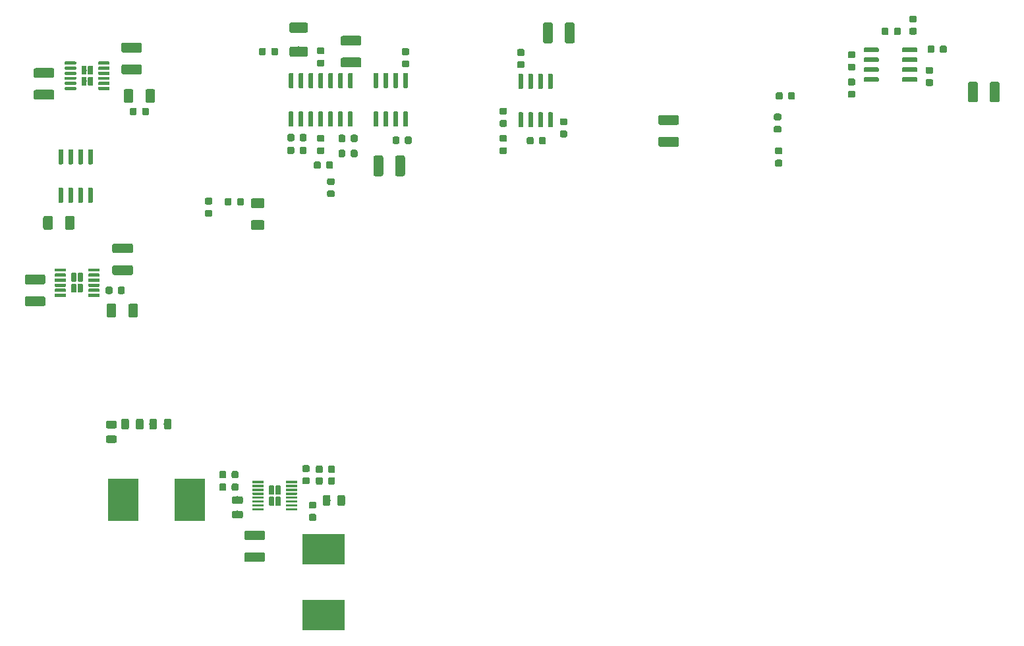
<source format=gbr>
G04 #@! TF.GenerationSoftware,KiCad,Pcbnew,(5.1.2)-1*
G04 #@! TF.CreationDate,2020-11-13T17:43:19+01:00*
G04 #@! TF.ProjectId,RedPitaya_Lockbox,52656450-6974-4617-9961-5f4c6f636b62,1.4.1*
G04 #@! TF.SameCoordinates,Original*
G04 #@! TF.FileFunction,Paste,Top*
G04 #@! TF.FilePolarity,Positive*
%FSLAX46Y46*%
G04 Gerber Fmt 4.6, Leading zero omitted, Abs format (unit mm)*
G04 Created by KiCad (PCBNEW (5.1.2)-1) date 2020-11-13 17:43:19*
%MOMM*%
%LPD*%
G04 APERTURE LIST*
%ADD10C,0.100000*%
%ADD11C,0.875000*%
%ADD12C,0.975000*%
%ADD13C,0.670000*%
%ADD14C,0.400000*%
%ADD15C,1.325000*%
%ADD16C,1.250000*%
%ADD17C,0.690000*%
%ADD18C,0.300000*%
%ADD19C,0.600000*%
%ADD20R,4.000000X5.500000*%
%ADD21R,5.500000X4.000000*%
G04 APERTURE END LIST*
D10*
G36*
X75527691Y-75426053D02*
G01*
X75548926Y-75429203D01*
X75569750Y-75434419D01*
X75589962Y-75441651D01*
X75609368Y-75450830D01*
X75627781Y-75461866D01*
X75645024Y-75474654D01*
X75660930Y-75489070D01*
X75675346Y-75504976D01*
X75688134Y-75522219D01*
X75699170Y-75540632D01*
X75708349Y-75560038D01*
X75715581Y-75580250D01*
X75720797Y-75601074D01*
X75723947Y-75622309D01*
X75725000Y-75643750D01*
X75725000Y-76156250D01*
X75723947Y-76177691D01*
X75720797Y-76198926D01*
X75715581Y-76219750D01*
X75708349Y-76239962D01*
X75699170Y-76259368D01*
X75688134Y-76277781D01*
X75675346Y-76295024D01*
X75660930Y-76310930D01*
X75645024Y-76325346D01*
X75627781Y-76338134D01*
X75609368Y-76349170D01*
X75589962Y-76358349D01*
X75569750Y-76365581D01*
X75548926Y-76370797D01*
X75527691Y-76373947D01*
X75506250Y-76375000D01*
X75068750Y-76375000D01*
X75047309Y-76373947D01*
X75026074Y-76370797D01*
X75005250Y-76365581D01*
X74985038Y-76358349D01*
X74965632Y-76349170D01*
X74947219Y-76338134D01*
X74929976Y-76325346D01*
X74914070Y-76310930D01*
X74899654Y-76295024D01*
X74886866Y-76277781D01*
X74875830Y-76259368D01*
X74866651Y-76239962D01*
X74859419Y-76219750D01*
X74854203Y-76198926D01*
X74851053Y-76177691D01*
X74850000Y-76156250D01*
X74850000Y-75643750D01*
X74851053Y-75622309D01*
X74854203Y-75601074D01*
X74859419Y-75580250D01*
X74866651Y-75560038D01*
X74875830Y-75540632D01*
X74886866Y-75522219D01*
X74899654Y-75504976D01*
X74914070Y-75489070D01*
X74929976Y-75474654D01*
X74947219Y-75461866D01*
X74965632Y-75450830D01*
X74985038Y-75441651D01*
X75005250Y-75434419D01*
X75026074Y-75429203D01*
X75047309Y-75426053D01*
X75068750Y-75425000D01*
X75506250Y-75425000D01*
X75527691Y-75426053D01*
X75527691Y-75426053D01*
G37*
D11*
X75287500Y-75900000D03*
D10*
G36*
X73952691Y-75426053D02*
G01*
X73973926Y-75429203D01*
X73994750Y-75434419D01*
X74014962Y-75441651D01*
X74034368Y-75450830D01*
X74052781Y-75461866D01*
X74070024Y-75474654D01*
X74085930Y-75489070D01*
X74100346Y-75504976D01*
X74113134Y-75522219D01*
X74124170Y-75540632D01*
X74133349Y-75560038D01*
X74140581Y-75580250D01*
X74145797Y-75601074D01*
X74148947Y-75622309D01*
X74150000Y-75643750D01*
X74150000Y-76156250D01*
X74148947Y-76177691D01*
X74145797Y-76198926D01*
X74140581Y-76219750D01*
X74133349Y-76239962D01*
X74124170Y-76259368D01*
X74113134Y-76277781D01*
X74100346Y-76295024D01*
X74085930Y-76310930D01*
X74070024Y-76325346D01*
X74052781Y-76338134D01*
X74034368Y-76349170D01*
X74014962Y-76358349D01*
X73994750Y-76365581D01*
X73973926Y-76370797D01*
X73952691Y-76373947D01*
X73931250Y-76375000D01*
X73493750Y-76375000D01*
X73472309Y-76373947D01*
X73451074Y-76370797D01*
X73430250Y-76365581D01*
X73410038Y-76358349D01*
X73390632Y-76349170D01*
X73372219Y-76338134D01*
X73354976Y-76325346D01*
X73339070Y-76310930D01*
X73324654Y-76295024D01*
X73311866Y-76277781D01*
X73300830Y-76259368D01*
X73291651Y-76239962D01*
X73284419Y-76219750D01*
X73279203Y-76198926D01*
X73276053Y-76177691D01*
X73275000Y-76156250D01*
X73275000Y-75643750D01*
X73276053Y-75622309D01*
X73279203Y-75601074D01*
X73284419Y-75580250D01*
X73291651Y-75560038D01*
X73300830Y-75540632D01*
X73311866Y-75522219D01*
X73324654Y-75504976D01*
X73339070Y-75489070D01*
X73354976Y-75474654D01*
X73372219Y-75461866D01*
X73390632Y-75450830D01*
X73410038Y-75441651D01*
X73430250Y-75434419D01*
X73451074Y-75429203D01*
X73472309Y-75426053D01*
X73493750Y-75425000D01*
X73931250Y-75425000D01*
X73952691Y-75426053D01*
X73952691Y-75426053D01*
G37*
D11*
X73712500Y-75900000D03*
D10*
G36*
X100127691Y-104651053D02*
G01*
X100148926Y-104654203D01*
X100169750Y-104659419D01*
X100189962Y-104666651D01*
X100209368Y-104675830D01*
X100227781Y-104686866D01*
X100245024Y-104699654D01*
X100260930Y-104714070D01*
X100275346Y-104729976D01*
X100288134Y-104747219D01*
X100299170Y-104765632D01*
X100308349Y-104785038D01*
X100315581Y-104805250D01*
X100320797Y-104826074D01*
X100323947Y-104847309D01*
X100325000Y-104868750D01*
X100325000Y-105306250D01*
X100323947Y-105327691D01*
X100320797Y-105348926D01*
X100315581Y-105369750D01*
X100308349Y-105389962D01*
X100299170Y-105409368D01*
X100288134Y-105427781D01*
X100275346Y-105445024D01*
X100260930Y-105460930D01*
X100245024Y-105475346D01*
X100227781Y-105488134D01*
X100209368Y-105499170D01*
X100189962Y-105508349D01*
X100169750Y-105515581D01*
X100148926Y-105520797D01*
X100127691Y-105523947D01*
X100106250Y-105525000D01*
X99593750Y-105525000D01*
X99572309Y-105523947D01*
X99551074Y-105520797D01*
X99530250Y-105515581D01*
X99510038Y-105508349D01*
X99490632Y-105499170D01*
X99472219Y-105488134D01*
X99454976Y-105475346D01*
X99439070Y-105460930D01*
X99424654Y-105445024D01*
X99411866Y-105427781D01*
X99400830Y-105409368D01*
X99391651Y-105389962D01*
X99384419Y-105369750D01*
X99379203Y-105348926D01*
X99376053Y-105327691D01*
X99375000Y-105306250D01*
X99375000Y-104868750D01*
X99376053Y-104847309D01*
X99379203Y-104826074D01*
X99384419Y-104805250D01*
X99391651Y-104785038D01*
X99400830Y-104765632D01*
X99411866Y-104747219D01*
X99424654Y-104729976D01*
X99439070Y-104714070D01*
X99454976Y-104699654D01*
X99472219Y-104686866D01*
X99490632Y-104675830D01*
X99510038Y-104666651D01*
X99530250Y-104659419D01*
X99551074Y-104654203D01*
X99572309Y-104651053D01*
X99593750Y-104650000D01*
X100106250Y-104650000D01*
X100127691Y-104651053D01*
X100127691Y-104651053D01*
G37*
D11*
X99850000Y-105087500D03*
D10*
G36*
X100127691Y-103076053D02*
G01*
X100148926Y-103079203D01*
X100169750Y-103084419D01*
X100189962Y-103091651D01*
X100209368Y-103100830D01*
X100227781Y-103111866D01*
X100245024Y-103124654D01*
X100260930Y-103139070D01*
X100275346Y-103154976D01*
X100288134Y-103172219D01*
X100299170Y-103190632D01*
X100308349Y-103210038D01*
X100315581Y-103230250D01*
X100320797Y-103251074D01*
X100323947Y-103272309D01*
X100325000Y-103293750D01*
X100325000Y-103731250D01*
X100323947Y-103752691D01*
X100320797Y-103773926D01*
X100315581Y-103794750D01*
X100308349Y-103814962D01*
X100299170Y-103834368D01*
X100288134Y-103852781D01*
X100275346Y-103870024D01*
X100260930Y-103885930D01*
X100245024Y-103900346D01*
X100227781Y-103913134D01*
X100209368Y-103924170D01*
X100189962Y-103933349D01*
X100169750Y-103940581D01*
X100148926Y-103945797D01*
X100127691Y-103948947D01*
X100106250Y-103950000D01*
X99593750Y-103950000D01*
X99572309Y-103948947D01*
X99551074Y-103945797D01*
X99530250Y-103940581D01*
X99510038Y-103933349D01*
X99490632Y-103924170D01*
X99472219Y-103913134D01*
X99454976Y-103900346D01*
X99439070Y-103885930D01*
X99424654Y-103870024D01*
X99411866Y-103852781D01*
X99400830Y-103834368D01*
X99391651Y-103814962D01*
X99384419Y-103794750D01*
X99379203Y-103773926D01*
X99376053Y-103752691D01*
X99375000Y-103731250D01*
X99375000Y-103293750D01*
X99376053Y-103272309D01*
X99379203Y-103251074D01*
X99384419Y-103230250D01*
X99391651Y-103210038D01*
X99400830Y-103190632D01*
X99411866Y-103172219D01*
X99424654Y-103154976D01*
X99439070Y-103139070D01*
X99454976Y-103124654D01*
X99472219Y-103111866D01*
X99490632Y-103100830D01*
X99510038Y-103091651D01*
X99530250Y-103084419D01*
X99551074Y-103079203D01*
X99572309Y-103076053D01*
X99593750Y-103075000D01*
X100106250Y-103075000D01*
X100127691Y-103076053D01*
X100127691Y-103076053D01*
G37*
D11*
X99850000Y-103512500D03*
D10*
G36*
X103805142Y-102201174D02*
G01*
X103828803Y-102204684D01*
X103852007Y-102210496D01*
X103874529Y-102218554D01*
X103896153Y-102228782D01*
X103916670Y-102241079D01*
X103935883Y-102255329D01*
X103953607Y-102271393D01*
X103969671Y-102289117D01*
X103983921Y-102308330D01*
X103996218Y-102328847D01*
X104006446Y-102350471D01*
X104014504Y-102372993D01*
X104020316Y-102396197D01*
X104023826Y-102419858D01*
X104025000Y-102443750D01*
X104025000Y-103356250D01*
X104023826Y-103380142D01*
X104020316Y-103403803D01*
X104014504Y-103427007D01*
X104006446Y-103449529D01*
X103996218Y-103471153D01*
X103983921Y-103491670D01*
X103969671Y-103510883D01*
X103953607Y-103528607D01*
X103935883Y-103544671D01*
X103916670Y-103558921D01*
X103896153Y-103571218D01*
X103874529Y-103581446D01*
X103852007Y-103589504D01*
X103828803Y-103595316D01*
X103805142Y-103598826D01*
X103781250Y-103600000D01*
X103293750Y-103600000D01*
X103269858Y-103598826D01*
X103246197Y-103595316D01*
X103222993Y-103589504D01*
X103200471Y-103581446D01*
X103178847Y-103571218D01*
X103158330Y-103558921D01*
X103139117Y-103544671D01*
X103121393Y-103528607D01*
X103105329Y-103510883D01*
X103091079Y-103491670D01*
X103078782Y-103471153D01*
X103068554Y-103449529D01*
X103060496Y-103427007D01*
X103054684Y-103403803D01*
X103051174Y-103380142D01*
X103050000Y-103356250D01*
X103050000Y-102443750D01*
X103051174Y-102419858D01*
X103054684Y-102396197D01*
X103060496Y-102372993D01*
X103068554Y-102350471D01*
X103078782Y-102328847D01*
X103091079Y-102308330D01*
X103105329Y-102289117D01*
X103121393Y-102271393D01*
X103139117Y-102255329D01*
X103158330Y-102241079D01*
X103178847Y-102228782D01*
X103200471Y-102218554D01*
X103222993Y-102210496D01*
X103246197Y-102204684D01*
X103269858Y-102201174D01*
X103293750Y-102200000D01*
X103781250Y-102200000D01*
X103805142Y-102201174D01*
X103805142Y-102201174D01*
G37*
D12*
X103537500Y-102900000D03*
D10*
G36*
X101930142Y-102201174D02*
G01*
X101953803Y-102204684D01*
X101977007Y-102210496D01*
X101999529Y-102218554D01*
X102021153Y-102228782D01*
X102041670Y-102241079D01*
X102060883Y-102255329D01*
X102078607Y-102271393D01*
X102094671Y-102289117D01*
X102108921Y-102308330D01*
X102121218Y-102328847D01*
X102131446Y-102350471D01*
X102139504Y-102372993D01*
X102145316Y-102396197D01*
X102148826Y-102419858D01*
X102150000Y-102443750D01*
X102150000Y-103356250D01*
X102148826Y-103380142D01*
X102145316Y-103403803D01*
X102139504Y-103427007D01*
X102131446Y-103449529D01*
X102121218Y-103471153D01*
X102108921Y-103491670D01*
X102094671Y-103510883D01*
X102078607Y-103528607D01*
X102060883Y-103544671D01*
X102041670Y-103558921D01*
X102021153Y-103571218D01*
X101999529Y-103581446D01*
X101977007Y-103589504D01*
X101953803Y-103595316D01*
X101930142Y-103598826D01*
X101906250Y-103600000D01*
X101418750Y-103600000D01*
X101394858Y-103598826D01*
X101371197Y-103595316D01*
X101347993Y-103589504D01*
X101325471Y-103581446D01*
X101303847Y-103571218D01*
X101283330Y-103558921D01*
X101264117Y-103544671D01*
X101246393Y-103528607D01*
X101230329Y-103510883D01*
X101216079Y-103491670D01*
X101203782Y-103471153D01*
X101193554Y-103449529D01*
X101185496Y-103427007D01*
X101179684Y-103403803D01*
X101176174Y-103380142D01*
X101175000Y-103356250D01*
X101175000Y-102443750D01*
X101176174Y-102419858D01*
X101179684Y-102396197D01*
X101185496Y-102372993D01*
X101193554Y-102350471D01*
X101203782Y-102328847D01*
X101216079Y-102308330D01*
X101230329Y-102289117D01*
X101246393Y-102271393D01*
X101264117Y-102255329D01*
X101283330Y-102241079D01*
X101303847Y-102228782D01*
X101325471Y-102218554D01*
X101347993Y-102210496D01*
X101371197Y-102204684D01*
X101394858Y-102201174D01*
X101418750Y-102200000D01*
X101906250Y-102200000D01*
X101930142Y-102201174D01*
X101930142Y-102201174D01*
G37*
D12*
X101662500Y-102900000D03*
D10*
G36*
X71491418Y-48447057D02*
G01*
X71507678Y-48449468D01*
X71523623Y-48453462D01*
X71539099Y-48459000D01*
X71553959Y-48466028D01*
X71568058Y-48474479D01*
X71581261Y-48484271D01*
X71593440Y-48495310D01*
X71604479Y-48507489D01*
X71614271Y-48520692D01*
X71622722Y-48534791D01*
X71629750Y-48549651D01*
X71635288Y-48565127D01*
X71639282Y-48581072D01*
X71641693Y-48597332D01*
X71642500Y-48613750D01*
X71642500Y-49428750D01*
X71641693Y-49445168D01*
X71639282Y-49461428D01*
X71635288Y-49477373D01*
X71629750Y-49492849D01*
X71622722Y-49507709D01*
X71614271Y-49521808D01*
X71604479Y-49535011D01*
X71593440Y-49547190D01*
X71581261Y-49558229D01*
X71568058Y-49568021D01*
X71553959Y-49576472D01*
X71539099Y-49583500D01*
X71523623Y-49589038D01*
X71507678Y-49593032D01*
X71491418Y-49595443D01*
X71475000Y-49596250D01*
X71140000Y-49596250D01*
X71123582Y-49595443D01*
X71107322Y-49593032D01*
X71091377Y-49589038D01*
X71075901Y-49583500D01*
X71061041Y-49576472D01*
X71046942Y-49568021D01*
X71033739Y-49558229D01*
X71021560Y-49547190D01*
X71010521Y-49535011D01*
X71000729Y-49521808D01*
X70992278Y-49507709D01*
X70985250Y-49492849D01*
X70979712Y-49477373D01*
X70975718Y-49461428D01*
X70973307Y-49445168D01*
X70972500Y-49428750D01*
X70972500Y-48613750D01*
X70973307Y-48597332D01*
X70975718Y-48581072D01*
X70979712Y-48565127D01*
X70985250Y-48549651D01*
X70992278Y-48534791D01*
X71000729Y-48520692D01*
X71010521Y-48507489D01*
X71021560Y-48495310D01*
X71033739Y-48484271D01*
X71046942Y-48474479D01*
X71061041Y-48466028D01*
X71075901Y-48459000D01*
X71091377Y-48453462D01*
X71107322Y-48449468D01*
X71123582Y-48447057D01*
X71140000Y-48446250D01*
X71475000Y-48446250D01*
X71491418Y-48447057D01*
X71491418Y-48447057D01*
G37*
D13*
X71307500Y-49021250D03*
D10*
G36*
X71491418Y-47027057D02*
G01*
X71507678Y-47029468D01*
X71523623Y-47033462D01*
X71539099Y-47039000D01*
X71553959Y-47046028D01*
X71568058Y-47054479D01*
X71581261Y-47064271D01*
X71593440Y-47075310D01*
X71604479Y-47087489D01*
X71614271Y-47100692D01*
X71622722Y-47114791D01*
X71629750Y-47129651D01*
X71635288Y-47145127D01*
X71639282Y-47161072D01*
X71641693Y-47177332D01*
X71642500Y-47193750D01*
X71642500Y-48008750D01*
X71641693Y-48025168D01*
X71639282Y-48041428D01*
X71635288Y-48057373D01*
X71629750Y-48072849D01*
X71622722Y-48087709D01*
X71614271Y-48101808D01*
X71604479Y-48115011D01*
X71593440Y-48127190D01*
X71581261Y-48138229D01*
X71568058Y-48148021D01*
X71553959Y-48156472D01*
X71539099Y-48163500D01*
X71523623Y-48169038D01*
X71507678Y-48173032D01*
X71491418Y-48175443D01*
X71475000Y-48176250D01*
X71140000Y-48176250D01*
X71123582Y-48175443D01*
X71107322Y-48173032D01*
X71091377Y-48169038D01*
X71075901Y-48163500D01*
X71061041Y-48156472D01*
X71046942Y-48148021D01*
X71033739Y-48138229D01*
X71021560Y-48127190D01*
X71010521Y-48115011D01*
X71000729Y-48101808D01*
X70992278Y-48087709D01*
X70985250Y-48072849D01*
X70979712Y-48057373D01*
X70975718Y-48041428D01*
X70973307Y-48025168D01*
X70972500Y-48008750D01*
X70972500Y-47193750D01*
X70973307Y-47177332D01*
X70975718Y-47161072D01*
X70979712Y-47145127D01*
X70985250Y-47129651D01*
X70992278Y-47114791D01*
X71000729Y-47100692D01*
X71010521Y-47087489D01*
X71021560Y-47075310D01*
X71033739Y-47064271D01*
X71046942Y-47054479D01*
X71061041Y-47046028D01*
X71075901Y-47039000D01*
X71091377Y-47033462D01*
X71107322Y-47029468D01*
X71123582Y-47027057D01*
X71140000Y-47026250D01*
X71475000Y-47026250D01*
X71491418Y-47027057D01*
X71491418Y-47027057D01*
G37*
D13*
X71307500Y-47601250D03*
D10*
G36*
X70671418Y-48447057D02*
G01*
X70687678Y-48449468D01*
X70703623Y-48453462D01*
X70719099Y-48459000D01*
X70733959Y-48466028D01*
X70748058Y-48474479D01*
X70761261Y-48484271D01*
X70773440Y-48495310D01*
X70784479Y-48507489D01*
X70794271Y-48520692D01*
X70802722Y-48534791D01*
X70809750Y-48549651D01*
X70815288Y-48565127D01*
X70819282Y-48581072D01*
X70821693Y-48597332D01*
X70822500Y-48613750D01*
X70822500Y-49428750D01*
X70821693Y-49445168D01*
X70819282Y-49461428D01*
X70815288Y-49477373D01*
X70809750Y-49492849D01*
X70802722Y-49507709D01*
X70794271Y-49521808D01*
X70784479Y-49535011D01*
X70773440Y-49547190D01*
X70761261Y-49558229D01*
X70748058Y-49568021D01*
X70733959Y-49576472D01*
X70719099Y-49583500D01*
X70703623Y-49589038D01*
X70687678Y-49593032D01*
X70671418Y-49595443D01*
X70655000Y-49596250D01*
X70320000Y-49596250D01*
X70303582Y-49595443D01*
X70287322Y-49593032D01*
X70271377Y-49589038D01*
X70255901Y-49583500D01*
X70241041Y-49576472D01*
X70226942Y-49568021D01*
X70213739Y-49558229D01*
X70201560Y-49547190D01*
X70190521Y-49535011D01*
X70180729Y-49521808D01*
X70172278Y-49507709D01*
X70165250Y-49492849D01*
X70159712Y-49477373D01*
X70155718Y-49461428D01*
X70153307Y-49445168D01*
X70152500Y-49428750D01*
X70152500Y-48613750D01*
X70153307Y-48597332D01*
X70155718Y-48581072D01*
X70159712Y-48565127D01*
X70165250Y-48549651D01*
X70172278Y-48534791D01*
X70180729Y-48520692D01*
X70190521Y-48507489D01*
X70201560Y-48495310D01*
X70213739Y-48484271D01*
X70226942Y-48474479D01*
X70241041Y-48466028D01*
X70255901Y-48459000D01*
X70271377Y-48453462D01*
X70287322Y-48449468D01*
X70303582Y-48447057D01*
X70320000Y-48446250D01*
X70655000Y-48446250D01*
X70671418Y-48447057D01*
X70671418Y-48447057D01*
G37*
D13*
X70487500Y-49021250D03*
D10*
G36*
X70671418Y-47027057D02*
G01*
X70687678Y-47029468D01*
X70703623Y-47033462D01*
X70719099Y-47039000D01*
X70733959Y-47046028D01*
X70748058Y-47054479D01*
X70761261Y-47064271D01*
X70773440Y-47075310D01*
X70784479Y-47087489D01*
X70794271Y-47100692D01*
X70802722Y-47114791D01*
X70809750Y-47129651D01*
X70815288Y-47145127D01*
X70819282Y-47161072D01*
X70821693Y-47177332D01*
X70822500Y-47193750D01*
X70822500Y-48008750D01*
X70821693Y-48025168D01*
X70819282Y-48041428D01*
X70815288Y-48057373D01*
X70809750Y-48072849D01*
X70802722Y-48087709D01*
X70794271Y-48101808D01*
X70784479Y-48115011D01*
X70773440Y-48127190D01*
X70761261Y-48138229D01*
X70748058Y-48148021D01*
X70733959Y-48156472D01*
X70719099Y-48163500D01*
X70703623Y-48169038D01*
X70687678Y-48173032D01*
X70671418Y-48175443D01*
X70655000Y-48176250D01*
X70320000Y-48176250D01*
X70303582Y-48175443D01*
X70287322Y-48173032D01*
X70271377Y-48169038D01*
X70255901Y-48163500D01*
X70241041Y-48156472D01*
X70226942Y-48148021D01*
X70213739Y-48138229D01*
X70201560Y-48127190D01*
X70190521Y-48115011D01*
X70180729Y-48101808D01*
X70172278Y-48087709D01*
X70165250Y-48072849D01*
X70159712Y-48057373D01*
X70155718Y-48041428D01*
X70153307Y-48025168D01*
X70152500Y-48008750D01*
X70152500Y-47193750D01*
X70153307Y-47177332D01*
X70155718Y-47161072D01*
X70159712Y-47145127D01*
X70165250Y-47129651D01*
X70172278Y-47114791D01*
X70180729Y-47100692D01*
X70190521Y-47087489D01*
X70201560Y-47075310D01*
X70213739Y-47064271D01*
X70226942Y-47054479D01*
X70241041Y-47046028D01*
X70255901Y-47039000D01*
X70271377Y-47033462D01*
X70287322Y-47029468D01*
X70303582Y-47027057D01*
X70320000Y-47026250D01*
X70655000Y-47026250D01*
X70671418Y-47027057D01*
X70671418Y-47027057D01*
G37*
D13*
X70487500Y-47601250D03*
D10*
G36*
X73682302Y-46486732D02*
G01*
X73692009Y-46488171D01*
X73701528Y-46490556D01*
X73710768Y-46493862D01*
X73719640Y-46498058D01*
X73728057Y-46503103D01*
X73735939Y-46508949D01*
X73743211Y-46515539D01*
X73749801Y-46522811D01*
X73755647Y-46530693D01*
X73760692Y-46539110D01*
X73764888Y-46547982D01*
X73768194Y-46557222D01*
X73770579Y-46566741D01*
X73772018Y-46576448D01*
X73772500Y-46586250D01*
X73772500Y-46786250D01*
X73772018Y-46796052D01*
X73770579Y-46805759D01*
X73768194Y-46815278D01*
X73764888Y-46824518D01*
X73760692Y-46833390D01*
X73755647Y-46841807D01*
X73749801Y-46849689D01*
X73743211Y-46856961D01*
X73735939Y-46863551D01*
X73728057Y-46869397D01*
X73719640Y-46874442D01*
X73710768Y-46878638D01*
X73701528Y-46881944D01*
X73692009Y-46884329D01*
X73682302Y-46885768D01*
X73672500Y-46886250D01*
X72422500Y-46886250D01*
X72412698Y-46885768D01*
X72402991Y-46884329D01*
X72393472Y-46881944D01*
X72384232Y-46878638D01*
X72375360Y-46874442D01*
X72366943Y-46869397D01*
X72359061Y-46863551D01*
X72351789Y-46856961D01*
X72345199Y-46849689D01*
X72339353Y-46841807D01*
X72334308Y-46833390D01*
X72330112Y-46824518D01*
X72326806Y-46815278D01*
X72324421Y-46805759D01*
X72322982Y-46796052D01*
X72322500Y-46786250D01*
X72322500Y-46586250D01*
X72322982Y-46576448D01*
X72324421Y-46566741D01*
X72326806Y-46557222D01*
X72330112Y-46547982D01*
X72334308Y-46539110D01*
X72339353Y-46530693D01*
X72345199Y-46522811D01*
X72351789Y-46515539D01*
X72359061Y-46508949D01*
X72366943Y-46503103D01*
X72375360Y-46498058D01*
X72384232Y-46493862D01*
X72393472Y-46490556D01*
X72402991Y-46488171D01*
X72412698Y-46486732D01*
X72422500Y-46486250D01*
X73672500Y-46486250D01*
X73682302Y-46486732D01*
X73682302Y-46486732D01*
G37*
D14*
X73047500Y-46686250D03*
D10*
G36*
X73682302Y-47136732D02*
G01*
X73692009Y-47138171D01*
X73701528Y-47140556D01*
X73710768Y-47143862D01*
X73719640Y-47148058D01*
X73728057Y-47153103D01*
X73735939Y-47158949D01*
X73743211Y-47165539D01*
X73749801Y-47172811D01*
X73755647Y-47180693D01*
X73760692Y-47189110D01*
X73764888Y-47197982D01*
X73768194Y-47207222D01*
X73770579Y-47216741D01*
X73772018Y-47226448D01*
X73772500Y-47236250D01*
X73772500Y-47436250D01*
X73772018Y-47446052D01*
X73770579Y-47455759D01*
X73768194Y-47465278D01*
X73764888Y-47474518D01*
X73760692Y-47483390D01*
X73755647Y-47491807D01*
X73749801Y-47499689D01*
X73743211Y-47506961D01*
X73735939Y-47513551D01*
X73728057Y-47519397D01*
X73719640Y-47524442D01*
X73710768Y-47528638D01*
X73701528Y-47531944D01*
X73692009Y-47534329D01*
X73682302Y-47535768D01*
X73672500Y-47536250D01*
X72422500Y-47536250D01*
X72412698Y-47535768D01*
X72402991Y-47534329D01*
X72393472Y-47531944D01*
X72384232Y-47528638D01*
X72375360Y-47524442D01*
X72366943Y-47519397D01*
X72359061Y-47513551D01*
X72351789Y-47506961D01*
X72345199Y-47499689D01*
X72339353Y-47491807D01*
X72334308Y-47483390D01*
X72330112Y-47474518D01*
X72326806Y-47465278D01*
X72324421Y-47455759D01*
X72322982Y-47446052D01*
X72322500Y-47436250D01*
X72322500Y-47236250D01*
X72322982Y-47226448D01*
X72324421Y-47216741D01*
X72326806Y-47207222D01*
X72330112Y-47197982D01*
X72334308Y-47189110D01*
X72339353Y-47180693D01*
X72345199Y-47172811D01*
X72351789Y-47165539D01*
X72359061Y-47158949D01*
X72366943Y-47153103D01*
X72375360Y-47148058D01*
X72384232Y-47143862D01*
X72393472Y-47140556D01*
X72402991Y-47138171D01*
X72412698Y-47136732D01*
X72422500Y-47136250D01*
X73672500Y-47136250D01*
X73682302Y-47136732D01*
X73682302Y-47136732D01*
G37*
D14*
X73047500Y-47336250D03*
D10*
G36*
X73682302Y-47786732D02*
G01*
X73692009Y-47788171D01*
X73701528Y-47790556D01*
X73710768Y-47793862D01*
X73719640Y-47798058D01*
X73728057Y-47803103D01*
X73735939Y-47808949D01*
X73743211Y-47815539D01*
X73749801Y-47822811D01*
X73755647Y-47830693D01*
X73760692Y-47839110D01*
X73764888Y-47847982D01*
X73768194Y-47857222D01*
X73770579Y-47866741D01*
X73772018Y-47876448D01*
X73772500Y-47886250D01*
X73772500Y-48086250D01*
X73772018Y-48096052D01*
X73770579Y-48105759D01*
X73768194Y-48115278D01*
X73764888Y-48124518D01*
X73760692Y-48133390D01*
X73755647Y-48141807D01*
X73749801Y-48149689D01*
X73743211Y-48156961D01*
X73735939Y-48163551D01*
X73728057Y-48169397D01*
X73719640Y-48174442D01*
X73710768Y-48178638D01*
X73701528Y-48181944D01*
X73692009Y-48184329D01*
X73682302Y-48185768D01*
X73672500Y-48186250D01*
X72422500Y-48186250D01*
X72412698Y-48185768D01*
X72402991Y-48184329D01*
X72393472Y-48181944D01*
X72384232Y-48178638D01*
X72375360Y-48174442D01*
X72366943Y-48169397D01*
X72359061Y-48163551D01*
X72351789Y-48156961D01*
X72345199Y-48149689D01*
X72339353Y-48141807D01*
X72334308Y-48133390D01*
X72330112Y-48124518D01*
X72326806Y-48115278D01*
X72324421Y-48105759D01*
X72322982Y-48096052D01*
X72322500Y-48086250D01*
X72322500Y-47886250D01*
X72322982Y-47876448D01*
X72324421Y-47866741D01*
X72326806Y-47857222D01*
X72330112Y-47847982D01*
X72334308Y-47839110D01*
X72339353Y-47830693D01*
X72345199Y-47822811D01*
X72351789Y-47815539D01*
X72359061Y-47808949D01*
X72366943Y-47803103D01*
X72375360Y-47798058D01*
X72384232Y-47793862D01*
X72393472Y-47790556D01*
X72402991Y-47788171D01*
X72412698Y-47786732D01*
X72422500Y-47786250D01*
X73672500Y-47786250D01*
X73682302Y-47786732D01*
X73682302Y-47786732D01*
G37*
D14*
X73047500Y-47986250D03*
D10*
G36*
X73682302Y-48436732D02*
G01*
X73692009Y-48438171D01*
X73701528Y-48440556D01*
X73710768Y-48443862D01*
X73719640Y-48448058D01*
X73728057Y-48453103D01*
X73735939Y-48458949D01*
X73743211Y-48465539D01*
X73749801Y-48472811D01*
X73755647Y-48480693D01*
X73760692Y-48489110D01*
X73764888Y-48497982D01*
X73768194Y-48507222D01*
X73770579Y-48516741D01*
X73772018Y-48526448D01*
X73772500Y-48536250D01*
X73772500Y-48736250D01*
X73772018Y-48746052D01*
X73770579Y-48755759D01*
X73768194Y-48765278D01*
X73764888Y-48774518D01*
X73760692Y-48783390D01*
X73755647Y-48791807D01*
X73749801Y-48799689D01*
X73743211Y-48806961D01*
X73735939Y-48813551D01*
X73728057Y-48819397D01*
X73719640Y-48824442D01*
X73710768Y-48828638D01*
X73701528Y-48831944D01*
X73692009Y-48834329D01*
X73682302Y-48835768D01*
X73672500Y-48836250D01*
X72422500Y-48836250D01*
X72412698Y-48835768D01*
X72402991Y-48834329D01*
X72393472Y-48831944D01*
X72384232Y-48828638D01*
X72375360Y-48824442D01*
X72366943Y-48819397D01*
X72359061Y-48813551D01*
X72351789Y-48806961D01*
X72345199Y-48799689D01*
X72339353Y-48791807D01*
X72334308Y-48783390D01*
X72330112Y-48774518D01*
X72326806Y-48765278D01*
X72324421Y-48755759D01*
X72322982Y-48746052D01*
X72322500Y-48736250D01*
X72322500Y-48536250D01*
X72322982Y-48526448D01*
X72324421Y-48516741D01*
X72326806Y-48507222D01*
X72330112Y-48497982D01*
X72334308Y-48489110D01*
X72339353Y-48480693D01*
X72345199Y-48472811D01*
X72351789Y-48465539D01*
X72359061Y-48458949D01*
X72366943Y-48453103D01*
X72375360Y-48448058D01*
X72384232Y-48443862D01*
X72393472Y-48440556D01*
X72402991Y-48438171D01*
X72412698Y-48436732D01*
X72422500Y-48436250D01*
X73672500Y-48436250D01*
X73682302Y-48436732D01*
X73682302Y-48436732D01*
G37*
D14*
X73047500Y-48636250D03*
D10*
G36*
X73682302Y-49086732D02*
G01*
X73692009Y-49088171D01*
X73701528Y-49090556D01*
X73710768Y-49093862D01*
X73719640Y-49098058D01*
X73728057Y-49103103D01*
X73735939Y-49108949D01*
X73743211Y-49115539D01*
X73749801Y-49122811D01*
X73755647Y-49130693D01*
X73760692Y-49139110D01*
X73764888Y-49147982D01*
X73768194Y-49157222D01*
X73770579Y-49166741D01*
X73772018Y-49176448D01*
X73772500Y-49186250D01*
X73772500Y-49386250D01*
X73772018Y-49396052D01*
X73770579Y-49405759D01*
X73768194Y-49415278D01*
X73764888Y-49424518D01*
X73760692Y-49433390D01*
X73755647Y-49441807D01*
X73749801Y-49449689D01*
X73743211Y-49456961D01*
X73735939Y-49463551D01*
X73728057Y-49469397D01*
X73719640Y-49474442D01*
X73710768Y-49478638D01*
X73701528Y-49481944D01*
X73692009Y-49484329D01*
X73682302Y-49485768D01*
X73672500Y-49486250D01*
X72422500Y-49486250D01*
X72412698Y-49485768D01*
X72402991Y-49484329D01*
X72393472Y-49481944D01*
X72384232Y-49478638D01*
X72375360Y-49474442D01*
X72366943Y-49469397D01*
X72359061Y-49463551D01*
X72351789Y-49456961D01*
X72345199Y-49449689D01*
X72339353Y-49441807D01*
X72334308Y-49433390D01*
X72330112Y-49424518D01*
X72326806Y-49415278D01*
X72324421Y-49405759D01*
X72322982Y-49396052D01*
X72322500Y-49386250D01*
X72322500Y-49186250D01*
X72322982Y-49176448D01*
X72324421Y-49166741D01*
X72326806Y-49157222D01*
X72330112Y-49147982D01*
X72334308Y-49139110D01*
X72339353Y-49130693D01*
X72345199Y-49122811D01*
X72351789Y-49115539D01*
X72359061Y-49108949D01*
X72366943Y-49103103D01*
X72375360Y-49098058D01*
X72384232Y-49093862D01*
X72393472Y-49090556D01*
X72402991Y-49088171D01*
X72412698Y-49086732D01*
X72422500Y-49086250D01*
X73672500Y-49086250D01*
X73682302Y-49086732D01*
X73682302Y-49086732D01*
G37*
D14*
X73047500Y-49286250D03*
D10*
G36*
X73682302Y-49736732D02*
G01*
X73692009Y-49738171D01*
X73701528Y-49740556D01*
X73710768Y-49743862D01*
X73719640Y-49748058D01*
X73728057Y-49753103D01*
X73735939Y-49758949D01*
X73743211Y-49765539D01*
X73749801Y-49772811D01*
X73755647Y-49780693D01*
X73760692Y-49789110D01*
X73764888Y-49797982D01*
X73768194Y-49807222D01*
X73770579Y-49816741D01*
X73772018Y-49826448D01*
X73772500Y-49836250D01*
X73772500Y-50036250D01*
X73772018Y-50046052D01*
X73770579Y-50055759D01*
X73768194Y-50065278D01*
X73764888Y-50074518D01*
X73760692Y-50083390D01*
X73755647Y-50091807D01*
X73749801Y-50099689D01*
X73743211Y-50106961D01*
X73735939Y-50113551D01*
X73728057Y-50119397D01*
X73719640Y-50124442D01*
X73710768Y-50128638D01*
X73701528Y-50131944D01*
X73692009Y-50134329D01*
X73682302Y-50135768D01*
X73672500Y-50136250D01*
X72422500Y-50136250D01*
X72412698Y-50135768D01*
X72402991Y-50134329D01*
X72393472Y-50131944D01*
X72384232Y-50128638D01*
X72375360Y-50124442D01*
X72366943Y-50119397D01*
X72359061Y-50113551D01*
X72351789Y-50106961D01*
X72345199Y-50099689D01*
X72339353Y-50091807D01*
X72334308Y-50083390D01*
X72330112Y-50074518D01*
X72326806Y-50065278D01*
X72324421Y-50055759D01*
X72322982Y-50046052D01*
X72322500Y-50036250D01*
X72322500Y-49836250D01*
X72322982Y-49826448D01*
X72324421Y-49816741D01*
X72326806Y-49807222D01*
X72330112Y-49797982D01*
X72334308Y-49789110D01*
X72339353Y-49780693D01*
X72345199Y-49772811D01*
X72351789Y-49765539D01*
X72359061Y-49758949D01*
X72366943Y-49753103D01*
X72375360Y-49748058D01*
X72384232Y-49743862D01*
X72393472Y-49740556D01*
X72402991Y-49738171D01*
X72412698Y-49736732D01*
X72422500Y-49736250D01*
X73672500Y-49736250D01*
X73682302Y-49736732D01*
X73682302Y-49736732D01*
G37*
D14*
X73047500Y-49936250D03*
D10*
G36*
X69382302Y-49736732D02*
G01*
X69392009Y-49738171D01*
X69401528Y-49740556D01*
X69410768Y-49743862D01*
X69419640Y-49748058D01*
X69428057Y-49753103D01*
X69435939Y-49758949D01*
X69443211Y-49765539D01*
X69449801Y-49772811D01*
X69455647Y-49780693D01*
X69460692Y-49789110D01*
X69464888Y-49797982D01*
X69468194Y-49807222D01*
X69470579Y-49816741D01*
X69472018Y-49826448D01*
X69472500Y-49836250D01*
X69472500Y-50036250D01*
X69472018Y-50046052D01*
X69470579Y-50055759D01*
X69468194Y-50065278D01*
X69464888Y-50074518D01*
X69460692Y-50083390D01*
X69455647Y-50091807D01*
X69449801Y-50099689D01*
X69443211Y-50106961D01*
X69435939Y-50113551D01*
X69428057Y-50119397D01*
X69419640Y-50124442D01*
X69410768Y-50128638D01*
X69401528Y-50131944D01*
X69392009Y-50134329D01*
X69382302Y-50135768D01*
X69372500Y-50136250D01*
X68122500Y-50136250D01*
X68112698Y-50135768D01*
X68102991Y-50134329D01*
X68093472Y-50131944D01*
X68084232Y-50128638D01*
X68075360Y-50124442D01*
X68066943Y-50119397D01*
X68059061Y-50113551D01*
X68051789Y-50106961D01*
X68045199Y-50099689D01*
X68039353Y-50091807D01*
X68034308Y-50083390D01*
X68030112Y-50074518D01*
X68026806Y-50065278D01*
X68024421Y-50055759D01*
X68022982Y-50046052D01*
X68022500Y-50036250D01*
X68022500Y-49836250D01*
X68022982Y-49826448D01*
X68024421Y-49816741D01*
X68026806Y-49807222D01*
X68030112Y-49797982D01*
X68034308Y-49789110D01*
X68039353Y-49780693D01*
X68045199Y-49772811D01*
X68051789Y-49765539D01*
X68059061Y-49758949D01*
X68066943Y-49753103D01*
X68075360Y-49748058D01*
X68084232Y-49743862D01*
X68093472Y-49740556D01*
X68102991Y-49738171D01*
X68112698Y-49736732D01*
X68122500Y-49736250D01*
X69372500Y-49736250D01*
X69382302Y-49736732D01*
X69382302Y-49736732D01*
G37*
D14*
X68747500Y-49936250D03*
D10*
G36*
X69382302Y-49086732D02*
G01*
X69392009Y-49088171D01*
X69401528Y-49090556D01*
X69410768Y-49093862D01*
X69419640Y-49098058D01*
X69428057Y-49103103D01*
X69435939Y-49108949D01*
X69443211Y-49115539D01*
X69449801Y-49122811D01*
X69455647Y-49130693D01*
X69460692Y-49139110D01*
X69464888Y-49147982D01*
X69468194Y-49157222D01*
X69470579Y-49166741D01*
X69472018Y-49176448D01*
X69472500Y-49186250D01*
X69472500Y-49386250D01*
X69472018Y-49396052D01*
X69470579Y-49405759D01*
X69468194Y-49415278D01*
X69464888Y-49424518D01*
X69460692Y-49433390D01*
X69455647Y-49441807D01*
X69449801Y-49449689D01*
X69443211Y-49456961D01*
X69435939Y-49463551D01*
X69428057Y-49469397D01*
X69419640Y-49474442D01*
X69410768Y-49478638D01*
X69401528Y-49481944D01*
X69392009Y-49484329D01*
X69382302Y-49485768D01*
X69372500Y-49486250D01*
X68122500Y-49486250D01*
X68112698Y-49485768D01*
X68102991Y-49484329D01*
X68093472Y-49481944D01*
X68084232Y-49478638D01*
X68075360Y-49474442D01*
X68066943Y-49469397D01*
X68059061Y-49463551D01*
X68051789Y-49456961D01*
X68045199Y-49449689D01*
X68039353Y-49441807D01*
X68034308Y-49433390D01*
X68030112Y-49424518D01*
X68026806Y-49415278D01*
X68024421Y-49405759D01*
X68022982Y-49396052D01*
X68022500Y-49386250D01*
X68022500Y-49186250D01*
X68022982Y-49176448D01*
X68024421Y-49166741D01*
X68026806Y-49157222D01*
X68030112Y-49147982D01*
X68034308Y-49139110D01*
X68039353Y-49130693D01*
X68045199Y-49122811D01*
X68051789Y-49115539D01*
X68059061Y-49108949D01*
X68066943Y-49103103D01*
X68075360Y-49098058D01*
X68084232Y-49093862D01*
X68093472Y-49090556D01*
X68102991Y-49088171D01*
X68112698Y-49086732D01*
X68122500Y-49086250D01*
X69372500Y-49086250D01*
X69382302Y-49086732D01*
X69382302Y-49086732D01*
G37*
D14*
X68747500Y-49286250D03*
D10*
G36*
X69382302Y-48436732D02*
G01*
X69392009Y-48438171D01*
X69401528Y-48440556D01*
X69410768Y-48443862D01*
X69419640Y-48448058D01*
X69428057Y-48453103D01*
X69435939Y-48458949D01*
X69443211Y-48465539D01*
X69449801Y-48472811D01*
X69455647Y-48480693D01*
X69460692Y-48489110D01*
X69464888Y-48497982D01*
X69468194Y-48507222D01*
X69470579Y-48516741D01*
X69472018Y-48526448D01*
X69472500Y-48536250D01*
X69472500Y-48736250D01*
X69472018Y-48746052D01*
X69470579Y-48755759D01*
X69468194Y-48765278D01*
X69464888Y-48774518D01*
X69460692Y-48783390D01*
X69455647Y-48791807D01*
X69449801Y-48799689D01*
X69443211Y-48806961D01*
X69435939Y-48813551D01*
X69428057Y-48819397D01*
X69419640Y-48824442D01*
X69410768Y-48828638D01*
X69401528Y-48831944D01*
X69392009Y-48834329D01*
X69382302Y-48835768D01*
X69372500Y-48836250D01*
X68122500Y-48836250D01*
X68112698Y-48835768D01*
X68102991Y-48834329D01*
X68093472Y-48831944D01*
X68084232Y-48828638D01*
X68075360Y-48824442D01*
X68066943Y-48819397D01*
X68059061Y-48813551D01*
X68051789Y-48806961D01*
X68045199Y-48799689D01*
X68039353Y-48791807D01*
X68034308Y-48783390D01*
X68030112Y-48774518D01*
X68026806Y-48765278D01*
X68024421Y-48755759D01*
X68022982Y-48746052D01*
X68022500Y-48736250D01*
X68022500Y-48536250D01*
X68022982Y-48526448D01*
X68024421Y-48516741D01*
X68026806Y-48507222D01*
X68030112Y-48497982D01*
X68034308Y-48489110D01*
X68039353Y-48480693D01*
X68045199Y-48472811D01*
X68051789Y-48465539D01*
X68059061Y-48458949D01*
X68066943Y-48453103D01*
X68075360Y-48448058D01*
X68084232Y-48443862D01*
X68093472Y-48440556D01*
X68102991Y-48438171D01*
X68112698Y-48436732D01*
X68122500Y-48436250D01*
X69372500Y-48436250D01*
X69382302Y-48436732D01*
X69382302Y-48436732D01*
G37*
D14*
X68747500Y-48636250D03*
D10*
G36*
X69382302Y-47786732D02*
G01*
X69392009Y-47788171D01*
X69401528Y-47790556D01*
X69410768Y-47793862D01*
X69419640Y-47798058D01*
X69428057Y-47803103D01*
X69435939Y-47808949D01*
X69443211Y-47815539D01*
X69449801Y-47822811D01*
X69455647Y-47830693D01*
X69460692Y-47839110D01*
X69464888Y-47847982D01*
X69468194Y-47857222D01*
X69470579Y-47866741D01*
X69472018Y-47876448D01*
X69472500Y-47886250D01*
X69472500Y-48086250D01*
X69472018Y-48096052D01*
X69470579Y-48105759D01*
X69468194Y-48115278D01*
X69464888Y-48124518D01*
X69460692Y-48133390D01*
X69455647Y-48141807D01*
X69449801Y-48149689D01*
X69443211Y-48156961D01*
X69435939Y-48163551D01*
X69428057Y-48169397D01*
X69419640Y-48174442D01*
X69410768Y-48178638D01*
X69401528Y-48181944D01*
X69392009Y-48184329D01*
X69382302Y-48185768D01*
X69372500Y-48186250D01*
X68122500Y-48186250D01*
X68112698Y-48185768D01*
X68102991Y-48184329D01*
X68093472Y-48181944D01*
X68084232Y-48178638D01*
X68075360Y-48174442D01*
X68066943Y-48169397D01*
X68059061Y-48163551D01*
X68051789Y-48156961D01*
X68045199Y-48149689D01*
X68039353Y-48141807D01*
X68034308Y-48133390D01*
X68030112Y-48124518D01*
X68026806Y-48115278D01*
X68024421Y-48105759D01*
X68022982Y-48096052D01*
X68022500Y-48086250D01*
X68022500Y-47886250D01*
X68022982Y-47876448D01*
X68024421Y-47866741D01*
X68026806Y-47857222D01*
X68030112Y-47847982D01*
X68034308Y-47839110D01*
X68039353Y-47830693D01*
X68045199Y-47822811D01*
X68051789Y-47815539D01*
X68059061Y-47808949D01*
X68066943Y-47803103D01*
X68075360Y-47798058D01*
X68084232Y-47793862D01*
X68093472Y-47790556D01*
X68102991Y-47788171D01*
X68112698Y-47786732D01*
X68122500Y-47786250D01*
X69372500Y-47786250D01*
X69382302Y-47786732D01*
X69382302Y-47786732D01*
G37*
D14*
X68747500Y-47986250D03*
D10*
G36*
X69382302Y-47136732D02*
G01*
X69392009Y-47138171D01*
X69401528Y-47140556D01*
X69410768Y-47143862D01*
X69419640Y-47148058D01*
X69428057Y-47153103D01*
X69435939Y-47158949D01*
X69443211Y-47165539D01*
X69449801Y-47172811D01*
X69455647Y-47180693D01*
X69460692Y-47189110D01*
X69464888Y-47197982D01*
X69468194Y-47207222D01*
X69470579Y-47216741D01*
X69472018Y-47226448D01*
X69472500Y-47236250D01*
X69472500Y-47436250D01*
X69472018Y-47446052D01*
X69470579Y-47455759D01*
X69468194Y-47465278D01*
X69464888Y-47474518D01*
X69460692Y-47483390D01*
X69455647Y-47491807D01*
X69449801Y-47499689D01*
X69443211Y-47506961D01*
X69435939Y-47513551D01*
X69428057Y-47519397D01*
X69419640Y-47524442D01*
X69410768Y-47528638D01*
X69401528Y-47531944D01*
X69392009Y-47534329D01*
X69382302Y-47535768D01*
X69372500Y-47536250D01*
X68122500Y-47536250D01*
X68112698Y-47535768D01*
X68102991Y-47534329D01*
X68093472Y-47531944D01*
X68084232Y-47528638D01*
X68075360Y-47524442D01*
X68066943Y-47519397D01*
X68059061Y-47513551D01*
X68051789Y-47506961D01*
X68045199Y-47499689D01*
X68039353Y-47491807D01*
X68034308Y-47483390D01*
X68030112Y-47474518D01*
X68026806Y-47465278D01*
X68024421Y-47455759D01*
X68022982Y-47446052D01*
X68022500Y-47436250D01*
X68022500Y-47236250D01*
X68022982Y-47226448D01*
X68024421Y-47216741D01*
X68026806Y-47207222D01*
X68030112Y-47197982D01*
X68034308Y-47189110D01*
X68039353Y-47180693D01*
X68045199Y-47172811D01*
X68051789Y-47165539D01*
X68059061Y-47158949D01*
X68066943Y-47153103D01*
X68075360Y-47148058D01*
X68084232Y-47143862D01*
X68093472Y-47140556D01*
X68102991Y-47138171D01*
X68112698Y-47136732D01*
X68122500Y-47136250D01*
X69372500Y-47136250D01*
X69382302Y-47136732D01*
X69382302Y-47136732D01*
G37*
D14*
X68747500Y-47336250D03*
D10*
G36*
X69382302Y-46486732D02*
G01*
X69392009Y-46488171D01*
X69401528Y-46490556D01*
X69410768Y-46493862D01*
X69419640Y-46498058D01*
X69428057Y-46503103D01*
X69435939Y-46508949D01*
X69443211Y-46515539D01*
X69449801Y-46522811D01*
X69455647Y-46530693D01*
X69460692Y-46539110D01*
X69464888Y-46547982D01*
X69468194Y-46557222D01*
X69470579Y-46566741D01*
X69472018Y-46576448D01*
X69472500Y-46586250D01*
X69472500Y-46786250D01*
X69472018Y-46796052D01*
X69470579Y-46805759D01*
X69468194Y-46815278D01*
X69464888Y-46824518D01*
X69460692Y-46833390D01*
X69455647Y-46841807D01*
X69449801Y-46849689D01*
X69443211Y-46856961D01*
X69435939Y-46863551D01*
X69428057Y-46869397D01*
X69419640Y-46874442D01*
X69410768Y-46878638D01*
X69401528Y-46881944D01*
X69392009Y-46884329D01*
X69382302Y-46885768D01*
X69372500Y-46886250D01*
X68122500Y-46886250D01*
X68112698Y-46885768D01*
X68102991Y-46884329D01*
X68093472Y-46881944D01*
X68084232Y-46878638D01*
X68075360Y-46874442D01*
X68066943Y-46869397D01*
X68059061Y-46863551D01*
X68051789Y-46856961D01*
X68045199Y-46849689D01*
X68039353Y-46841807D01*
X68034308Y-46833390D01*
X68030112Y-46824518D01*
X68026806Y-46815278D01*
X68024421Y-46805759D01*
X68022982Y-46796052D01*
X68022500Y-46786250D01*
X68022500Y-46586250D01*
X68022982Y-46576448D01*
X68024421Y-46566741D01*
X68026806Y-46557222D01*
X68030112Y-46547982D01*
X68034308Y-46539110D01*
X68039353Y-46530693D01*
X68045199Y-46522811D01*
X68051789Y-46515539D01*
X68059061Y-46508949D01*
X68066943Y-46503103D01*
X68075360Y-46498058D01*
X68084232Y-46493862D01*
X68093472Y-46490556D01*
X68102991Y-46488171D01*
X68112698Y-46486732D01*
X68122500Y-46486250D01*
X69372500Y-46486250D01*
X69382302Y-46486732D01*
X69382302Y-46486732D01*
G37*
D14*
X68747500Y-46686250D03*
D10*
G36*
X70183918Y-75055807D02*
G01*
X70200178Y-75058218D01*
X70216123Y-75062212D01*
X70231599Y-75067750D01*
X70246459Y-75074778D01*
X70260558Y-75083229D01*
X70273761Y-75093021D01*
X70285940Y-75104060D01*
X70296979Y-75116239D01*
X70306771Y-75129442D01*
X70315222Y-75143541D01*
X70322250Y-75158401D01*
X70327788Y-75173877D01*
X70331782Y-75189822D01*
X70334193Y-75206082D01*
X70335000Y-75222500D01*
X70335000Y-76037500D01*
X70334193Y-76053918D01*
X70331782Y-76070178D01*
X70327788Y-76086123D01*
X70322250Y-76101599D01*
X70315222Y-76116459D01*
X70306771Y-76130558D01*
X70296979Y-76143761D01*
X70285940Y-76155940D01*
X70273761Y-76166979D01*
X70260558Y-76176771D01*
X70246459Y-76185222D01*
X70231599Y-76192250D01*
X70216123Y-76197788D01*
X70200178Y-76201782D01*
X70183918Y-76204193D01*
X70167500Y-76205000D01*
X69832500Y-76205000D01*
X69816082Y-76204193D01*
X69799822Y-76201782D01*
X69783877Y-76197788D01*
X69768401Y-76192250D01*
X69753541Y-76185222D01*
X69739442Y-76176771D01*
X69726239Y-76166979D01*
X69714060Y-76155940D01*
X69703021Y-76143761D01*
X69693229Y-76130558D01*
X69684778Y-76116459D01*
X69677750Y-76101599D01*
X69672212Y-76086123D01*
X69668218Y-76070178D01*
X69665807Y-76053918D01*
X69665000Y-76037500D01*
X69665000Y-75222500D01*
X69665807Y-75206082D01*
X69668218Y-75189822D01*
X69672212Y-75173877D01*
X69677750Y-75158401D01*
X69684778Y-75143541D01*
X69693229Y-75129442D01*
X69703021Y-75116239D01*
X69714060Y-75104060D01*
X69726239Y-75093021D01*
X69739442Y-75083229D01*
X69753541Y-75074778D01*
X69768401Y-75067750D01*
X69783877Y-75062212D01*
X69799822Y-75058218D01*
X69816082Y-75055807D01*
X69832500Y-75055000D01*
X70167500Y-75055000D01*
X70183918Y-75055807D01*
X70183918Y-75055807D01*
G37*
D13*
X70000000Y-75630000D03*
D10*
G36*
X70183918Y-73635807D02*
G01*
X70200178Y-73638218D01*
X70216123Y-73642212D01*
X70231599Y-73647750D01*
X70246459Y-73654778D01*
X70260558Y-73663229D01*
X70273761Y-73673021D01*
X70285940Y-73684060D01*
X70296979Y-73696239D01*
X70306771Y-73709442D01*
X70315222Y-73723541D01*
X70322250Y-73738401D01*
X70327788Y-73753877D01*
X70331782Y-73769822D01*
X70334193Y-73786082D01*
X70335000Y-73802500D01*
X70335000Y-74617500D01*
X70334193Y-74633918D01*
X70331782Y-74650178D01*
X70327788Y-74666123D01*
X70322250Y-74681599D01*
X70315222Y-74696459D01*
X70306771Y-74710558D01*
X70296979Y-74723761D01*
X70285940Y-74735940D01*
X70273761Y-74746979D01*
X70260558Y-74756771D01*
X70246459Y-74765222D01*
X70231599Y-74772250D01*
X70216123Y-74777788D01*
X70200178Y-74781782D01*
X70183918Y-74784193D01*
X70167500Y-74785000D01*
X69832500Y-74785000D01*
X69816082Y-74784193D01*
X69799822Y-74781782D01*
X69783877Y-74777788D01*
X69768401Y-74772250D01*
X69753541Y-74765222D01*
X69739442Y-74756771D01*
X69726239Y-74746979D01*
X69714060Y-74735940D01*
X69703021Y-74723761D01*
X69693229Y-74710558D01*
X69684778Y-74696459D01*
X69677750Y-74681599D01*
X69672212Y-74666123D01*
X69668218Y-74650178D01*
X69665807Y-74633918D01*
X69665000Y-74617500D01*
X69665000Y-73802500D01*
X69665807Y-73786082D01*
X69668218Y-73769822D01*
X69672212Y-73753877D01*
X69677750Y-73738401D01*
X69684778Y-73723541D01*
X69693229Y-73709442D01*
X69703021Y-73696239D01*
X69714060Y-73684060D01*
X69726239Y-73673021D01*
X69739442Y-73663229D01*
X69753541Y-73654778D01*
X69768401Y-73647750D01*
X69783877Y-73642212D01*
X69799822Y-73638218D01*
X69816082Y-73635807D01*
X69832500Y-73635000D01*
X70167500Y-73635000D01*
X70183918Y-73635807D01*
X70183918Y-73635807D01*
G37*
D13*
X70000000Y-74210000D03*
D10*
G36*
X69363918Y-75055807D02*
G01*
X69380178Y-75058218D01*
X69396123Y-75062212D01*
X69411599Y-75067750D01*
X69426459Y-75074778D01*
X69440558Y-75083229D01*
X69453761Y-75093021D01*
X69465940Y-75104060D01*
X69476979Y-75116239D01*
X69486771Y-75129442D01*
X69495222Y-75143541D01*
X69502250Y-75158401D01*
X69507788Y-75173877D01*
X69511782Y-75189822D01*
X69514193Y-75206082D01*
X69515000Y-75222500D01*
X69515000Y-76037500D01*
X69514193Y-76053918D01*
X69511782Y-76070178D01*
X69507788Y-76086123D01*
X69502250Y-76101599D01*
X69495222Y-76116459D01*
X69486771Y-76130558D01*
X69476979Y-76143761D01*
X69465940Y-76155940D01*
X69453761Y-76166979D01*
X69440558Y-76176771D01*
X69426459Y-76185222D01*
X69411599Y-76192250D01*
X69396123Y-76197788D01*
X69380178Y-76201782D01*
X69363918Y-76204193D01*
X69347500Y-76205000D01*
X69012500Y-76205000D01*
X68996082Y-76204193D01*
X68979822Y-76201782D01*
X68963877Y-76197788D01*
X68948401Y-76192250D01*
X68933541Y-76185222D01*
X68919442Y-76176771D01*
X68906239Y-76166979D01*
X68894060Y-76155940D01*
X68883021Y-76143761D01*
X68873229Y-76130558D01*
X68864778Y-76116459D01*
X68857750Y-76101599D01*
X68852212Y-76086123D01*
X68848218Y-76070178D01*
X68845807Y-76053918D01*
X68845000Y-76037500D01*
X68845000Y-75222500D01*
X68845807Y-75206082D01*
X68848218Y-75189822D01*
X68852212Y-75173877D01*
X68857750Y-75158401D01*
X68864778Y-75143541D01*
X68873229Y-75129442D01*
X68883021Y-75116239D01*
X68894060Y-75104060D01*
X68906239Y-75093021D01*
X68919442Y-75083229D01*
X68933541Y-75074778D01*
X68948401Y-75067750D01*
X68963877Y-75062212D01*
X68979822Y-75058218D01*
X68996082Y-75055807D01*
X69012500Y-75055000D01*
X69347500Y-75055000D01*
X69363918Y-75055807D01*
X69363918Y-75055807D01*
G37*
D13*
X69180000Y-75630000D03*
D10*
G36*
X69363918Y-73635807D02*
G01*
X69380178Y-73638218D01*
X69396123Y-73642212D01*
X69411599Y-73647750D01*
X69426459Y-73654778D01*
X69440558Y-73663229D01*
X69453761Y-73673021D01*
X69465940Y-73684060D01*
X69476979Y-73696239D01*
X69486771Y-73709442D01*
X69495222Y-73723541D01*
X69502250Y-73738401D01*
X69507788Y-73753877D01*
X69511782Y-73769822D01*
X69514193Y-73786082D01*
X69515000Y-73802500D01*
X69515000Y-74617500D01*
X69514193Y-74633918D01*
X69511782Y-74650178D01*
X69507788Y-74666123D01*
X69502250Y-74681599D01*
X69495222Y-74696459D01*
X69486771Y-74710558D01*
X69476979Y-74723761D01*
X69465940Y-74735940D01*
X69453761Y-74746979D01*
X69440558Y-74756771D01*
X69426459Y-74765222D01*
X69411599Y-74772250D01*
X69396123Y-74777788D01*
X69380178Y-74781782D01*
X69363918Y-74784193D01*
X69347500Y-74785000D01*
X69012500Y-74785000D01*
X68996082Y-74784193D01*
X68979822Y-74781782D01*
X68963877Y-74777788D01*
X68948401Y-74772250D01*
X68933541Y-74765222D01*
X68919442Y-74756771D01*
X68906239Y-74746979D01*
X68894060Y-74735940D01*
X68883021Y-74723761D01*
X68873229Y-74710558D01*
X68864778Y-74696459D01*
X68857750Y-74681599D01*
X68852212Y-74666123D01*
X68848218Y-74650178D01*
X68845807Y-74633918D01*
X68845000Y-74617500D01*
X68845000Y-73802500D01*
X68845807Y-73786082D01*
X68848218Y-73769822D01*
X68852212Y-73753877D01*
X68857750Y-73738401D01*
X68864778Y-73723541D01*
X68873229Y-73709442D01*
X68883021Y-73696239D01*
X68894060Y-73684060D01*
X68906239Y-73673021D01*
X68919442Y-73663229D01*
X68933541Y-73654778D01*
X68948401Y-73647750D01*
X68963877Y-73642212D01*
X68979822Y-73638218D01*
X68996082Y-73635807D01*
X69012500Y-73635000D01*
X69347500Y-73635000D01*
X69363918Y-73635807D01*
X69363918Y-73635807D01*
G37*
D13*
X69180000Y-74210000D03*
D10*
G36*
X72374802Y-73095482D02*
G01*
X72384509Y-73096921D01*
X72394028Y-73099306D01*
X72403268Y-73102612D01*
X72412140Y-73106808D01*
X72420557Y-73111853D01*
X72428439Y-73117699D01*
X72435711Y-73124289D01*
X72442301Y-73131561D01*
X72448147Y-73139443D01*
X72453192Y-73147860D01*
X72457388Y-73156732D01*
X72460694Y-73165972D01*
X72463079Y-73175491D01*
X72464518Y-73185198D01*
X72465000Y-73195000D01*
X72465000Y-73395000D01*
X72464518Y-73404802D01*
X72463079Y-73414509D01*
X72460694Y-73424028D01*
X72457388Y-73433268D01*
X72453192Y-73442140D01*
X72448147Y-73450557D01*
X72442301Y-73458439D01*
X72435711Y-73465711D01*
X72428439Y-73472301D01*
X72420557Y-73478147D01*
X72412140Y-73483192D01*
X72403268Y-73487388D01*
X72394028Y-73490694D01*
X72384509Y-73493079D01*
X72374802Y-73494518D01*
X72365000Y-73495000D01*
X71115000Y-73495000D01*
X71105198Y-73494518D01*
X71095491Y-73493079D01*
X71085972Y-73490694D01*
X71076732Y-73487388D01*
X71067860Y-73483192D01*
X71059443Y-73478147D01*
X71051561Y-73472301D01*
X71044289Y-73465711D01*
X71037699Y-73458439D01*
X71031853Y-73450557D01*
X71026808Y-73442140D01*
X71022612Y-73433268D01*
X71019306Y-73424028D01*
X71016921Y-73414509D01*
X71015482Y-73404802D01*
X71015000Y-73395000D01*
X71015000Y-73195000D01*
X71015482Y-73185198D01*
X71016921Y-73175491D01*
X71019306Y-73165972D01*
X71022612Y-73156732D01*
X71026808Y-73147860D01*
X71031853Y-73139443D01*
X71037699Y-73131561D01*
X71044289Y-73124289D01*
X71051561Y-73117699D01*
X71059443Y-73111853D01*
X71067860Y-73106808D01*
X71076732Y-73102612D01*
X71085972Y-73099306D01*
X71095491Y-73096921D01*
X71105198Y-73095482D01*
X71115000Y-73095000D01*
X72365000Y-73095000D01*
X72374802Y-73095482D01*
X72374802Y-73095482D01*
G37*
D14*
X71740000Y-73295000D03*
D10*
G36*
X72374802Y-73745482D02*
G01*
X72384509Y-73746921D01*
X72394028Y-73749306D01*
X72403268Y-73752612D01*
X72412140Y-73756808D01*
X72420557Y-73761853D01*
X72428439Y-73767699D01*
X72435711Y-73774289D01*
X72442301Y-73781561D01*
X72448147Y-73789443D01*
X72453192Y-73797860D01*
X72457388Y-73806732D01*
X72460694Y-73815972D01*
X72463079Y-73825491D01*
X72464518Y-73835198D01*
X72465000Y-73845000D01*
X72465000Y-74045000D01*
X72464518Y-74054802D01*
X72463079Y-74064509D01*
X72460694Y-74074028D01*
X72457388Y-74083268D01*
X72453192Y-74092140D01*
X72448147Y-74100557D01*
X72442301Y-74108439D01*
X72435711Y-74115711D01*
X72428439Y-74122301D01*
X72420557Y-74128147D01*
X72412140Y-74133192D01*
X72403268Y-74137388D01*
X72394028Y-74140694D01*
X72384509Y-74143079D01*
X72374802Y-74144518D01*
X72365000Y-74145000D01*
X71115000Y-74145000D01*
X71105198Y-74144518D01*
X71095491Y-74143079D01*
X71085972Y-74140694D01*
X71076732Y-74137388D01*
X71067860Y-74133192D01*
X71059443Y-74128147D01*
X71051561Y-74122301D01*
X71044289Y-74115711D01*
X71037699Y-74108439D01*
X71031853Y-74100557D01*
X71026808Y-74092140D01*
X71022612Y-74083268D01*
X71019306Y-74074028D01*
X71016921Y-74064509D01*
X71015482Y-74054802D01*
X71015000Y-74045000D01*
X71015000Y-73845000D01*
X71015482Y-73835198D01*
X71016921Y-73825491D01*
X71019306Y-73815972D01*
X71022612Y-73806732D01*
X71026808Y-73797860D01*
X71031853Y-73789443D01*
X71037699Y-73781561D01*
X71044289Y-73774289D01*
X71051561Y-73767699D01*
X71059443Y-73761853D01*
X71067860Y-73756808D01*
X71076732Y-73752612D01*
X71085972Y-73749306D01*
X71095491Y-73746921D01*
X71105198Y-73745482D01*
X71115000Y-73745000D01*
X72365000Y-73745000D01*
X72374802Y-73745482D01*
X72374802Y-73745482D01*
G37*
D14*
X71740000Y-73945000D03*
D10*
G36*
X72374802Y-74395482D02*
G01*
X72384509Y-74396921D01*
X72394028Y-74399306D01*
X72403268Y-74402612D01*
X72412140Y-74406808D01*
X72420557Y-74411853D01*
X72428439Y-74417699D01*
X72435711Y-74424289D01*
X72442301Y-74431561D01*
X72448147Y-74439443D01*
X72453192Y-74447860D01*
X72457388Y-74456732D01*
X72460694Y-74465972D01*
X72463079Y-74475491D01*
X72464518Y-74485198D01*
X72465000Y-74495000D01*
X72465000Y-74695000D01*
X72464518Y-74704802D01*
X72463079Y-74714509D01*
X72460694Y-74724028D01*
X72457388Y-74733268D01*
X72453192Y-74742140D01*
X72448147Y-74750557D01*
X72442301Y-74758439D01*
X72435711Y-74765711D01*
X72428439Y-74772301D01*
X72420557Y-74778147D01*
X72412140Y-74783192D01*
X72403268Y-74787388D01*
X72394028Y-74790694D01*
X72384509Y-74793079D01*
X72374802Y-74794518D01*
X72365000Y-74795000D01*
X71115000Y-74795000D01*
X71105198Y-74794518D01*
X71095491Y-74793079D01*
X71085972Y-74790694D01*
X71076732Y-74787388D01*
X71067860Y-74783192D01*
X71059443Y-74778147D01*
X71051561Y-74772301D01*
X71044289Y-74765711D01*
X71037699Y-74758439D01*
X71031853Y-74750557D01*
X71026808Y-74742140D01*
X71022612Y-74733268D01*
X71019306Y-74724028D01*
X71016921Y-74714509D01*
X71015482Y-74704802D01*
X71015000Y-74695000D01*
X71015000Y-74495000D01*
X71015482Y-74485198D01*
X71016921Y-74475491D01*
X71019306Y-74465972D01*
X71022612Y-74456732D01*
X71026808Y-74447860D01*
X71031853Y-74439443D01*
X71037699Y-74431561D01*
X71044289Y-74424289D01*
X71051561Y-74417699D01*
X71059443Y-74411853D01*
X71067860Y-74406808D01*
X71076732Y-74402612D01*
X71085972Y-74399306D01*
X71095491Y-74396921D01*
X71105198Y-74395482D01*
X71115000Y-74395000D01*
X72365000Y-74395000D01*
X72374802Y-74395482D01*
X72374802Y-74395482D01*
G37*
D14*
X71740000Y-74595000D03*
D10*
G36*
X72374802Y-75045482D02*
G01*
X72384509Y-75046921D01*
X72394028Y-75049306D01*
X72403268Y-75052612D01*
X72412140Y-75056808D01*
X72420557Y-75061853D01*
X72428439Y-75067699D01*
X72435711Y-75074289D01*
X72442301Y-75081561D01*
X72448147Y-75089443D01*
X72453192Y-75097860D01*
X72457388Y-75106732D01*
X72460694Y-75115972D01*
X72463079Y-75125491D01*
X72464518Y-75135198D01*
X72465000Y-75145000D01*
X72465000Y-75345000D01*
X72464518Y-75354802D01*
X72463079Y-75364509D01*
X72460694Y-75374028D01*
X72457388Y-75383268D01*
X72453192Y-75392140D01*
X72448147Y-75400557D01*
X72442301Y-75408439D01*
X72435711Y-75415711D01*
X72428439Y-75422301D01*
X72420557Y-75428147D01*
X72412140Y-75433192D01*
X72403268Y-75437388D01*
X72394028Y-75440694D01*
X72384509Y-75443079D01*
X72374802Y-75444518D01*
X72365000Y-75445000D01*
X71115000Y-75445000D01*
X71105198Y-75444518D01*
X71095491Y-75443079D01*
X71085972Y-75440694D01*
X71076732Y-75437388D01*
X71067860Y-75433192D01*
X71059443Y-75428147D01*
X71051561Y-75422301D01*
X71044289Y-75415711D01*
X71037699Y-75408439D01*
X71031853Y-75400557D01*
X71026808Y-75392140D01*
X71022612Y-75383268D01*
X71019306Y-75374028D01*
X71016921Y-75364509D01*
X71015482Y-75354802D01*
X71015000Y-75345000D01*
X71015000Y-75145000D01*
X71015482Y-75135198D01*
X71016921Y-75125491D01*
X71019306Y-75115972D01*
X71022612Y-75106732D01*
X71026808Y-75097860D01*
X71031853Y-75089443D01*
X71037699Y-75081561D01*
X71044289Y-75074289D01*
X71051561Y-75067699D01*
X71059443Y-75061853D01*
X71067860Y-75056808D01*
X71076732Y-75052612D01*
X71085972Y-75049306D01*
X71095491Y-75046921D01*
X71105198Y-75045482D01*
X71115000Y-75045000D01*
X72365000Y-75045000D01*
X72374802Y-75045482D01*
X72374802Y-75045482D01*
G37*
D14*
X71740000Y-75245000D03*
D10*
G36*
X72374802Y-75695482D02*
G01*
X72384509Y-75696921D01*
X72394028Y-75699306D01*
X72403268Y-75702612D01*
X72412140Y-75706808D01*
X72420557Y-75711853D01*
X72428439Y-75717699D01*
X72435711Y-75724289D01*
X72442301Y-75731561D01*
X72448147Y-75739443D01*
X72453192Y-75747860D01*
X72457388Y-75756732D01*
X72460694Y-75765972D01*
X72463079Y-75775491D01*
X72464518Y-75785198D01*
X72465000Y-75795000D01*
X72465000Y-75995000D01*
X72464518Y-76004802D01*
X72463079Y-76014509D01*
X72460694Y-76024028D01*
X72457388Y-76033268D01*
X72453192Y-76042140D01*
X72448147Y-76050557D01*
X72442301Y-76058439D01*
X72435711Y-76065711D01*
X72428439Y-76072301D01*
X72420557Y-76078147D01*
X72412140Y-76083192D01*
X72403268Y-76087388D01*
X72394028Y-76090694D01*
X72384509Y-76093079D01*
X72374802Y-76094518D01*
X72365000Y-76095000D01*
X71115000Y-76095000D01*
X71105198Y-76094518D01*
X71095491Y-76093079D01*
X71085972Y-76090694D01*
X71076732Y-76087388D01*
X71067860Y-76083192D01*
X71059443Y-76078147D01*
X71051561Y-76072301D01*
X71044289Y-76065711D01*
X71037699Y-76058439D01*
X71031853Y-76050557D01*
X71026808Y-76042140D01*
X71022612Y-76033268D01*
X71019306Y-76024028D01*
X71016921Y-76014509D01*
X71015482Y-76004802D01*
X71015000Y-75995000D01*
X71015000Y-75795000D01*
X71015482Y-75785198D01*
X71016921Y-75775491D01*
X71019306Y-75765972D01*
X71022612Y-75756732D01*
X71026808Y-75747860D01*
X71031853Y-75739443D01*
X71037699Y-75731561D01*
X71044289Y-75724289D01*
X71051561Y-75717699D01*
X71059443Y-75711853D01*
X71067860Y-75706808D01*
X71076732Y-75702612D01*
X71085972Y-75699306D01*
X71095491Y-75696921D01*
X71105198Y-75695482D01*
X71115000Y-75695000D01*
X72365000Y-75695000D01*
X72374802Y-75695482D01*
X72374802Y-75695482D01*
G37*
D14*
X71740000Y-75895000D03*
D10*
G36*
X72374802Y-76345482D02*
G01*
X72384509Y-76346921D01*
X72394028Y-76349306D01*
X72403268Y-76352612D01*
X72412140Y-76356808D01*
X72420557Y-76361853D01*
X72428439Y-76367699D01*
X72435711Y-76374289D01*
X72442301Y-76381561D01*
X72448147Y-76389443D01*
X72453192Y-76397860D01*
X72457388Y-76406732D01*
X72460694Y-76415972D01*
X72463079Y-76425491D01*
X72464518Y-76435198D01*
X72465000Y-76445000D01*
X72465000Y-76645000D01*
X72464518Y-76654802D01*
X72463079Y-76664509D01*
X72460694Y-76674028D01*
X72457388Y-76683268D01*
X72453192Y-76692140D01*
X72448147Y-76700557D01*
X72442301Y-76708439D01*
X72435711Y-76715711D01*
X72428439Y-76722301D01*
X72420557Y-76728147D01*
X72412140Y-76733192D01*
X72403268Y-76737388D01*
X72394028Y-76740694D01*
X72384509Y-76743079D01*
X72374802Y-76744518D01*
X72365000Y-76745000D01*
X71115000Y-76745000D01*
X71105198Y-76744518D01*
X71095491Y-76743079D01*
X71085972Y-76740694D01*
X71076732Y-76737388D01*
X71067860Y-76733192D01*
X71059443Y-76728147D01*
X71051561Y-76722301D01*
X71044289Y-76715711D01*
X71037699Y-76708439D01*
X71031853Y-76700557D01*
X71026808Y-76692140D01*
X71022612Y-76683268D01*
X71019306Y-76674028D01*
X71016921Y-76664509D01*
X71015482Y-76654802D01*
X71015000Y-76645000D01*
X71015000Y-76445000D01*
X71015482Y-76435198D01*
X71016921Y-76425491D01*
X71019306Y-76415972D01*
X71022612Y-76406732D01*
X71026808Y-76397860D01*
X71031853Y-76389443D01*
X71037699Y-76381561D01*
X71044289Y-76374289D01*
X71051561Y-76367699D01*
X71059443Y-76361853D01*
X71067860Y-76356808D01*
X71076732Y-76352612D01*
X71085972Y-76349306D01*
X71095491Y-76346921D01*
X71105198Y-76345482D01*
X71115000Y-76345000D01*
X72365000Y-76345000D01*
X72374802Y-76345482D01*
X72374802Y-76345482D01*
G37*
D14*
X71740000Y-76545000D03*
D10*
G36*
X68074802Y-76345482D02*
G01*
X68084509Y-76346921D01*
X68094028Y-76349306D01*
X68103268Y-76352612D01*
X68112140Y-76356808D01*
X68120557Y-76361853D01*
X68128439Y-76367699D01*
X68135711Y-76374289D01*
X68142301Y-76381561D01*
X68148147Y-76389443D01*
X68153192Y-76397860D01*
X68157388Y-76406732D01*
X68160694Y-76415972D01*
X68163079Y-76425491D01*
X68164518Y-76435198D01*
X68165000Y-76445000D01*
X68165000Y-76645000D01*
X68164518Y-76654802D01*
X68163079Y-76664509D01*
X68160694Y-76674028D01*
X68157388Y-76683268D01*
X68153192Y-76692140D01*
X68148147Y-76700557D01*
X68142301Y-76708439D01*
X68135711Y-76715711D01*
X68128439Y-76722301D01*
X68120557Y-76728147D01*
X68112140Y-76733192D01*
X68103268Y-76737388D01*
X68094028Y-76740694D01*
X68084509Y-76743079D01*
X68074802Y-76744518D01*
X68065000Y-76745000D01*
X66815000Y-76745000D01*
X66805198Y-76744518D01*
X66795491Y-76743079D01*
X66785972Y-76740694D01*
X66776732Y-76737388D01*
X66767860Y-76733192D01*
X66759443Y-76728147D01*
X66751561Y-76722301D01*
X66744289Y-76715711D01*
X66737699Y-76708439D01*
X66731853Y-76700557D01*
X66726808Y-76692140D01*
X66722612Y-76683268D01*
X66719306Y-76674028D01*
X66716921Y-76664509D01*
X66715482Y-76654802D01*
X66715000Y-76645000D01*
X66715000Y-76445000D01*
X66715482Y-76435198D01*
X66716921Y-76425491D01*
X66719306Y-76415972D01*
X66722612Y-76406732D01*
X66726808Y-76397860D01*
X66731853Y-76389443D01*
X66737699Y-76381561D01*
X66744289Y-76374289D01*
X66751561Y-76367699D01*
X66759443Y-76361853D01*
X66767860Y-76356808D01*
X66776732Y-76352612D01*
X66785972Y-76349306D01*
X66795491Y-76346921D01*
X66805198Y-76345482D01*
X66815000Y-76345000D01*
X68065000Y-76345000D01*
X68074802Y-76345482D01*
X68074802Y-76345482D01*
G37*
D14*
X67440000Y-76545000D03*
D10*
G36*
X68074802Y-75695482D02*
G01*
X68084509Y-75696921D01*
X68094028Y-75699306D01*
X68103268Y-75702612D01*
X68112140Y-75706808D01*
X68120557Y-75711853D01*
X68128439Y-75717699D01*
X68135711Y-75724289D01*
X68142301Y-75731561D01*
X68148147Y-75739443D01*
X68153192Y-75747860D01*
X68157388Y-75756732D01*
X68160694Y-75765972D01*
X68163079Y-75775491D01*
X68164518Y-75785198D01*
X68165000Y-75795000D01*
X68165000Y-75995000D01*
X68164518Y-76004802D01*
X68163079Y-76014509D01*
X68160694Y-76024028D01*
X68157388Y-76033268D01*
X68153192Y-76042140D01*
X68148147Y-76050557D01*
X68142301Y-76058439D01*
X68135711Y-76065711D01*
X68128439Y-76072301D01*
X68120557Y-76078147D01*
X68112140Y-76083192D01*
X68103268Y-76087388D01*
X68094028Y-76090694D01*
X68084509Y-76093079D01*
X68074802Y-76094518D01*
X68065000Y-76095000D01*
X66815000Y-76095000D01*
X66805198Y-76094518D01*
X66795491Y-76093079D01*
X66785972Y-76090694D01*
X66776732Y-76087388D01*
X66767860Y-76083192D01*
X66759443Y-76078147D01*
X66751561Y-76072301D01*
X66744289Y-76065711D01*
X66737699Y-76058439D01*
X66731853Y-76050557D01*
X66726808Y-76042140D01*
X66722612Y-76033268D01*
X66719306Y-76024028D01*
X66716921Y-76014509D01*
X66715482Y-76004802D01*
X66715000Y-75995000D01*
X66715000Y-75795000D01*
X66715482Y-75785198D01*
X66716921Y-75775491D01*
X66719306Y-75765972D01*
X66722612Y-75756732D01*
X66726808Y-75747860D01*
X66731853Y-75739443D01*
X66737699Y-75731561D01*
X66744289Y-75724289D01*
X66751561Y-75717699D01*
X66759443Y-75711853D01*
X66767860Y-75706808D01*
X66776732Y-75702612D01*
X66785972Y-75699306D01*
X66795491Y-75696921D01*
X66805198Y-75695482D01*
X66815000Y-75695000D01*
X68065000Y-75695000D01*
X68074802Y-75695482D01*
X68074802Y-75695482D01*
G37*
D14*
X67440000Y-75895000D03*
D10*
G36*
X68074802Y-75045482D02*
G01*
X68084509Y-75046921D01*
X68094028Y-75049306D01*
X68103268Y-75052612D01*
X68112140Y-75056808D01*
X68120557Y-75061853D01*
X68128439Y-75067699D01*
X68135711Y-75074289D01*
X68142301Y-75081561D01*
X68148147Y-75089443D01*
X68153192Y-75097860D01*
X68157388Y-75106732D01*
X68160694Y-75115972D01*
X68163079Y-75125491D01*
X68164518Y-75135198D01*
X68165000Y-75145000D01*
X68165000Y-75345000D01*
X68164518Y-75354802D01*
X68163079Y-75364509D01*
X68160694Y-75374028D01*
X68157388Y-75383268D01*
X68153192Y-75392140D01*
X68148147Y-75400557D01*
X68142301Y-75408439D01*
X68135711Y-75415711D01*
X68128439Y-75422301D01*
X68120557Y-75428147D01*
X68112140Y-75433192D01*
X68103268Y-75437388D01*
X68094028Y-75440694D01*
X68084509Y-75443079D01*
X68074802Y-75444518D01*
X68065000Y-75445000D01*
X66815000Y-75445000D01*
X66805198Y-75444518D01*
X66795491Y-75443079D01*
X66785972Y-75440694D01*
X66776732Y-75437388D01*
X66767860Y-75433192D01*
X66759443Y-75428147D01*
X66751561Y-75422301D01*
X66744289Y-75415711D01*
X66737699Y-75408439D01*
X66731853Y-75400557D01*
X66726808Y-75392140D01*
X66722612Y-75383268D01*
X66719306Y-75374028D01*
X66716921Y-75364509D01*
X66715482Y-75354802D01*
X66715000Y-75345000D01*
X66715000Y-75145000D01*
X66715482Y-75135198D01*
X66716921Y-75125491D01*
X66719306Y-75115972D01*
X66722612Y-75106732D01*
X66726808Y-75097860D01*
X66731853Y-75089443D01*
X66737699Y-75081561D01*
X66744289Y-75074289D01*
X66751561Y-75067699D01*
X66759443Y-75061853D01*
X66767860Y-75056808D01*
X66776732Y-75052612D01*
X66785972Y-75049306D01*
X66795491Y-75046921D01*
X66805198Y-75045482D01*
X66815000Y-75045000D01*
X68065000Y-75045000D01*
X68074802Y-75045482D01*
X68074802Y-75045482D01*
G37*
D14*
X67440000Y-75245000D03*
D10*
G36*
X68074802Y-74395482D02*
G01*
X68084509Y-74396921D01*
X68094028Y-74399306D01*
X68103268Y-74402612D01*
X68112140Y-74406808D01*
X68120557Y-74411853D01*
X68128439Y-74417699D01*
X68135711Y-74424289D01*
X68142301Y-74431561D01*
X68148147Y-74439443D01*
X68153192Y-74447860D01*
X68157388Y-74456732D01*
X68160694Y-74465972D01*
X68163079Y-74475491D01*
X68164518Y-74485198D01*
X68165000Y-74495000D01*
X68165000Y-74695000D01*
X68164518Y-74704802D01*
X68163079Y-74714509D01*
X68160694Y-74724028D01*
X68157388Y-74733268D01*
X68153192Y-74742140D01*
X68148147Y-74750557D01*
X68142301Y-74758439D01*
X68135711Y-74765711D01*
X68128439Y-74772301D01*
X68120557Y-74778147D01*
X68112140Y-74783192D01*
X68103268Y-74787388D01*
X68094028Y-74790694D01*
X68084509Y-74793079D01*
X68074802Y-74794518D01*
X68065000Y-74795000D01*
X66815000Y-74795000D01*
X66805198Y-74794518D01*
X66795491Y-74793079D01*
X66785972Y-74790694D01*
X66776732Y-74787388D01*
X66767860Y-74783192D01*
X66759443Y-74778147D01*
X66751561Y-74772301D01*
X66744289Y-74765711D01*
X66737699Y-74758439D01*
X66731853Y-74750557D01*
X66726808Y-74742140D01*
X66722612Y-74733268D01*
X66719306Y-74724028D01*
X66716921Y-74714509D01*
X66715482Y-74704802D01*
X66715000Y-74695000D01*
X66715000Y-74495000D01*
X66715482Y-74485198D01*
X66716921Y-74475491D01*
X66719306Y-74465972D01*
X66722612Y-74456732D01*
X66726808Y-74447860D01*
X66731853Y-74439443D01*
X66737699Y-74431561D01*
X66744289Y-74424289D01*
X66751561Y-74417699D01*
X66759443Y-74411853D01*
X66767860Y-74406808D01*
X66776732Y-74402612D01*
X66785972Y-74399306D01*
X66795491Y-74396921D01*
X66805198Y-74395482D01*
X66815000Y-74395000D01*
X68065000Y-74395000D01*
X68074802Y-74395482D01*
X68074802Y-74395482D01*
G37*
D14*
X67440000Y-74595000D03*
D10*
G36*
X68074802Y-73745482D02*
G01*
X68084509Y-73746921D01*
X68094028Y-73749306D01*
X68103268Y-73752612D01*
X68112140Y-73756808D01*
X68120557Y-73761853D01*
X68128439Y-73767699D01*
X68135711Y-73774289D01*
X68142301Y-73781561D01*
X68148147Y-73789443D01*
X68153192Y-73797860D01*
X68157388Y-73806732D01*
X68160694Y-73815972D01*
X68163079Y-73825491D01*
X68164518Y-73835198D01*
X68165000Y-73845000D01*
X68165000Y-74045000D01*
X68164518Y-74054802D01*
X68163079Y-74064509D01*
X68160694Y-74074028D01*
X68157388Y-74083268D01*
X68153192Y-74092140D01*
X68148147Y-74100557D01*
X68142301Y-74108439D01*
X68135711Y-74115711D01*
X68128439Y-74122301D01*
X68120557Y-74128147D01*
X68112140Y-74133192D01*
X68103268Y-74137388D01*
X68094028Y-74140694D01*
X68084509Y-74143079D01*
X68074802Y-74144518D01*
X68065000Y-74145000D01*
X66815000Y-74145000D01*
X66805198Y-74144518D01*
X66795491Y-74143079D01*
X66785972Y-74140694D01*
X66776732Y-74137388D01*
X66767860Y-74133192D01*
X66759443Y-74128147D01*
X66751561Y-74122301D01*
X66744289Y-74115711D01*
X66737699Y-74108439D01*
X66731853Y-74100557D01*
X66726808Y-74092140D01*
X66722612Y-74083268D01*
X66719306Y-74074028D01*
X66716921Y-74064509D01*
X66715482Y-74054802D01*
X66715000Y-74045000D01*
X66715000Y-73845000D01*
X66715482Y-73835198D01*
X66716921Y-73825491D01*
X66719306Y-73815972D01*
X66722612Y-73806732D01*
X66726808Y-73797860D01*
X66731853Y-73789443D01*
X66737699Y-73781561D01*
X66744289Y-73774289D01*
X66751561Y-73767699D01*
X66759443Y-73761853D01*
X66767860Y-73756808D01*
X66776732Y-73752612D01*
X66785972Y-73749306D01*
X66795491Y-73746921D01*
X66805198Y-73745482D01*
X66815000Y-73745000D01*
X68065000Y-73745000D01*
X68074802Y-73745482D01*
X68074802Y-73745482D01*
G37*
D14*
X67440000Y-73945000D03*
D10*
G36*
X68074802Y-73095482D02*
G01*
X68084509Y-73096921D01*
X68094028Y-73099306D01*
X68103268Y-73102612D01*
X68112140Y-73106808D01*
X68120557Y-73111853D01*
X68128439Y-73117699D01*
X68135711Y-73124289D01*
X68142301Y-73131561D01*
X68148147Y-73139443D01*
X68153192Y-73147860D01*
X68157388Y-73156732D01*
X68160694Y-73165972D01*
X68163079Y-73175491D01*
X68164518Y-73185198D01*
X68165000Y-73195000D01*
X68165000Y-73395000D01*
X68164518Y-73404802D01*
X68163079Y-73414509D01*
X68160694Y-73424028D01*
X68157388Y-73433268D01*
X68153192Y-73442140D01*
X68148147Y-73450557D01*
X68142301Y-73458439D01*
X68135711Y-73465711D01*
X68128439Y-73472301D01*
X68120557Y-73478147D01*
X68112140Y-73483192D01*
X68103268Y-73487388D01*
X68094028Y-73490694D01*
X68084509Y-73493079D01*
X68074802Y-73494518D01*
X68065000Y-73495000D01*
X66815000Y-73495000D01*
X66805198Y-73494518D01*
X66795491Y-73493079D01*
X66785972Y-73490694D01*
X66776732Y-73487388D01*
X66767860Y-73483192D01*
X66759443Y-73478147D01*
X66751561Y-73472301D01*
X66744289Y-73465711D01*
X66737699Y-73458439D01*
X66731853Y-73450557D01*
X66726808Y-73442140D01*
X66722612Y-73433268D01*
X66719306Y-73424028D01*
X66716921Y-73414509D01*
X66715482Y-73404802D01*
X66715000Y-73395000D01*
X66715000Y-73195000D01*
X66715482Y-73185198D01*
X66716921Y-73175491D01*
X66719306Y-73165972D01*
X66722612Y-73156732D01*
X66726808Y-73147860D01*
X66731853Y-73139443D01*
X66737699Y-73131561D01*
X66744289Y-73124289D01*
X66751561Y-73117699D01*
X66759443Y-73111853D01*
X66767860Y-73106808D01*
X66776732Y-73102612D01*
X66785972Y-73099306D01*
X66795491Y-73096921D01*
X66805198Y-73095482D01*
X66815000Y-73095000D01*
X68065000Y-73095000D01*
X68074802Y-73095482D01*
X68074802Y-73095482D01*
G37*
D14*
X67440000Y-73295000D03*
D10*
G36*
X99009505Y-41466204D02*
G01*
X99033773Y-41469804D01*
X99057572Y-41475765D01*
X99080671Y-41484030D01*
X99102850Y-41494520D01*
X99123893Y-41507132D01*
X99143599Y-41521747D01*
X99161777Y-41538223D01*
X99178253Y-41556401D01*
X99192868Y-41576107D01*
X99205480Y-41597150D01*
X99215970Y-41619329D01*
X99224235Y-41642428D01*
X99230196Y-41666227D01*
X99233796Y-41690495D01*
X99235000Y-41714999D01*
X99235000Y-42540001D01*
X99233796Y-42564505D01*
X99230196Y-42588773D01*
X99224235Y-42612572D01*
X99215970Y-42635671D01*
X99205480Y-42657850D01*
X99192868Y-42678893D01*
X99178253Y-42698599D01*
X99161777Y-42716777D01*
X99143599Y-42733253D01*
X99123893Y-42747868D01*
X99102850Y-42760480D01*
X99080671Y-42770970D01*
X99057572Y-42779235D01*
X99033773Y-42785196D01*
X99009505Y-42788796D01*
X98985001Y-42790000D01*
X97134999Y-42790000D01*
X97110495Y-42788796D01*
X97086227Y-42785196D01*
X97062428Y-42779235D01*
X97039329Y-42770970D01*
X97017150Y-42760480D01*
X96996107Y-42747868D01*
X96976401Y-42733253D01*
X96958223Y-42716777D01*
X96941747Y-42698599D01*
X96927132Y-42678893D01*
X96914520Y-42657850D01*
X96904030Y-42635671D01*
X96895765Y-42612572D01*
X96889804Y-42588773D01*
X96886204Y-42564505D01*
X96885000Y-42540001D01*
X96885000Y-41714999D01*
X96886204Y-41690495D01*
X96889804Y-41666227D01*
X96895765Y-41642428D01*
X96904030Y-41619329D01*
X96914520Y-41597150D01*
X96927132Y-41576107D01*
X96941747Y-41556401D01*
X96958223Y-41538223D01*
X96976401Y-41521747D01*
X96996107Y-41507132D01*
X97017150Y-41494520D01*
X97039329Y-41484030D01*
X97062428Y-41475765D01*
X97086227Y-41469804D01*
X97110495Y-41466204D01*
X97134999Y-41465000D01*
X98985001Y-41465000D01*
X99009505Y-41466204D01*
X99009505Y-41466204D01*
G37*
D15*
X98060000Y-42127500D03*
D10*
G36*
X99009505Y-44541204D02*
G01*
X99033773Y-44544804D01*
X99057572Y-44550765D01*
X99080671Y-44559030D01*
X99102850Y-44569520D01*
X99123893Y-44582132D01*
X99143599Y-44596747D01*
X99161777Y-44613223D01*
X99178253Y-44631401D01*
X99192868Y-44651107D01*
X99205480Y-44672150D01*
X99215970Y-44694329D01*
X99224235Y-44717428D01*
X99230196Y-44741227D01*
X99233796Y-44765495D01*
X99235000Y-44789999D01*
X99235000Y-45615001D01*
X99233796Y-45639505D01*
X99230196Y-45663773D01*
X99224235Y-45687572D01*
X99215970Y-45710671D01*
X99205480Y-45732850D01*
X99192868Y-45753893D01*
X99178253Y-45773599D01*
X99161777Y-45791777D01*
X99143599Y-45808253D01*
X99123893Y-45822868D01*
X99102850Y-45835480D01*
X99080671Y-45845970D01*
X99057572Y-45854235D01*
X99033773Y-45860196D01*
X99009505Y-45863796D01*
X98985001Y-45865000D01*
X97134999Y-45865000D01*
X97110495Y-45863796D01*
X97086227Y-45860196D01*
X97062428Y-45854235D01*
X97039329Y-45845970D01*
X97017150Y-45835480D01*
X96996107Y-45822868D01*
X96976401Y-45808253D01*
X96958223Y-45791777D01*
X96941747Y-45773599D01*
X96927132Y-45753893D01*
X96914520Y-45732850D01*
X96904030Y-45710671D01*
X96895765Y-45687572D01*
X96889804Y-45663773D01*
X96886204Y-45639505D01*
X96885000Y-45615001D01*
X96885000Y-44789999D01*
X96886204Y-44765495D01*
X96889804Y-44741227D01*
X96895765Y-44717428D01*
X96904030Y-44694329D01*
X96914520Y-44672150D01*
X96927132Y-44651107D01*
X96941747Y-44631401D01*
X96958223Y-44613223D01*
X96976401Y-44596747D01*
X96996107Y-44582132D01*
X97017150Y-44569520D01*
X97039329Y-44559030D01*
X97062428Y-44550765D01*
X97086227Y-44544804D01*
X97110495Y-44541204D01*
X97134999Y-44540000D01*
X98985001Y-44540000D01*
X99009505Y-44541204D01*
X99009505Y-44541204D01*
G37*
D15*
X98060000Y-45202500D03*
D10*
G36*
X93499504Y-106776204D02*
G01*
X93523773Y-106779804D01*
X93547571Y-106785765D01*
X93570671Y-106794030D01*
X93592849Y-106804520D01*
X93613893Y-106817133D01*
X93633598Y-106831747D01*
X93651777Y-106848223D01*
X93668253Y-106866402D01*
X93682867Y-106886107D01*
X93695480Y-106907151D01*
X93705970Y-106929329D01*
X93714235Y-106952429D01*
X93720196Y-106976227D01*
X93723796Y-107000496D01*
X93725000Y-107025000D01*
X93725000Y-107775000D01*
X93723796Y-107799504D01*
X93720196Y-107823773D01*
X93714235Y-107847571D01*
X93705970Y-107870671D01*
X93695480Y-107892849D01*
X93682867Y-107913893D01*
X93668253Y-107933598D01*
X93651777Y-107951777D01*
X93633598Y-107968253D01*
X93613893Y-107982867D01*
X93592849Y-107995480D01*
X93570671Y-108005970D01*
X93547571Y-108014235D01*
X93523773Y-108020196D01*
X93499504Y-108023796D01*
X93475000Y-108025000D01*
X91325000Y-108025000D01*
X91300496Y-108023796D01*
X91276227Y-108020196D01*
X91252429Y-108014235D01*
X91229329Y-108005970D01*
X91207151Y-107995480D01*
X91186107Y-107982867D01*
X91166402Y-107968253D01*
X91148223Y-107951777D01*
X91131747Y-107933598D01*
X91117133Y-107913893D01*
X91104520Y-107892849D01*
X91094030Y-107870671D01*
X91085765Y-107847571D01*
X91079804Y-107823773D01*
X91076204Y-107799504D01*
X91075000Y-107775000D01*
X91075000Y-107025000D01*
X91076204Y-107000496D01*
X91079804Y-106976227D01*
X91085765Y-106952429D01*
X91094030Y-106929329D01*
X91104520Y-106907151D01*
X91117133Y-106886107D01*
X91131747Y-106866402D01*
X91148223Y-106848223D01*
X91166402Y-106831747D01*
X91186107Y-106817133D01*
X91207151Y-106804520D01*
X91229329Y-106794030D01*
X91252429Y-106785765D01*
X91276227Y-106779804D01*
X91300496Y-106776204D01*
X91325000Y-106775000D01*
X93475000Y-106775000D01*
X93499504Y-106776204D01*
X93499504Y-106776204D01*
G37*
D16*
X92400000Y-107400000D03*
D10*
G36*
X93499504Y-109576204D02*
G01*
X93523773Y-109579804D01*
X93547571Y-109585765D01*
X93570671Y-109594030D01*
X93592849Y-109604520D01*
X93613893Y-109617133D01*
X93633598Y-109631747D01*
X93651777Y-109648223D01*
X93668253Y-109666402D01*
X93682867Y-109686107D01*
X93695480Y-109707151D01*
X93705970Y-109729329D01*
X93714235Y-109752429D01*
X93720196Y-109776227D01*
X93723796Y-109800496D01*
X93725000Y-109825000D01*
X93725000Y-110575000D01*
X93723796Y-110599504D01*
X93720196Y-110623773D01*
X93714235Y-110647571D01*
X93705970Y-110670671D01*
X93695480Y-110692849D01*
X93682867Y-110713893D01*
X93668253Y-110733598D01*
X93651777Y-110751777D01*
X93633598Y-110768253D01*
X93613893Y-110782867D01*
X93592849Y-110795480D01*
X93570671Y-110805970D01*
X93547571Y-110814235D01*
X93523773Y-110820196D01*
X93499504Y-110823796D01*
X93475000Y-110825000D01*
X91325000Y-110825000D01*
X91300496Y-110823796D01*
X91276227Y-110820196D01*
X91252429Y-110814235D01*
X91229329Y-110805970D01*
X91207151Y-110795480D01*
X91186107Y-110782867D01*
X91166402Y-110768253D01*
X91148223Y-110751777D01*
X91131747Y-110733598D01*
X91117133Y-110713893D01*
X91104520Y-110692849D01*
X91094030Y-110670671D01*
X91085765Y-110647571D01*
X91079804Y-110623773D01*
X91076204Y-110599504D01*
X91075000Y-110575000D01*
X91075000Y-109825000D01*
X91076204Y-109800496D01*
X91079804Y-109776227D01*
X91085765Y-109752429D01*
X91094030Y-109729329D01*
X91104520Y-109707151D01*
X91117133Y-109686107D01*
X91131747Y-109666402D01*
X91148223Y-109648223D01*
X91166402Y-109631747D01*
X91186107Y-109617133D01*
X91207151Y-109604520D01*
X91229329Y-109594030D01*
X91252429Y-109585765D01*
X91276227Y-109579804D01*
X91300496Y-109576204D01*
X91325000Y-109575000D01*
X93475000Y-109575000D01*
X93499504Y-109576204D01*
X93499504Y-109576204D01*
G37*
D16*
X92400000Y-110200000D03*
D10*
G36*
X90680142Y-104251174D02*
G01*
X90703803Y-104254684D01*
X90727007Y-104260496D01*
X90749529Y-104268554D01*
X90771153Y-104278782D01*
X90791670Y-104291079D01*
X90810883Y-104305329D01*
X90828607Y-104321393D01*
X90844671Y-104339117D01*
X90858921Y-104358330D01*
X90871218Y-104378847D01*
X90881446Y-104400471D01*
X90889504Y-104422993D01*
X90895316Y-104446197D01*
X90898826Y-104469858D01*
X90900000Y-104493750D01*
X90900000Y-104981250D01*
X90898826Y-105005142D01*
X90895316Y-105028803D01*
X90889504Y-105052007D01*
X90881446Y-105074529D01*
X90871218Y-105096153D01*
X90858921Y-105116670D01*
X90844671Y-105135883D01*
X90828607Y-105153607D01*
X90810883Y-105169671D01*
X90791670Y-105183921D01*
X90771153Y-105196218D01*
X90749529Y-105206446D01*
X90727007Y-105214504D01*
X90703803Y-105220316D01*
X90680142Y-105223826D01*
X90656250Y-105225000D01*
X89743750Y-105225000D01*
X89719858Y-105223826D01*
X89696197Y-105220316D01*
X89672993Y-105214504D01*
X89650471Y-105206446D01*
X89628847Y-105196218D01*
X89608330Y-105183921D01*
X89589117Y-105169671D01*
X89571393Y-105153607D01*
X89555329Y-105135883D01*
X89541079Y-105116670D01*
X89528782Y-105096153D01*
X89518554Y-105074529D01*
X89510496Y-105052007D01*
X89504684Y-105028803D01*
X89501174Y-105005142D01*
X89500000Y-104981250D01*
X89500000Y-104493750D01*
X89501174Y-104469858D01*
X89504684Y-104446197D01*
X89510496Y-104422993D01*
X89518554Y-104400471D01*
X89528782Y-104378847D01*
X89541079Y-104358330D01*
X89555329Y-104339117D01*
X89571393Y-104321393D01*
X89589117Y-104305329D01*
X89608330Y-104291079D01*
X89628847Y-104278782D01*
X89650471Y-104268554D01*
X89672993Y-104260496D01*
X89696197Y-104254684D01*
X89719858Y-104251174D01*
X89743750Y-104250000D01*
X90656250Y-104250000D01*
X90680142Y-104251174D01*
X90680142Y-104251174D01*
G37*
D12*
X90200000Y-104737500D03*
D10*
G36*
X90680142Y-102376174D02*
G01*
X90703803Y-102379684D01*
X90727007Y-102385496D01*
X90749529Y-102393554D01*
X90771153Y-102403782D01*
X90791670Y-102416079D01*
X90810883Y-102430329D01*
X90828607Y-102446393D01*
X90844671Y-102464117D01*
X90858921Y-102483330D01*
X90871218Y-102503847D01*
X90881446Y-102525471D01*
X90889504Y-102547993D01*
X90895316Y-102571197D01*
X90898826Y-102594858D01*
X90900000Y-102618750D01*
X90900000Y-103106250D01*
X90898826Y-103130142D01*
X90895316Y-103153803D01*
X90889504Y-103177007D01*
X90881446Y-103199529D01*
X90871218Y-103221153D01*
X90858921Y-103241670D01*
X90844671Y-103260883D01*
X90828607Y-103278607D01*
X90810883Y-103294671D01*
X90791670Y-103308921D01*
X90771153Y-103321218D01*
X90749529Y-103331446D01*
X90727007Y-103339504D01*
X90703803Y-103345316D01*
X90680142Y-103348826D01*
X90656250Y-103350000D01*
X89743750Y-103350000D01*
X89719858Y-103348826D01*
X89696197Y-103345316D01*
X89672993Y-103339504D01*
X89650471Y-103331446D01*
X89628847Y-103321218D01*
X89608330Y-103308921D01*
X89589117Y-103294671D01*
X89571393Y-103278607D01*
X89555329Y-103260883D01*
X89541079Y-103241670D01*
X89528782Y-103221153D01*
X89518554Y-103199529D01*
X89510496Y-103177007D01*
X89504684Y-103153803D01*
X89501174Y-103130142D01*
X89500000Y-103106250D01*
X89500000Y-102618750D01*
X89501174Y-102594858D01*
X89504684Y-102571197D01*
X89510496Y-102547993D01*
X89518554Y-102525471D01*
X89528782Y-102503847D01*
X89541079Y-102483330D01*
X89555329Y-102464117D01*
X89571393Y-102446393D01*
X89589117Y-102430329D01*
X89608330Y-102416079D01*
X89628847Y-102403782D01*
X89650471Y-102393554D01*
X89672993Y-102385496D01*
X89696197Y-102379684D01*
X89719858Y-102376174D01*
X89743750Y-102375000D01*
X90656250Y-102375000D01*
X90680142Y-102376174D01*
X90680142Y-102376174D01*
G37*
D12*
X90200000Y-102862500D03*
D10*
G36*
X95604408Y-102415831D02*
G01*
X95621153Y-102418315D01*
X95637574Y-102422428D01*
X95653513Y-102428131D01*
X95668816Y-102435369D01*
X95683336Y-102444071D01*
X95696933Y-102454156D01*
X95709476Y-102465524D01*
X95720844Y-102478067D01*
X95730929Y-102491664D01*
X95739631Y-102506184D01*
X95746869Y-102521487D01*
X95752572Y-102537426D01*
X95756685Y-102553847D01*
X95759169Y-102570592D01*
X95760000Y-102587500D01*
X95760000Y-103432500D01*
X95759169Y-103449408D01*
X95756685Y-103466153D01*
X95752572Y-103482574D01*
X95746869Y-103498513D01*
X95739631Y-103513816D01*
X95730929Y-103528336D01*
X95720844Y-103541933D01*
X95709476Y-103554476D01*
X95696933Y-103565844D01*
X95683336Y-103575929D01*
X95668816Y-103584631D01*
X95653513Y-103591869D01*
X95637574Y-103597572D01*
X95621153Y-103601685D01*
X95604408Y-103604169D01*
X95587500Y-103605000D01*
X95242500Y-103605000D01*
X95225592Y-103604169D01*
X95208847Y-103601685D01*
X95192426Y-103597572D01*
X95176487Y-103591869D01*
X95161184Y-103584631D01*
X95146664Y-103575929D01*
X95133067Y-103565844D01*
X95120524Y-103554476D01*
X95109156Y-103541933D01*
X95099071Y-103528336D01*
X95090369Y-103513816D01*
X95083131Y-103498513D01*
X95077428Y-103482574D01*
X95073315Y-103466153D01*
X95070831Y-103449408D01*
X95070000Y-103432500D01*
X95070000Y-102587500D01*
X95070831Y-102570592D01*
X95073315Y-102553847D01*
X95077428Y-102537426D01*
X95083131Y-102521487D01*
X95090369Y-102506184D01*
X95099071Y-102491664D01*
X95109156Y-102478067D01*
X95120524Y-102465524D01*
X95133067Y-102454156D01*
X95146664Y-102444071D01*
X95161184Y-102435369D01*
X95176487Y-102428131D01*
X95192426Y-102422428D01*
X95208847Y-102418315D01*
X95225592Y-102415831D01*
X95242500Y-102415000D01*
X95587500Y-102415000D01*
X95604408Y-102415831D01*
X95604408Y-102415831D01*
G37*
D17*
X95415000Y-103010000D03*
D10*
G36*
X95604408Y-100995831D02*
G01*
X95621153Y-100998315D01*
X95637574Y-101002428D01*
X95653513Y-101008131D01*
X95668816Y-101015369D01*
X95683336Y-101024071D01*
X95696933Y-101034156D01*
X95709476Y-101045524D01*
X95720844Y-101058067D01*
X95730929Y-101071664D01*
X95739631Y-101086184D01*
X95746869Y-101101487D01*
X95752572Y-101117426D01*
X95756685Y-101133847D01*
X95759169Y-101150592D01*
X95760000Y-101167500D01*
X95760000Y-102012500D01*
X95759169Y-102029408D01*
X95756685Y-102046153D01*
X95752572Y-102062574D01*
X95746869Y-102078513D01*
X95739631Y-102093816D01*
X95730929Y-102108336D01*
X95720844Y-102121933D01*
X95709476Y-102134476D01*
X95696933Y-102145844D01*
X95683336Y-102155929D01*
X95668816Y-102164631D01*
X95653513Y-102171869D01*
X95637574Y-102177572D01*
X95621153Y-102181685D01*
X95604408Y-102184169D01*
X95587500Y-102185000D01*
X95242500Y-102185000D01*
X95225592Y-102184169D01*
X95208847Y-102181685D01*
X95192426Y-102177572D01*
X95176487Y-102171869D01*
X95161184Y-102164631D01*
X95146664Y-102155929D01*
X95133067Y-102145844D01*
X95120524Y-102134476D01*
X95109156Y-102121933D01*
X95099071Y-102108336D01*
X95090369Y-102093816D01*
X95083131Y-102078513D01*
X95077428Y-102062574D01*
X95073315Y-102046153D01*
X95070831Y-102029408D01*
X95070000Y-102012500D01*
X95070000Y-101167500D01*
X95070831Y-101150592D01*
X95073315Y-101133847D01*
X95077428Y-101117426D01*
X95083131Y-101101487D01*
X95090369Y-101086184D01*
X95099071Y-101071664D01*
X95109156Y-101058067D01*
X95120524Y-101045524D01*
X95133067Y-101034156D01*
X95146664Y-101024071D01*
X95161184Y-101015369D01*
X95176487Y-101008131D01*
X95192426Y-101002428D01*
X95208847Y-100998315D01*
X95225592Y-100995831D01*
X95242500Y-100995000D01*
X95587500Y-100995000D01*
X95604408Y-100995831D01*
X95604408Y-100995831D01*
G37*
D17*
X95415000Y-101590000D03*
D10*
G36*
X94774408Y-102415831D02*
G01*
X94791153Y-102418315D01*
X94807574Y-102422428D01*
X94823513Y-102428131D01*
X94838816Y-102435369D01*
X94853336Y-102444071D01*
X94866933Y-102454156D01*
X94879476Y-102465524D01*
X94890844Y-102478067D01*
X94900929Y-102491664D01*
X94909631Y-102506184D01*
X94916869Y-102521487D01*
X94922572Y-102537426D01*
X94926685Y-102553847D01*
X94929169Y-102570592D01*
X94930000Y-102587500D01*
X94930000Y-103432500D01*
X94929169Y-103449408D01*
X94926685Y-103466153D01*
X94922572Y-103482574D01*
X94916869Y-103498513D01*
X94909631Y-103513816D01*
X94900929Y-103528336D01*
X94890844Y-103541933D01*
X94879476Y-103554476D01*
X94866933Y-103565844D01*
X94853336Y-103575929D01*
X94838816Y-103584631D01*
X94823513Y-103591869D01*
X94807574Y-103597572D01*
X94791153Y-103601685D01*
X94774408Y-103604169D01*
X94757500Y-103605000D01*
X94412500Y-103605000D01*
X94395592Y-103604169D01*
X94378847Y-103601685D01*
X94362426Y-103597572D01*
X94346487Y-103591869D01*
X94331184Y-103584631D01*
X94316664Y-103575929D01*
X94303067Y-103565844D01*
X94290524Y-103554476D01*
X94279156Y-103541933D01*
X94269071Y-103528336D01*
X94260369Y-103513816D01*
X94253131Y-103498513D01*
X94247428Y-103482574D01*
X94243315Y-103466153D01*
X94240831Y-103449408D01*
X94240000Y-103432500D01*
X94240000Y-102587500D01*
X94240831Y-102570592D01*
X94243315Y-102553847D01*
X94247428Y-102537426D01*
X94253131Y-102521487D01*
X94260369Y-102506184D01*
X94269071Y-102491664D01*
X94279156Y-102478067D01*
X94290524Y-102465524D01*
X94303067Y-102454156D01*
X94316664Y-102444071D01*
X94331184Y-102435369D01*
X94346487Y-102428131D01*
X94362426Y-102422428D01*
X94378847Y-102418315D01*
X94395592Y-102415831D01*
X94412500Y-102415000D01*
X94757500Y-102415000D01*
X94774408Y-102415831D01*
X94774408Y-102415831D01*
G37*
D17*
X94585000Y-103010000D03*
D10*
G36*
X94774408Y-100995831D02*
G01*
X94791153Y-100998315D01*
X94807574Y-101002428D01*
X94823513Y-101008131D01*
X94838816Y-101015369D01*
X94853336Y-101024071D01*
X94866933Y-101034156D01*
X94879476Y-101045524D01*
X94890844Y-101058067D01*
X94900929Y-101071664D01*
X94909631Y-101086184D01*
X94916869Y-101101487D01*
X94922572Y-101117426D01*
X94926685Y-101133847D01*
X94929169Y-101150592D01*
X94930000Y-101167500D01*
X94930000Y-102012500D01*
X94929169Y-102029408D01*
X94926685Y-102046153D01*
X94922572Y-102062574D01*
X94916869Y-102078513D01*
X94909631Y-102093816D01*
X94900929Y-102108336D01*
X94890844Y-102121933D01*
X94879476Y-102134476D01*
X94866933Y-102145844D01*
X94853336Y-102155929D01*
X94838816Y-102164631D01*
X94823513Y-102171869D01*
X94807574Y-102177572D01*
X94791153Y-102181685D01*
X94774408Y-102184169D01*
X94757500Y-102185000D01*
X94412500Y-102185000D01*
X94395592Y-102184169D01*
X94378847Y-102181685D01*
X94362426Y-102177572D01*
X94346487Y-102171869D01*
X94331184Y-102164631D01*
X94316664Y-102155929D01*
X94303067Y-102145844D01*
X94290524Y-102134476D01*
X94279156Y-102121933D01*
X94269071Y-102108336D01*
X94260369Y-102093816D01*
X94253131Y-102078513D01*
X94247428Y-102062574D01*
X94243315Y-102046153D01*
X94240831Y-102029408D01*
X94240000Y-102012500D01*
X94240000Y-101167500D01*
X94240831Y-101150592D01*
X94243315Y-101133847D01*
X94247428Y-101117426D01*
X94253131Y-101101487D01*
X94260369Y-101086184D01*
X94269071Y-101071664D01*
X94279156Y-101058067D01*
X94290524Y-101045524D01*
X94303067Y-101034156D01*
X94316664Y-101024071D01*
X94331184Y-101015369D01*
X94346487Y-101008131D01*
X94362426Y-101002428D01*
X94378847Y-100998315D01*
X94395592Y-100995831D01*
X94412500Y-100995000D01*
X94757500Y-100995000D01*
X94774408Y-100995831D01*
X94774408Y-100995831D01*
G37*
D17*
X94585000Y-101590000D03*
D10*
G36*
X97807351Y-100400361D02*
G01*
X97814632Y-100401441D01*
X97821771Y-100403229D01*
X97828701Y-100405709D01*
X97835355Y-100408856D01*
X97841668Y-100412640D01*
X97847579Y-100417024D01*
X97853033Y-100421967D01*
X97857976Y-100427421D01*
X97862360Y-100433332D01*
X97866144Y-100439645D01*
X97869291Y-100446299D01*
X97871771Y-100453229D01*
X97873559Y-100460368D01*
X97874639Y-100467649D01*
X97875000Y-100475000D01*
X97875000Y-100625000D01*
X97874639Y-100632351D01*
X97873559Y-100639632D01*
X97871771Y-100646771D01*
X97869291Y-100653701D01*
X97866144Y-100660355D01*
X97862360Y-100666668D01*
X97857976Y-100672579D01*
X97853033Y-100678033D01*
X97847579Y-100682976D01*
X97841668Y-100687360D01*
X97835355Y-100691144D01*
X97828701Y-100694291D01*
X97821771Y-100696771D01*
X97814632Y-100698559D01*
X97807351Y-100699639D01*
X97800000Y-100700000D01*
X96500000Y-100700000D01*
X96492649Y-100699639D01*
X96485368Y-100698559D01*
X96478229Y-100696771D01*
X96471299Y-100694291D01*
X96464645Y-100691144D01*
X96458332Y-100687360D01*
X96452421Y-100682976D01*
X96446967Y-100678033D01*
X96442024Y-100672579D01*
X96437640Y-100666668D01*
X96433856Y-100660355D01*
X96430709Y-100653701D01*
X96428229Y-100646771D01*
X96426441Y-100639632D01*
X96425361Y-100632351D01*
X96425000Y-100625000D01*
X96425000Y-100475000D01*
X96425361Y-100467649D01*
X96426441Y-100460368D01*
X96428229Y-100453229D01*
X96430709Y-100446299D01*
X96433856Y-100439645D01*
X96437640Y-100433332D01*
X96442024Y-100427421D01*
X96446967Y-100421967D01*
X96452421Y-100417024D01*
X96458332Y-100412640D01*
X96464645Y-100408856D01*
X96471299Y-100405709D01*
X96478229Y-100403229D01*
X96485368Y-100401441D01*
X96492649Y-100400361D01*
X96500000Y-100400000D01*
X97800000Y-100400000D01*
X97807351Y-100400361D01*
X97807351Y-100400361D01*
G37*
D18*
X97150000Y-100550000D03*
D10*
G36*
X97807351Y-100900361D02*
G01*
X97814632Y-100901441D01*
X97821771Y-100903229D01*
X97828701Y-100905709D01*
X97835355Y-100908856D01*
X97841668Y-100912640D01*
X97847579Y-100917024D01*
X97853033Y-100921967D01*
X97857976Y-100927421D01*
X97862360Y-100933332D01*
X97866144Y-100939645D01*
X97869291Y-100946299D01*
X97871771Y-100953229D01*
X97873559Y-100960368D01*
X97874639Y-100967649D01*
X97875000Y-100975000D01*
X97875000Y-101125000D01*
X97874639Y-101132351D01*
X97873559Y-101139632D01*
X97871771Y-101146771D01*
X97869291Y-101153701D01*
X97866144Y-101160355D01*
X97862360Y-101166668D01*
X97857976Y-101172579D01*
X97853033Y-101178033D01*
X97847579Y-101182976D01*
X97841668Y-101187360D01*
X97835355Y-101191144D01*
X97828701Y-101194291D01*
X97821771Y-101196771D01*
X97814632Y-101198559D01*
X97807351Y-101199639D01*
X97800000Y-101200000D01*
X96500000Y-101200000D01*
X96492649Y-101199639D01*
X96485368Y-101198559D01*
X96478229Y-101196771D01*
X96471299Y-101194291D01*
X96464645Y-101191144D01*
X96458332Y-101187360D01*
X96452421Y-101182976D01*
X96446967Y-101178033D01*
X96442024Y-101172579D01*
X96437640Y-101166668D01*
X96433856Y-101160355D01*
X96430709Y-101153701D01*
X96428229Y-101146771D01*
X96426441Y-101139632D01*
X96425361Y-101132351D01*
X96425000Y-101125000D01*
X96425000Y-100975000D01*
X96425361Y-100967649D01*
X96426441Y-100960368D01*
X96428229Y-100953229D01*
X96430709Y-100946299D01*
X96433856Y-100939645D01*
X96437640Y-100933332D01*
X96442024Y-100927421D01*
X96446967Y-100921967D01*
X96452421Y-100917024D01*
X96458332Y-100912640D01*
X96464645Y-100908856D01*
X96471299Y-100905709D01*
X96478229Y-100903229D01*
X96485368Y-100901441D01*
X96492649Y-100900361D01*
X96500000Y-100900000D01*
X97800000Y-100900000D01*
X97807351Y-100900361D01*
X97807351Y-100900361D01*
G37*
D18*
X97150000Y-101050000D03*
D10*
G36*
X97807351Y-101400361D02*
G01*
X97814632Y-101401441D01*
X97821771Y-101403229D01*
X97828701Y-101405709D01*
X97835355Y-101408856D01*
X97841668Y-101412640D01*
X97847579Y-101417024D01*
X97853033Y-101421967D01*
X97857976Y-101427421D01*
X97862360Y-101433332D01*
X97866144Y-101439645D01*
X97869291Y-101446299D01*
X97871771Y-101453229D01*
X97873559Y-101460368D01*
X97874639Y-101467649D01*
X97875000Y-101475000D01*
X97875000Y-101625000D01*
X97874639Y-101632351D01*
X97873559Y-101639632D01*
X97871771Y-101646771D01*
X97869291Y-101653701D01*
X97866144Y-101660355D01*
X97862360Y-101666668D01*
X97857976Y-101672579D01*
X97853033Y-101678033D01*
X97847579Y-101682976D01*
X97841668Y-101687360D01*
X97835355Y-101691144D01*
X97828701Y-101694291D01*
X97821771Y-101696771D01*
X97814632Y-101698559D01*
X97807351Y-101699639D01*
X97800000Y-101700000D01*
X96500000Y-101700000D01*
X96492649Y-101699639D01*
X96485368Y-101698559D01*
X96478229Y-101696771D01*
X96471299Y-101694291D01*
X96464645Y-101691144D01*
X96458332Y-101687360D01*
X96452421Y-101682976D01*
X96446967Y-101678033D01*
X96442024Y-101672579D01*
X96437640Y-101666668D01*
X96433856Y-101660355D01*
X96430709Y-101653701D01*
X96428229Y-101646771D01*
X96426441Y-101639632D01*
X96425361Y-101632351D01*
X96425000Y-101625000D01*
X96425000Y-101475000D01*
X96425361Y-101467649D01*
X96426441Y-101460368D01*
X96428229Y-101453229D01*
X96430709Y-101446299D01*
X96433856Y-101439645D01*
X96437640Y-101433332D01*
X96442024Y-101427421D01*
X96446967Y-101421967D01*
X96452421Y-101417024D01*
X96458332Y-101412640D01*
X96464645Y-101408856D01*
X96471299Y-101405709D01*
X96478229Y-101403229D01*
X96485368Y-101401441D01*
X96492649Y-101400361D01*
X96500000Y-101400000D01*
X97800000Y-101400000D01*
X97807351Y-101400361D01*
X97807351Y-101400361D01*
G37*
D18*
X97150000Y-101550000D03*
D10*
G36*
X97807351Y-101900361D02*
G01*
X97814632Y-101901441D01*
X97821771Y-101903229D01*
X97828701Y-101905709D01*
X97835355Y-101908856D01*
X97841668Y-101912640D01*
X97847579Y-101917024D01*
X97853033Y-101921967D01*
X97857976Y-101927421D01*
X97862360Y-101933332D01*
X97866144Y-101939645D01*
X97869291Y-101946299D01*
X97871771Y-101953229D01*
X97873559Y-101960368D01*
X97874639Y-101967649D01*
X97875000Y-101975000D01*
X97875000Y-102125000D01*
X97874639Y-102132351D01*
X97873559Y-102139632D01*
X97871771Y-102146771D01*
X97869291Y-102153701D01*
X97866144Y-102160355D01*
X97862360Y-102166668D01*
X97857976Y-102172579D01*
X97853033Y-102178033D01*
X97847579Y-102182976D01*
X97841668Y-102187360D01*
X97835355Y-102191144D01*
X97828701Y-102194291D01*
X97821771Y-102196771D01*
X97814632Y-102198559D01*
X97807351Y-102199639D01*
X97800000Y-102200000D01*
X96500000Y-102200000D01*
X96492649Y-102199639D01*
X96485368Y-102198559D01*
X96478229Y-102196771D01*
X96471299Y-102194291D01*
X96464645Y-102191144D01*
X96458332Y-102187360D01*
X96452421Y-102182976D01*
X96446967Y-102178033D01*
X96442024Y-102172579D01*
X96437640Y-102166668D01*
X96433856Y-102160355D01*
X96430709Y-102153701D01*
X96428229Y-102146771D01*
X96426441Y-102139632D01*
X96425361Y-102132351D01*
X96425000Y-102125000D01*
X96425000Y-101975000D01*
X96425361Y-101967649D01*
X96426441Y-101960368D01*
X96428229Y-101953229D01*
X96430709Y-101946299D01*
X96433856Y-101939645D01*
X96437640Y-101933332D01*
X96442024Y-101927421D01*
X96446967Y-101921967D01*
X96452421Y-101917024D01*
X96458332Y-101912640D01*
X96464645Y-101908856D01*
X96471299Y-101905709D01*
X96478229Y-101903229D01*
X96485368Y-101901441D01*
X96492649Y-101900361D01*
X96500000Y-101900000D01*
X97800000Y-101900000D01*
X97807351Y-101900361D01*
X97807351Y-101900361D01*
G37*
D18*
X97150000Y-102050000D03*
D10*
G36*
X97807351Y-102400361D02*
G01*
X97814632Y-102401441D01*
X97821771Y-102403229D01*
X97828701Y-102405709D01*
X97835355Y-102408856D01*
X97841668Y-102412640D01*
X97847579Y-102417024D01*
X97853033Y-102421967D01*
X97857976Y-102427421D01*
X97862360Y-102433332D01*
X97866144Y-102439645D01*
X97869291Y-102446299D01*
X97871771Y-102453229D01*
X97873559Y-102460368D01*
X97874639Y-102467649D01*
X97875000Y-102475000D01*
X97875000Y-102625000D01*
X97874639Y-102632351D01*
X97873559Y-102639632D01*
X97871771Y-102646771D01*
X97869291Y-102653701D01*
X97866144Y-102660355D01*
X97862360Y-102666668D01*
X97857976Y-102672579D01*
X97853033Y-102678033D01*
X97847579Y-102682976D01*
X97841668Y-102687360D01*
X97835355Y-102691144D01*
X97828701Y-102694291D01*
X97821771Y-102696771D01*
X97814632Y-102698559D01*
X97807351Y-102699639D01*
X97800000Y-102700000D01*
X96500000Y-102700000D01*
X96492649Y-102699639D01*
X96485368Y-102698559D01*
X96478229Y-102696771D01*
X96471299Y-102694291D01*
X96464645Y-102691144D01*
X96458332Y-102687360D01*
X96452421Y-102682976D01*
X96446967Y-102678033D01*
X96442024Y-102672579D01*
X96437640Y-102666668D01*
X96433856Y-102660355D01*
X96430709Y-102653701D01*
X96428229Y-102646771D01*
X96426441Y-102639632D01*
X96425361Y-102632351D01*
X96425000Y-102625000D01*
X96425000Y-102475000D01*
X96425361Y-102467649D01*
X96426441Y-102460368D01*
X96428229Y-102453229D01*
X96430709Y-102446299D01*
X96433856Y-102439645D01*
X96437640Y-102433332D01*
X96442024Y-102427421D01*
X96446967Y-102421967D01*
X96452421Y-102417024D01*
X96458332Y-102412640D01*
X96464645Y-102408856D01*
X96471299Y-102405709D01*
X96478229Y-102403229D01*
X96485368Y-102401441D01*
X96492649Y-102400361D01*
X96500000Y-102400000D01*
X97800000Y-102400000D01*
X97807351Y-102400361D01*
X97807351Y-102400361D01*
G37*
D18*
X97150000Y-102550000D03*
D10*
G36*
X97807351Y-102900361D02*
G01*
X97814632Y-102901441D01*
X97821771Y-102903229D01*
X97828701Y-102905709D01*
X97835355Y-102908856D01*
X97841668Y-102912640D01*
X97847579Y-102917024D01*
X97853033Y-102921967D01*
X97857976Y-102927421D01*
X97862360Y-102933332D01*
X97866144Y-102939645D01*
X97869291Y-102946299D01*
X97871771Y-102953229D01*
X97873559Y-102960368D01*
X97874639Y-102967649D01*
X97875000Y-102975000D01*
X97875000Y-103125000D01*
X97874639Y-103132351D01*
X97873559Y-103139632D01*
X97871771Y-103146771D01*
X97869291Y-103153701D01*
X97866144Y-103160355D01*
X97862360Y-103166668D01*
X97857976Y-103172579D01*
X97853033Y-103178033D01*
X97847579Y-103182976D01*
X97841668Y-103187360D01*
X97835355Y-103191144D01*
X97828701Y-103194291D01*
X97821771Y-103196771D01*
X97814632Y-103198559D01*
X97807351Y-103199639D01*
X97800000Y-103200000D01*
X96500000Y-103200000D01*
X96492649Y-103199639D01*
X96485368Y-103198559D01*
X96478229Y-103196771D01*
X96471299Y-103194291D01*
X96464645Y-103191144D01*
X96458332Y-103187360D01*
X96452421Y-103182976D01*
X96446967Y-103178033D01*
X96442024Y-103172579D01*
X96437640Y-103166668D01*
X96433856Y-103160355D01*
X96430709Y-103153701D01*
X96428229Y-103146771D01*
X96426441Y-103139632D01*
X96425361Y-103132351D01*
X96425000Y-103125000D01*
X96425000Y-102975000D01*
X96425361Y-102967649D01*
X96426441Y-102960368D01*
X96428229Y-102953229D01*
X96430709Y-102946299D01*
X96433856Y-102939645D01*
X96437640Y-102933332D01*
X96442024Y-102927421D01*
X96446967Y-102921967D01*
X96452421Y-102917024D01*
X96458332Y-102912640D01*
X96464645Y-102908856D01*
X96471299Y-102905709D01*
X96478229Y-102903229D01*
X96485368Y-102901441D01*
X96492649Y-102900361D01*
X96500000Y-102900000D01*
X97800000Y-102900000D01*
X97807351Y-102900361D01*
X97807351Y-102900361D01*
G37*
D18*
X97150000Y-103050000D03*
D10*
G36*
X97807351Y-103400361D02*
G01*
X97814632Y-103401441D01*
X97821771Y-103403229D01*
X97828701Y-103405709D01*
X97835355Y-103408856D01*
X97841668Y-103412640D01*
X97847579Y-103417024D01*
X97853033Y-103421967D01*
X97857976Y-103427421D01*
X97862360Y-103433332D01*
X97866144Y-103439645D01*
X97869291Y-103446299D01*
X97871771Y-103453229D01*
X97873559Y-103460368D01*
X97874639Y-103467649D01*
X97875000Y-103475000D01*
X97875000Y-103625000D01*
X97874639Y-103632351D01*
X97873559Y-103639632D01*
X97871771Y-103646771D01*
X97869291Y-103653701D01*
X97866144Y-103660355D01*
X97862360Y-103666668D01*
X97857976Y-103672579D01*
X97853033Y-103678033D01*
X97847579Y-103682976D01*
X97841668Y-103687360D01*
X97835355Y-103691144D01*
X97828701Y-103694291D01*
X97821771Y-103696771D01*
X97814632Y-103698559D01*
X97807351Y-103699639D01*
X97800000Y-103700000D01*
X96500000Y-103700000D01*
X96492649Y-103699639D01*
X96485368Y-103698559D01*
X96478229Y-103696771D01*
X96471299Y-103694291D01*
X96464645Y-103691144D01*
X96458332Y-103687360D01*
X96452421Y-103682976D01*
X96446967Y-103678033D01*
X96442024Y-103672579D01*
X96437640Y-103666668D01*
X96433856Y-103660355D01*
X96430709Y-103653701D01*
X96428229Y-103646771D01*
X96426441Y-103639632D01*
X96425361Y-103632351D01*
X96425000Y-103625000D01*
X96425000Y-103475000D01*
X96425361Y-103467649D01*
X96426441Y-103460368D01*
X96428229Y-103453229D01*
X96430709Y-103446299D01*
X96433856Y-103439645D01*
X96437640Y-103433332D01*
X96442024Y-103427421D01*
X96446967Y-103421967D01*
X96452421Y-103417024D01*
X96458332Y-103412640D01*
X96464645Y-103408856D01*
X96471299Y-103405709D01*
X96478229Y-103403229D01*
X96485368Y-103401441D01*
X96492649Y-103400361D01*
X96500000Y-103400000D01*
X97800000Y-103400000D01*
X97807351Y-103400361D01*
X97807351Y-103400361D01*
G37*
D18*
X97150000Y-103550000D03*
D10*
G36*
X97807351Y-103900361D02*
G01*
X97814632Y-103901441D01*
X97821771Y-103903229D01*
X97828701Y-103905709D01*
X97835355Y-103908856D01*
X97841668Y-103912640D01*
X97847579Y-103917024D01*
X97853033Y-103921967D01*
X97857976Y-103927421D01*
X97862360Y-103933332D01*
X97866144Y-103939645D01*
X97869291Y-103946299D01*
X97871771Y-103953229D01*
X97873559Y-103960368D01*
X97874639Y-103967649D01*
X97875000Y-103975000D01*
X97875000Y-104125000D01*
X97874639Y-104132351D01*
X97873559Y-104139632D01*
X97871771Y-104146771D01*
X97869291Y-104153701D01*
X97866144Y-104160355D01*
X97862360Y-104166668D01*
X97857976Y-104172579D01*
X97853033Y-104178033D01*
X97847579Y-104182976D01*
X97841668Y-104187360D01*
X97835355Y-104191144D01*
X97828701Y-104194291D01*
X97821771Y-104196771D01*
X97814632Y-104198559D01*
X97807351Y-104199639D01*
X97800000Y-104200000D01*
X96500000Y-104200000D01*
X96492649Y-104199639D01*
X96485368Y-104198559D01*
X96478229Y-104196771D01*
X96471299Y-104194291D01*
X96464645Y-104191144D01*
X96458332Y-104187360D01*
X96452421Y-104182976D01*
X96446967Y-104178033D01*
X96442024Y-104172579D01*
X96437640Y-104166668D01*
X96433856Y-104160355D01*
X96430709Y-104153701D01*
X96428229Y-104146771D01*
X96426441Y-104139632D01*
X96425361Y-104132351D01*
X96425000Y-104125000D01*
X96425000Y-103975000D01*
X96425361Y-103967649D01*
X96426441Y-103960368D01*
X96428229Y-103953229D01*
X96430709Y-103946299D01*
X96433856Y-103939645D01*
X96437640Y-103933332D01*
X96442024Y-103927421D01*
X96446967Y-103921967D01*
X96452421Y-103917024D01*
X96458332Y-103912640D01*
X96464645Y-103908856D01*
X96471299Y-103905709D01*
X96478229Y-103903229D01*
X96485368Y-103901441D01*
X96492649Y-103900361D01*
X96500000Y-103900000D01*
X97800000Y-103900000D01*
X97807351Y-103900361D01*
X97807351Y-103900361D01*
G37*
D18*
X97150000Y-104050000D03*
D10*
G36*
X93507351Y-103900361D02*
G01*
X93514632Y-103901441D01*
X93521771Y-103903229D01*
X93528701Y-103905709D01*
X93535355Y-103908856D01*
X93541668Y-103912640D01*
X93547579Y-103917024D01*
X93553033Y-103921967D01*
X93557976Y-103927421D01*
X93562360Y-103933332D01*
X93566144Y-103939645D01*
X93569291Y-103946299D01*
X93571771Y-103953229D01*
X93573559Y-103960368D01*
X93574639Y-103967649D01*
X93575000Y-103975000D01*
X93575000Y-104125000D01*
X93574639Y-104132351D01*
X93573559Y-104139632D01*
X93571771Y-104146771D01*
X93569291Y-104153701D01*
X93566144Y-104160355D01*
X93562360Y-104166668D01*
X93557976Y-104172579D01*
X93553033Y-104178033D01*
X93547579Y-104182976D01*
X93541668Y-104187360D01*
X93535355Y-104191144D01*
X93528701Y-104194291D01*
X93521771Y-104196771D01*
X93514632Y-104198559D01*
X93507351Y-104199639D01*
X93500000Y-104200000D01*
X92200000Y-104200000D01*
X92192649Y-104199639D01*
X92185368Y-104198559D01*
X92178229Y-104196771D01*
X92171299Y-104194291D01*
X92164645Y-104191144D01*
X92158332Y-104187360D01*
X92152421Y-104182976D01*
X92146967Y-104178033D01*
X92142024Y-104172579D01*
X92137640Y-104166668D01*
X92133856Y-104160355D01*
X92130709Y-104153701D01*
X92128229Y-104146771D01*
X92126441Y-104139632D01*
X92125361Y-104132351D01*
X92125000Y-104125000D01*
X92125000Y-103975000D01*
X92125361Y-103967649D01*
X92126441Y-103960368D01*
X92128229Y-103953229D01*
X92130709Y-103946299D01*
X92133856Y-103939645D01*
X92137640Y-103933332D01*
X92142024Y-103927421D01*
X92146967Y-103921967D01*
X92152421Y-103917024D01*
X92158332Y-103912640D01*
X92164645Y-103908856D01*
X92171299Y-103905709D01*
X92178229Y-103903229D01*
X92185368Y-103901441D01*
X92192649Y-103900361D01*
X92200000Y-103900000D01*
X93500000Y-103900000D01*
X93507351Y-103900361D01*
X93507351Y-103900361D01*
G37*
D18*
X92850000Y-104050000D03*
D10*
G36*
X93507351Y-103400361D02*
G01*
X93514632Y-103401441D01*
X93521771Y-103403229D01*
X93528701Y-103405709D01*
X93535355Y-103408856D01*
X93541668Y-103412640D01*
X93547579Y-103417024D01*
X93553033Y-103421967D01*
X93557976Y-103427421D01*
X93562360Y-103433332D01*
X93566144Y-103439645D01*
X93569291Y-103446299D01*
X93571771Y-103453229D01*
X93573559Y-103460368D01*
X93574639Y-103467649D01*
X93575000Y-103475000D01*
X93575000Y-103625000D01*
X93574639Y-103632351D01*
X93573559Y-103639632D01*
X93571771Y-103646771D01*
X93569291Y-103653701D01*
X93566144Y-103660355D01*
X93562360Y-103666668D01*
X93557976Y-103672579D01*
X93553033Y-103678033D01*
X93547579Y-103682976D01*
X93541668Y-103687360D01*
X93535355Y-103691144D01*
X93528701Y-103694291D01*
X93521771Y-103696771D01*
X93514632Y-103698559D01*
X93507351Y-103699639D01*
X93500000Y-103700000D01*
X92200000Y-103700000D01*
X92192649Y-103699639D01*
X92185368Y-103698559D01*
X92178229Y-103696771D01*
X92171299Y-103694291D01*
X92164645Y-103691144D01*
X92158332Y-103687360D01*
X92152421Y-103682976D01*
X92146967Y-103678033D01*
X92142024Y-103672579D01*
X92137640Y-103666668D01*
X92133856Y-103660355D01*
X92130709Y-103653701D01*
X92128229Y-103646771D01*
X92126441Y-103639632D01*
X92125361Y-103632351D01*
X92125000Y-103625000D01*
X92125000Y-103475000D01*
X92125361Y-103467649D01*
X92126441Y-103460368D01*
X92128229Y-103453229D01*
X92130709Y-103446299D01*
X92133856Y-103439645D01*
X92137640Y-103433332D01*
X92142024Y-103427421D01*
X92146967Y-103421967D01*
X92152421Y-103417024D01*
X92158332Y-103412640D01*
X92164645Y-103408856D01*
X92171299Y-103405709D01*
X92178229Y-103403229D01*
X92185368Y-103401441D01*
X92192649Y-103400361D01*
X92200000Y-103400000D01*
X93500000Y-103400000D01*
X93507351Y-103400361D01*
X93507351Y-103400361D01*
G37*
D18*
X92850000Y-103550000D03*
D10*
G36*
X93507351Y-102900361D02*
G01*
X93514632Y-102901441D01*
X93521771Y-102903229D01*
X93528701Y-102905709D01*
X93535355Y-102908856D01*
X93541668Y-102912640D01*
X93547579Y-102917024D01*
X93553033Y-102921967D01*
X93557976Y-102927421D01*
X93562360Y-102933332D01*
X93566144Y-102939645D01*
X93569291Y-102946299D01*
X93571771Y-102953229D01*
X93573559Y-102960368D01*
X93574639Y-102967649D01*
X93575000Y-102975000D01*
X93575000Y-103125000D01*
X93574639Y-103132351D01*
X93573559Y-103139632D01*
X93571771Y-103146771D01*
X93569291Y-103153701D01*
X93566144Y-103160355D01*
X93562360Y-103166668D01*
X93557976Y-103172579D01*
X93553033Y-103178033D01*
X93547579Y-103182976D01*
X93541668Y-103187360D01*
X93535355Y-103191144D01*
X93528701Y-103194291D01*
X93521771Y-103196771D01*
X93514632Y-103198559D01*
X93507351Y-103199639D01*
X93500000Y-103200000D01*
X92200000Y-103200000D01*
X92192649Y-103199639D01*
X92185368Y-103198559D01*
X92178229Y-103196771D01*
X92171299Y-103194291D01*
X92164645Y-103191144D01*
X92158332Y-103187360D01*
X92152421Y-103182976D01*
X92146967Y-103178033D01*
X92142024Y-103172579D01*
X92137640Y-103166668D01*
X92133856Y-103160355D01*
X92130709Y-103153701D01*
X92128229Y-103146771D01*
X92126441Y-103139632D01*
X92125361Y-103132351D01*
X92125000Y-103125000D01*
X92125000Y-102975000D01*
X92125361Y-102967649D01*
X92126441Y-102960368D01*
X92128229Y-102953229D01*
X92130709Y-102946299D01*
X92133856Y-102939645D01*
X92137640Y-102933332D01*
X92142024Y-102927421D01*
X92146967Y-102921967D01*
X92152421Y-102917024D01*
X92158332Y-102912640D01*
X92164645Y-102908856D01*
X92171299Y-102905709D01*
X92178229Y-102903229D01*
X92185368Y-102901441D01*
X92192649Y-102900361D01*
X92200000Y-102900000D01*
X93500000Y-102900000D01*
X93507351Y-102900361D01*
X93507351Y-102900361D01*
G37*
D18*
X92850000Y-103050000D03*
D10*
G36*
X93507351Y-102400361D02*
G01*
X93514632Y-102401441D01*
X93521771Y-102403229D01*
X93528701Y-102405709D01*
X93535355Y-102408856D01*
X93541668Y-102412640D01*
X93547579Y-102417024D01*
X93553033Y-102421967D01*
X93557976Y-102427421D01*
X93562360Y-102433332D01*
X93566144Y-102439645D01*
X93569291Y-102446299D01*
X93571771Y-102453229D01*
X93573559Y-102460368D01*
X93574639Y-102467649D01*
X93575000Y-102475000D01*
X93575000Y-102625000D01*
X93574639Y-102632351D01*
X93573559Y-102639632D01*
X93571771Y-102646771D01*
X93569291Y-102653701D01*
X93566144Y-102660355D01*
X93562360Y-102666668D01*
X93557976Y-102672579D01*
X93553033Y-102678033D01*
X93547579Y-102682976D01*
X93541668Y-102687360D01*
X93535355Y-102691144D01*
X93528701Y-102694291D01*
X93521771Y-102696771D01*
X93514632Y-102698559D01*
X93507351Y-102699639D01*
X93500000Y-102700000D01*
X92200000Y-102700000D01*
X92192649Y-102699639D01*
X92185368Y-102698559D01*
X92178229Y-102696771D01*
X92171299Y-102694291D01*
X92164645Y-102691144D01*
X92158332Y-102687360D01*
X92152421Y-102682976D01*
X92146967Y-102678033D01*
X92142024Y-102672579D01*
X92137640Y-102666668D01*
X92133856Y-102660355D01*
X92130709Y-102653701D01*
X92128229Y-102646771D01*
X92126441Y-102639632D01*
X92125361Y-102632351D01*
X92125000Y-102625000D01*
X92125000Y-102475000D01*
X92125361Y-102467649D01*
X92126441Y-102460368D01*
X92128229Y-102453229D01*
X92130709Y-102446299D01*
X92133856Y-102439645D01*
X92137640Y-102433332D01*
X92142024Y-102427421D01*
X92146967Y-102421967D01*
X92152421Y-102417024D01*
X92158332Y-102412640D01*
X92164645Y-102408856D01*
X92171299Y-102405709D01*
X92178229Y-102403229D01*
X92185368Y-102401441D01*
X92192649Y-102400361D01*
X92200000Y-102400000D01*
X93500000Y-102400000D01*
X93507351Y-102400361D01*
X93507351Y-102400361D01*
G37*
D18*
X92850000Y-102550000D03*
D10*
G36*
X93507351Y-101900361D02*
G01*
X93514632Y-101901441D01*
X93521771Y-101903229D01*
X93528701Y-101905709D01*
X93535355Y-101908856D01*
X93541668Y-101912640D01*
X93547579Y-101917024D01*
X93553033Y-101921967D01*
X93557976Y-101927421D01*
X93562360Y-101933332D01*
X93566144Y-101939645D01*
X93569291Y-101946299D01*
X93571771Y-101953229D01*
X93573559Y-101960368D01*
X93574639Y-101967649D01*
X93575000Y-101975000D01*
X93575000Y-102125000D01*
X93574639Y-102132351D01*
X93573559Y-102139632D01*
X93571771Y-102146771D01*
X93569291Y-102153701D01*
X93566144Y-102160355D01*
X93562360Y-102166668D01*
X93557976Y-102172579D01*
X93553033Y-102178033D01*
X93547579Y-102182976D01*
X93541668Y-102187360D01*
X93535355Y-102191144D01*
X93528701Y-102194291D01*
X93521771Y-102196771D01*
X93514632Y-102198559D01*
X93507351Y-102199639D01*
X93500000Y-102200000D01*
X92200000Y-102200000D01*
X92192649Y-102199639D01*
X92185368Y-102198559D01*
X92178229Y-102196771D01*
X92171299Y-102194291D01*
X92164645Y-102191144D01*
X92158332Y-102187360D01*
X92152421Y-102182976D01*
X92146967Y-102178033D01*
X92142024Y-102172579D01*
X92137640Y-102166668D01*
X92133856Y-102160355D01*
X92130709Y-102153701D01*
X92128229Y-102146771D01*
X92126441Y-102139632D01*
X92125361Y-102132351D01*
X92125000Y-102125000D01*
X92125000Y-101975000D01*
X92125361Y-101967649D01*
X92126441Y-101960368D01*
X92128229Y-101953229D01*
X92130709Y-101946299D01*
X92133856Y-101939645D01*
X92137640Y-101933332D01*
X92142024Y-101927421D01*
X92146967Y-101921967D01*
X92152421Y-101917024D01*
X92158332Y-101912640D01*
X92164645Y-101908856D01*
X92171299Y-101905709D01*
X92178229Y-101903229D01*
X92185368Y-101901441D01*
X92192649Y-101900361D01*
X92200000Y-101900000D01*
X93500000Y-101900000D01*
X93507351Y-101900361D01*
X93507351Y-101900361D01*
G37*
D18*
X92850000Y-102050000D03*
D10*
G36*
X93507351Y-101400361D02*
G01*
X93514632Y-101401441D01*
X93521771Y-101403229D01*
X93528701Y-101405709D01*
X93535355Y-101408856D01*
X93541668Y-101412640D01*
X93547579Y-101417024D01*
X93553033Y-101421967D01*
X93557976Y-101427421D01*
X93562360Y-101433332D01*
X93566144Y-101439645D01*
X93569291Y-101446299D01*
X93571771Y-101453229D01*
X93573559Y-101460368D01*
X93574639Y-101467649D01*
X93575000Y-101475000D01*
X93575000Y-101625000D01*
X93574639Y-101632351D01*
X93573559Y-101639632D01*
X93571771Y-101646771D01*
X93569291Y-101653701D01*
X93566144Y-101660355D01*
X93562360Y-101666668D01*
X93557976Y-101672579D01*
X93553033Y-101678033D01*
X93547579Y-101682976D01*
X93541668Y-101687360D01*
X93535355Y-101691144D01*
X93528701Y-101694291D01*
X93521771Y-101696771D01*
X93514632Y-101698559D01*
X93507351Y-101699639D01*
X93500000Y-101700000D01*
X92200000Y-101700000D01*
X92192649Y-101699639D01*
X92185368Y-101698559D01*
X92178229Y-101696771D01*
X92171299Y-101694291D01*
X92164645Y-101691144D01*
X92158332Y-101687360D01*
X92152421Y-101682976D01*
X92146967Y-101678033D01*
X92142024Y-101672579D01*
X92137640Y-101666668D01*
X92133856Y-101660355D01*
X92130709Y-101653701D01*
X92128229Y-101646771D01*
X92126441Y-101639632D01*
X92125361Y-101632351D01*
X92125000Y-101625000D01*
X92125000Y-101475000D01*
X92125361Y-101467649D01*
X92126441Y-101460368D01*
X92128229Y-101453229D01*
X92130709Y-101446299D01*
X92133856Y-101439645D01*
X92137640Y-101433332D01*
X92142024Y-101427421D01*
X92146967Y-101421967D01*
X92152421Y-101417024D01*
X92158332Y-101412640D01*
X92164645Y-101408856D01*
X92171299Y-101405709D01*
X92178229Y-101403229D01*
X92185368Y-101401441D01*
X92192649Y-101400361D01*
X92200000Y-101400000D01*
X93500000Y-101400000D01*
X93507351Y-101400361D01*
X93507351Y-101400361D01*
G37*
D18*
X92850000Y-101550000D03*
D10*
G36*
X93507351Y-100900361D02*
G01*
X93514632Y-100901441D01*
X93521771Y-100903229D01*
X93528701Y-100905709D01*
X93535355Y-100908856D01*
X93541668Y-100912640D01*
X93547579Y-100917024D01*
X93553033Y-100921967D01*
X93557976Y-100927421D01*
X93562360Y-100933332D01*
X93566144Y-100939645D01*
X93569291Y-100946299D01*
X93571771Y-100953229D01*
X93573559Y-100960368D01*
X93574639Y-100967649D01*
X93575000Y-100975000D01*
X93575000Y-101125000D01*
X93574639Y-101132351D01*
X93573559Y-101139632D01*
X93571771Y-101146771D01*
X93569291Y-101153701D01*
X93566144Y-101160355D01*
X93562360Y-101166668D01*
X93557976Y-101172579D01*
X93553033Y-101178033D01*
X93547579Y-101182976D01*
X93541668Y-101187360D01*
X93535355Y-101191144D01*
X93528701Y-101194291D01*
X93521771Y-101196771D01*
X93514632Y-101198559D01*
X93507351Y-101199639D01*
X93500000Y-101200000D01*
X92200000Y-101200000D01*
X92192649Y-101199639D01*
X92185368Y-101198559D01*
X92178229Y-101196771D01*
X92171299Y-101194291D01*
X92164645Y-101191144D01*
X92158332Y-101187360D01*
X92152421Y-101182976D01*
X92146967Y-101178033D01*
X92142024Y-101172579D01*
X92137640Y-101166668D01*
X92133856Y-101160355D01*
X92130709Y-101153701D01*
X92128229Y-101146771D01*
X92126441Y-101139632D01*
X92125361Y-101132351D01*
X92125000Y-101125000D01*
X92125000Y-100975000D01*
X92125361Y-100967649D01*
X92126441Y-100960368D01*
X92128229Y-100953229D01*
X92130709Y-100946299D01*
X92133856Y-100939645D01*
X92137640Y-100933332D01*
X92142024Y-100927421D01*
X92146967Y-100921967D01*
X92152421Y-100917024D01*
X92158332Y-100912640D01*
X92164645Y-100908856D01*
X92171299Y-100905709D01*
X92178229Y-100903229D01*
X92185368Y-100901441D01*
X92192649Y-100900361D01*
X92200000Y-100900000D01*
X93500000Y-100900000D01*
X93507351Y-100900361D01*
X93507351Y-100900361D01*
G37*
D18*
X92850000Y-101050000D03*
D10*
G36*
X93507351Y-100400361D02*
G01*
X93514632Y-100401441D01*
X93521771Y-100403229D01*
X93528701Y-100405709D01*
X93535355Y-100408856D01*
X93541668Y-100412640D01*
X93547579Y-100417024D01*
X93553033Y-100421967D01*
X93557976Y-100427421D01*
X93562360Y-100433332D01*
X93566144Y-100439645D01*
X93569291Y-100446299D01*
X93571771Y-100453229D01*
X93573559Y-100460368D01*
X93574639Y-100467649D01*
X93575000Y-100475000D01*
X93575000Y-100625000D01*
X93574639Y-100632351D01*
X93573559Y-100639632D01*
X93571771Y-100646771D01*
X93569291Y-100653701D01*
X93566144Y-100660355D01*
X93562360Y-100666668D01*
X93557976Y-100672579D01*
X93553033Y-100678033D01*
X93547579Y-100682976D01*
X93541668Y-100687360D01*
X93535355Y-100691144D01*
X93528701Y-100694291D01*
X93521771Y-100696771D01*
X93514632Y-100698559D01*
X93507351Y-100699639D01*
X93500000Y-100700000D01*
X92200000Y-100700000D01*
X92192649Y-100699639D01*
X92185368Y-100698559D01*
X92178229Y-100696771D01*
X92171299Y-100694291D01*
X92164645Y-100691144D01*
X92158332Y-100687360D01*
X92152421Y-100682976D01*
X92146967Y-100678033D01*
X92142024Y-100672579D01*
X92137640Y-100666668D01*
X92133856Y-100660355D01*
X92130709Y-100653701D01*
X92128229Y-100646771D01*
X92126441Y-100639632D01*
X92125361Y-100632351D01*
X92125000Y-100625000D01*
X92125000Y-100475000D01*
X92125361Y-100467649D01*
X92126441Y-100460368D01*
X92128229Y-100453229D01*
X92130709Y-100446299D01*
X92133856Y-100439645D01*
X92137640Y-100433332D01*
X92142024Y-100427421D01*
X92146967Y-100421967D01*
X92152421Y-100417024D01*
X92158332Y-100412640D01*
X92164645Y-100408856D01*
X92171299Y-100405709D01*
X92178229Y-100403229D01*
X92185368Y-100401441D01*
X92192649Y-100400361D01*
X92200000Y-100400000D01*
X93500000Y-100400000D01*
X93507351Y-100400361D01*
X93507351Y-100400361D01*
G37*
D18*
X92850000Y-100550000D03*
D10*
G36*
X172464703Y-48505722D02*
G01*
X172479264Y-48507882D01*
X172493543Y-48511459D01*
X172507403Y-48516418D01*
X172520710Y-48522712D01*
X172533336Y-48530280D01*
X172545159Y-48539048D01*
X172556066Y-48548934D01*
X172565952Y-48559841D01*
X172574720Y-48571664D01*
X172582288Y-48584290D01*
X172588582Y-48597597D01*
X172593541Y-48611457D01*
X172597118Y-48625736D01*
X172599278Y-48640297D01*
X172600000Y-48655000D01*
X172600000Y-48955000D01*
X172599278Y-48969703D01*
X172597118Y-48984264D01*
X172593541Y-48998543D01*
X172588582Y-49012403D01*
X172582288Y-49025710D01*
X172574720Y-49038336D01*
X172565952Y-49050159D01*
X172556066Y-49061066D01*
X172545159Y-49070952D01*
X172533336Y-49079720D01*
X172520710Y-49087288D01*
X172507403Y-49093582D01*
X172493543Y-49098541D01*
X172479264Y-49102118D01*
X172464703Y-49104278D01*
X172450000Y-49105000D01*
X170800000Y-49105000D01*
X170785297Y-49104278D01*
X170770736Y-49102118D01*
X170756457Y-49098541D01*
X170742597Y-49093582D01*
X170729290Y-49087288D01*
X170716664Y-49079720D01*
X170704841Y-49070952D01*
X170693934Y-49061066D01*
X170684048Y-49050159D01*
X170675280Y-49038336D01*
X170667712Y-49025710D01*
X170661418Y-49012403D01*
X170656459Y-48998543D01*
X170652882Y-48984264D01*
X170650722Y-48969703D01*
X170650000Y-48955000D01*
X170650000Y-48655000D01*
X170650722Y-48640297D01*
X170652882Y-48625736D01*
X170656459Y-48611457D01*
X170661418Y-48597597D01*
X170667712Y-48584290D01*
X170675280Y-48571664D01*
X170684048Y-48559841D01*
X170693934Y-48548934D01*
X170704841Y-48539048D01*
X170716664Y-48530280D01*
X170729290Y-48522712D01*
X170742597Y-48516418D01*
X170756457Y-48511459D01*
X170770736Y-48507882D01*
X170785297Y-48505722D01*
X170800000Y-48505000D01*
X172450000Y-48505000D01*
X172464703Y-48505722D01*
X172464703Y-48505722D01*
G37*
D19*
X171625000Y-48805000D03*
D10*
G36*
X172464703Y-47235722D02*
G01*
X172479264Y-47237882D01*
X172493543Y-47241459D01*
X172507403Y-47246418D01*
X172520710Y-47252712D01*
X172533336Y-47260280D01*
X172545159Y-47269048D01*
X172556066Y-47278934D01*
X172565952Y-47289841D01*
X172574720Y-47301664D01*
X172582288Y-47314290D01*
X172588582Y-47327597D01*
X172593541Y-47341457D01*
X172597118Y-47355736D01*
X172599278Y-47370297D01*
X172600000Y-47385000D01*
X172600000Y-47685000D01*
X172599278Y-47699703D01*
X172597118Y-47714264D01*
X172593541Y-47728543D01*
X172588582Y-47742403D01*
X172582288Y-47755710D01*
X172574720Y-47768336D01*
X172565952Y-47780159D01*
X172556066Y-47791066D01*
X172545159Y-47800952D01*
X172533336Y-47809720D01*
X172520710Y-47817288D01*
X172507403Y-47823582D01*
X172493543Y-47828541D01*
X172479264Y-47832118D01*
X172464703Y-47834278D01*
X172450000Y-47835000D01*
X170800000Y-47835000D01*
X170785297Y-47834278D01*
X170770736Y-47832118D01*
X170756457Y-47828541D01*
X170742597Y-47823582D01*
X170729290Y-47817288D01*
X170716664Y-47809720D01*
X170704841Y-47800952D01*
X170693934Y-47791066D01*
X170684048Y-47780159D01*
X170675280Y-47768336D01*
X170667712Y-47755710D01*
X170661418Y-47742403D01*
X170656459Y-47728543D01*
X170652882Y-47714264D01*
X170650722Y-47699703D01*
X170650000Y-47685000D01*
X170650000Y-47385000D01*
X170650722Y-47370297D01*
X170652882Y-47355736D01*
X170656459Y-47341457D01*
X170661418Y-47327597D01*
X170667712Y-47314290D01*
X170675280Y-47301664D01*
X170684048Y-47289841D01*
X170693934Y-47278934D01*
X170704841Y-47269048D01*
X170716664Y-47260280D01*
X170729290Y-47252712D01*
X170742597Y-47246418D01*
X170756457Y-47241459D01*
X170770736Y-47237882D01*
X170785297Y-47235722D01*
X170800000Y-47235000D01*
X172450000Y-47235000D01*
X172464703Y-47235722D01*
X172464703Y-47235722D01*
G37*
D19*
X171625000Y-47535000D03*
D10*
G36*
X172464703Y-45965722D02*
G01*
X172479264Y-45967882D01*
X172493543Y-45971459D01*
X172507403Y-45976418D01*
X172520710Y-45982712D01*
X172533336Y-45990280D01*
X172545159Y-45999048D01*
X172556066Y-46008934D01*
X172565952Y-46019841D01*
X172574720Y-46031664D01*
X172582288Y-46044290D01*
X172588582Y-46057597D01*
X172593541Y-46071457D01*
X172597118Y-46085736D01*
X172599278Y-46100297D01*
X172600000Y-46115000D01*
X172600000Y-46415000D01*
X172599278Y-46429703D01*
X172597118Y-46444264D01*
X172593541Y-46458543D01*
X172588582Y-46472403D01*
X172582288Y-46485710D01*
X172574720Y-46498336D01*
X172565952Y-46510159D01*
X172556066Y-46521066D01*
X172545159Y-46530952D01*
X172533336Y-46539720D01*
X172520710Y-46547288D01*
X172507403Y-46553582D01*
X172493543Y-46558541D01*
X172479264Y-46562118D01*
X172464703Y-46564278D01*
X172450000Y-46565000D01*
X170800000Y-46565000D01*
X170785297Y-46564278D01*
X170770736Y-46562118D01*
X170756457Y-46558541D01*
X170742597Y-46553582D01*
X170729290Y-46547288D01*
X170716664Y-46539720D01*
X170704841Y-46530952D01*
X170693934Y-46521066D01*
X170684048Y-46510159D01*
X170675280Y-46498336D01*
X170667712Y-46485710D01*
X170661418Y-46472403D01*
X170656459Y-46458543D01*
X170652882Y-46444264D01*
X170650722Y-46429703D01*
X170650000Y-46415000D01*
X170650000Y-46115000D01*
X170650722Y-46100297D01*
X170652882Y-46085736D01*
X170656459Y-46071457D01*
X170661418Y-46057597D01*
X170667712Y-46044290D01*
X170675280Y-46031664D01*
X170684048Y-46019841D01*
X170693934Y-46008934D01*
X170704841Y-45999048D01*
X170716664Y-45990280D01*
X170729290Y-45982712D01*
X170742597Y-45976418D01*
X170756457Y-45971459D01*
X170770736Y-45967882D01*
X170785297Y-45965722D01*
X170800000Y-45965000D01*
X172450000Y-45965000D01*
X172464703Y-45965722D01*
X172464703Y-45965722D01*
G37*
D19*
X171625000Y-46265000D03*
D10*
G36*
X172464703Y-44695722D02*
G01*
X172479264Y-44697882D01*
X172493543Y-44701459D01*
X172507403Y-44706418D01*
X172520710Y-44712712D01*
X172533336Y-44720280D01*
X172545159Y-44729048D01*
X172556066Y-44738934D01*
X172565952Y-44749841D01*
X172574720Y-44761664D01*
X172582288Y-44774290D01*
X172588582Y-44787597D01*
X172593541Y-44801457D01*
X172597118Y-44815736D01*
X172599278Y-44830297D01*
X172600000Y-44845000D01*
X172600000Y-45145000D01*
X172599278Y-45159703D01*
X172597118Y-45174264D01*
X172593541Y-45188543D01*
X172588582Y-45202403D01*
X172582288Y-45215710D01*
X172574720Y-45228336D01*
X172565952Y-45240159D01*
X172556066Y-45251066D01*
X172545159Y-45260952D01*
X172533336Y-45269720D01*
X172520710Y-45277288D01*
X172507403Y-45283582D01*
X172493543Y-45288541D01*
X172479264Y-45292118D01*
X172464703Y-45294278D01*
X172450000Y-45295000D01*
X170800000Y-45295000D01*
X170785297Y-45294278D01*
X170770736Y-45292118D01*
X170756457Y-45288541D01*
X170742597Y-45283582D01*
X170729290Y-45277288D01*
X170716664Y-45269720D01*
X170704841Y-45260952D01*
X170693934Y-45251066D01*
X170684048Y-45240159D01*
X170675280Y-45228336D01*
X170667712Y-45215710D01*
X170661418Y-45202403D01*
X170656459Y-45188543D01*
X170652882Y-45174264D01*
X170650722Y-45159703D01*
X170650000Y-45145000D01*
X170650000Y-44845000D01*
X170650722Y-44830297D01*
X170652882Y-44815736D01*
X170656459Y-44801457D01*
X170661418Y-44787597D01*
X170667712Y-44774290D01*
X170675280Y-44761664D01*
X170684048Y-44749841D01*
X170693934Y-44738934D01*
X170704841Y-44729048D01*
X170716664Y-44720280D01*
X170729290Y-44712712D01*
X170742597Y-44706418D01*
X170756457Y-44701459D01*
X170770736Y-44697882D01*
X170785297Y-44695722D01*
X170800000Y-44695000D01*
X172450000Y-44695000D01*
X172464703Y-44695722D01*
X172464703Y-44695722D01*
G37*
D19*
X171625000Y-44995000D03*
D10*
G36*
X177414703Y-44695722D02*
G01*
X177429264Y-44697882D01*
X177443543Y-44701459D01*
X177457403Y-44706418D01*
X177470710Y-44712712D01*
X177483336Y-44720280D01*
X177495159Y-44729048D01*
X177506066Y-44738934D01*
X177515952Y-44749841D01*
X177524720Y-44761664D01*
X177532288Y-44774290D01*
X177538582Y-44787597D01*
X177543541Y-44801457D01*
X177547118Y-44815736D01*
X177549278Y-44830297D01*
X177550000Y-44845000D01*
X177550000Y-45145000D01*
X177549278Y-45159703D01*
X177547118Y-45174264D01*
X177543541Y-45188543D01*
X177538582Y-45202403D01*
X177532288Y-45215710D01*
X177524720Y-45228336D01*
X177515952Y-45240159D01*
X177506066Y-45251066D01*
X177495159Y-45260952D01*
X177483336Y-45269720D01*
X177470710Y-45277288D01*
X177457403Y-45283582D01*
X177443543Y-45288541D01*
X177429264Y-45292118D01*
X177414703Y-45294278D01*
X177400000Y-45295000D01*
X175750000Y-45295000D01*
X175735297Y-45294278D01*
X175720736Y-45292118D01*
X175706457Y-45288541D01*
X175692597Y-45283582D01*
X175679290Y-45277288D01*
X175666664Y-45269720D01*
X175654841Y-45260952D01*
X175643934Y-45251066D01*
X175634048Y-45240159D01*
X175625280Y-45228336D01*
X175617712Y-45215710D01*
X175611418Y-45202403D01*
X175606459Y-45188543D01*
X175602882Y-45174264D01*
X175600722Y-45159703D01*
X175600000Y-45145000D01*
X175600000Y-44845000D01*
X175600722Y-44830297D01*
X175602882Y-44815736D01*
X175606459Y-44801457D01*
X175611418Y-44787597D01*
X175617712Y-44774290D01*
X175625280Y-44761664D01*
X175634048Y-44749841D01*
X175643934Y-44738934D01*
X175654841Y-44729048D01*
X175666664Y-44720280D01*
X175679290Y-44712712D01*
X175692597Y-44706418D01*
X175706457Y-44701459D01*
X175720736Y-44697882D01*
X175735297Y-44695722D01*
X175750000Y-44695000D01*
X177400000Y-44695000D01*
X177414703Y-44695722D01*
X177414703Y-44695722D01*
G37*
D19*
X176575000Y-44995000D03*
D10*
G36*
X177414703Y-45965722D02*
G01*
X177429264Y-45967882D01*
X177443543Y-45971459D01*
X177457403Y-45976418D01*
X177470710Y-45982712D01*
X177483336Y-45990280D01*
X177495159Y-45999048D01*
X177506066Y-46008934D01*
X177515952Y-46019841D01*
X177524720Y-46031664D01*
X177532288Y-46044290D01*
X177538582Y-46057597D01*
X177543541Y-46071457D01*
X177547118Y-46085736D01*
X177549278Y-46100297D01*
X177550000Y-46115000D01*
X177550000Y-46415000D01*
X177549278Y-46429703D01*
X177547118Y-46444264D01*
X177543541Y-46458543D01*
X177538582Y-46472403D01*
X177532288Y-46485710D01*
X177524720Y-46498336D01*
X177515952Y-46510159D01*
X177506066Y-46521066D01*
X177495159Y-46530952D01*
X177483336Y-46539720D01*
X177470710Y-46547288D01*
X177457403Y-46553582D01*
X177443543Y-46558541D01*
X177429264Y-46562118D01*
X177414703Y-46564278D01*
X177400000Y-46565000D01*
X175750000Y-46565000D01*
X175735297Y-46564278D01*
X175720736Y-46562118D01*
X175706457Y-46558541D01*
X175692597Y-46553582D01*
X175679290Y-46547288D01*
X175666664Y-46539720D01*
X175654841Y-46530952D01*
X175643934Y-46521066D01*
X175634048Y-46510159D01*
X175625280Y-46498336D01*
X175617712Y-46485710D01*
X175611418Y-46472403D01*
X175606459Y-46458543D01*
X175602882Y-46444264D01*
X175600722Y-46429703D01*
X175600000Y-46415000D01*
X175600000Y-46115000D01*
X175600722Y-46100297D01*
X175602882Y-46085736D01*
X175606459Y-46071457D01*
X175611418Y-46057597D01*
X175617712Y-46044290D01*
X175625280Y-46031664D01*
X175634048Y-46019841D01*
X175643934Y-46008934D01*
X175654841Y-45999048D01*
X175666664Y-45990280D01*
X175679290Y-45982712D01*
X175692597Y-45976418D01*
X175706457Y-45971459D01*
X175720736Y-45967882D01*
X175735297Y-45965722D01*
X175750000Y-45965000D01*
X177400000Y-45965000D01*
X177414703Y-45965722D01*
X177414703Y-45965722D01*
G37*
D19*
X176575000Y-46265000D03*
D10*
G36*
X177414703Y-47235722D02*
G01*
X177429264Y-47237882D01*
X177443543Y-47241459D01*
X177457403Y-47246418D01*
X177470710Y-47252712D01*
X177483336Y-47260280D01*
X177495159Y-47269048D01*
X177506066Y-47278934D01*
X177515952Y-47289841D01*
X177524720Y-47301664D01*
X177532288Y-47314290D01*
X177538582Y-47327597D01*
X177543541Y-47341457D01*
X177547118Y-47355736D01*
X177549278Y-47370297D01*
X177550000Y-47385000D01*
X177550000Y-47685000D01*
X177549278Y-47699703D01*
X177547118Y-47714264D01*
X177543541Y-47728543D01*
X177538582Y-47742403D01*
X177532288Y-47755710D01*
X177524720Y-47768336D01*
X177515952Y-47780159D01*
X177506066Y-47791066D01*
X177495159Y-47800952D01*
X177483336Y-47809720D01*
X177470710Y-47817288D01*
X177457403Y-47823582D01*
X177443543Y-47828541D01*
X177429264Y-47832118D01*
X177414703Y-47834278D01*
X177400000Y-47835000D01*
X175750000Y-47835000D01*
X175735297Y-47834278D01*
X175720736Y-47832118D01*
X175706457Y-47828541D01*
X175692597Y-47823582D01*
X175679290Y-47817288D01*
X175666664Y-47809720D01*
X175654841Y-47800952D01*
X175643934Y-47791066D01*
X175634048Y-47780159D01*
X175625280Y-47768336D01*
X175617712Y-47755710D01*
X175611418Y-47742403D01*
X175606459Y-47728543D01*
X175602882Y-47714264D01*
X175600722Y-47699703D01*
X175600000Y-47685000D01*
X175600000Y-47385000D01*
X175600722Y-47370297D01*
X175602882Y-47355736D01*
X175606459Y-47341457D01*
X175611418Y-47327597D01*
X175617712Y-47314290D01*
X175625280Y-47301664D01*
X175634048Y-47289841D01*
X175643934Y-47278934D01*
X175654841Y-47269048D01*
X175666664Y-47260280D01*
X175679290Y-47252712D01*
X175692597Y-47246418D01*
X175706457Y-47241459D01*
X175720736Y-47237882D01*
X175735297Y-47235722D01*
X175750000Y-47235000D01*
X177400000Y-47235000D01*
X177414703Y-47235722D01*
X177414703Y-47235722D01*
G37*
D19*
X176575000Y-47535000D03*
D10*
G36*
X177414703Y-48505722D02*
G01*
X177429264Y-48507882D01*
X177443543Y-48511459D01*
X177457403Y-48516418D01*
X177470710Y-48522712D01*
X177483336Y-48530280D01*
X177495159Y-48539048D01*
X177506066Y-48548934D01*
X177515952Y-48559841D01*
X177524720Y-48571664D01*
X177532288Y-48584290D01*
X177538582Y-48597597D01*
X177543541Y-48611457D01*
X177547118Y-48625736D01*
X177549278Y-48640297D01*
X177550000Y-48655000D01*
X177550000Y-48955000D01*
X177549278Y-48969703D01*
X177547118Y-48984264D01*
X177543541Y-48998543D01*
X177538582Y-49012403D01*
X177532288Y-49025710D01*
X177524720Y-49038336D01*
X177515952Y-49050159D01*
X177506066Y-49061066D01*
X177495159Y-49070952D01*
X177483336Y-49079720D01*
X177470710Y-49087288D01*
X177457403Y-49093582D01*
X177443543Y-49098541D01*
X177429264Y-49102118D01*
X177414703Y-49104278D01*
X177400000Y-49105000D01*
X175750000Y-49105000D01*
X175735297Y-49104278D01*
X175720736Y-49102118D01*
X175706457Y-49098541D01*
X175692597Y-49093582D01*
X175679290Y-49087288D01*
X175666664Y-49079720D01*
X175654841Y-49070952D01*
X175643934Y-49061066D01*
X175634048Y-49050159D01*
X175625280Y-49038336D01*
X175617712Y-49025710D01*
X175611418Y-49012403D01*
X175606459Y-48998543D01*
X175602882Y-48984264D01*
X175600722Y-48969703D01*
X175600000Y-48955000D01*
X175600000Y-48655000D01*
X175600722Y-48640297D01*
X175602882Y-48625736D01*
X175606459Y-48611457D01*
X175611418Y-48597597D01*
X175617712Y-48584290D01*
X175625280Y-48571664D01*
X175634048Y-48559841D01*
X175643934Y-48548934D01*
X175654841Y-48539048D01*
X175666664Y-48530280D01*
X175679290Y-48522712D01*
X175692597Y-48516418D01*
X175706457Y-48511459D01*
X175720736Y-48507882D01*
X175735297Y-48505722D01*
X175750000Y-48505000D01*
X177400000Y-48505000D01*
X177414703Y-48505722D01*
X177414703Y-48505722D01*
G37*
D19*
X176575000Y-48805000D03*
D10*
G36*
X130569703Y-53000722D02*
G01*
X130584264Y-53002882D01*
X130598543Y-53006459D01*
X130612403Y-53011418D01*
X130625710Y-53017712D01*
X130638336Y-53025280D01*
X130650159Y-53034048D01*
X130661066Y-53043934D01*
X130670952Y-53054841D01*
X130679720Y-53066664D01*
X130687288Y-53079290D01*
X130693582Y-53092597D01*
X130698541Y-53106457D01*
X130702118Y-53120736D01*
X130704278Y-53135297D01*
X130705000Y-53150000D01*
X130705000Y-54800000D01*
X130704278Y-54814703D01*
X130702118Y-54829264D01*
X130698541Y-54843543D01*
X130693582Y-54857403D01*
X130687288Y-54870710D01*
X130679720Y-54883336D01*
X130670952Y-54895159D01*
X130661066Y-54906066D01*
X130650159Y-54915952D01*
X130638336Y-54924720D01*
X130625710Y-54932288D01*
X130612403Y-54938582D01*
X130598543Y-54943541D01*
X130584264Y-54947118D01*
X130569703Y-54949278D01*
X130555000Y-54950000D01*
X130255000Y-54950000D01*
X130240297Y-54949278D01*
X130225736Y-54947118D01*
X130211457Y-54943541D01*
X130197597Y-54938582D01*
X130184290Y-54932288D01*
X130171664Y-54924720D01*
X130159841Y-54915952D01*
X130148934Y-54906066D01*
X130139048Y-54895159D01*
X130130280Y-54883336D01*
X130122712Y-54870710D01*
X130116418Y-54857403D01*
X130111459Y-54843543D01*
X130107882Y-54829264D01*
X130105722Y-54814703D01*
X130105000Y-54800000D01*
X130105000Y-53150000D01*
X130105722Y-53135297D01*
X130107882Y-53120736D01*
X130111459Y-53106457D01*
X130116418Y-53092597D01*
X130122712Y-53079290D01*
X130130280Y-53066664D01*
X130139048Y-53054841D01*
X130148934Y-53043934D01*
X130159841Y-53034048D01*
X130171664Y-53025280D01*
X130184290Y-53017712D01*
X130197597Y-53011418D01*
X130211457Y-53006459D01*
X130225736Y-53002882D01*
X130240297Y-53000722D01*
X130255000Y-53000000D01*
X130555000Y-53000000D01*
X130569703Y-53000722D01*
X130569703Y-53000722D01*
G37*
D19*
X130405000Y-53975000D03*
D10*
G36*
X129299703Y-53000722D02*
G01*
X129314264Y-53002882D01*
X129328543Y-53006459D01*
X129342403Y-53011418D01*
X129355710Y-53017712D01*
X129368336Y-53025280D01*
X129380159Y-53034048D01*
X129391066Y-53043934D01*
X129400952Y-53054841D01*
X129409720Y-53066664D01*
X129417288Y-53079290D01*
X129423582Y-53092597D01*
X129428541Y-53106457D01*
X129432118Y-53120736D01*
X129434278Y-53135297D01*
X129435000Y-53150000D01*
X129435000Y-54800000D01*
X129434278Y-54814703D01*
X129432118Y-54829264D01*
X129428541Y-54843543D01*
X129423582Y-54857403D01*
X129417288Y-54870710D01*
X129409720Y-54883336D01*
X129400952Y-54895159D01*
X129391066Y-54906066D01*
X129380159Y-54915952D01*
X129368336Y-54924720D01*
X129355710Y-54932288D01*
X129342403Y-54938582D01*
X129328543Y-54943541D01*
X129314264Y-54947118D01*
X129299703Y-54949278D01*
X129285000Y-54950000D01*
X128985000Y-54950000D01*
X128970297Y-54949278D01*
X128955736Y-54947118D01*
X128941457Y-54943541D01*
X128927597Y-54938582D01*
X128914290Y-54932288D01*
X128901664Y-54924720D01*
X128889841Y-54915952D01*
X128878934Y-54906066D01*
X128869048Y-54895159D01*
X128860280Y-54883336D01*
X128852712Y-54870710D01*
X128846418Y-54857403D01*
X128841459Y-54843543D01*
X128837882Y-54829264D01*
X128835722Y-54814703D01*
X128835000Y-54800000D01*
X128835000Y-53150000D01*
X128835722Y-53135297D01*
X128837882Y-53120736D01*
X128841459Y-53106457D01*
X128846418Y-53092597D01*
X128852712Y-53079290D01*
X128860280Y-53066664D01*
X128869048Y-53054841D01*
X128878934Y-53043934D01*
X128889841Y-53034048D01*
X128901664Y-53025280D01*
X128914290Y-53017712D01*
X128927597Y-53011418D01*
X128941457Y-53006459D01*
X128955736Y-53002882D01*
X128970297Y-53000722D01*
X128985000Y-53000000D01*
X129285000Y-53000000D01*
X129299703Y-53000722D01*
X129299703Y-53000722D01*
G37*
D19*
X129135000Y-53975000D03*
D10*
G36*
X128029703Y-53000722D02*
G01*
X128044264Y-53002882D01*
X128058543Y-53006459D01*
X128072403Y-53011418D01*
X128085710Y-53017712D01*
X128098336Y-53025280D01*
X128110159Y-53034048D01*
X128121066Y-53043934D01*
X128130952Y-53054841D01*
X128139720Y-53066664D01*
X128147288Y-53079290D01*
X128153582Y-53092597D01*
X128158541Y-53106457D01*
X128162118Y-53120736D01*
X128164278Y-53135297D01*
X128165000Y-53150000D01*
X128165000Y-54800000D01*
X128164278Y-54814703D01*
X128162118Y-54829264D01*
X128158541Y-54843543D01*
X128153582Y-54857403D01*
X128147288Y-54870710D01*
X128139720Y-54883336D01*
X128130952Y-54895159D01*
X128121066Y-54906066D01*
X128110159Y-54915952D01*
X128098336Y-54924720D01*
X128085710Y-54932288D01*
X128072403Y-54938582D01*
X128058543Y-54943541D01*
X128044264Y-54947118D01*
X128029703Y-54949278D01*
X128015000Y-54950000D01*
X127715000Y-54950000D01*
X127700297Y-54949278D01*
X127685736Y-54947118D01*
X127671457Y-54943541D01*
X127657597Y-54938582D01*
X127644290Y-54932288D01*
X127631664Y-54924720D01*
X127619841Y-54915952D01*
X127608934Y-54906066D01*
X127599048Y-54895159D01*
X127590280Y-54883336D01*
X127582712Y-54870710D01*
X127576418Y-54857403D01*
X127571459Y-54843543D01*
X127567882Y-54829264D01*
X127565722Y-54814703D01*
X127565000Y-54800000D01*
X127565000Y-53150000D01*
X127565722Y-53135297D01*
X127567882Y-53120736D01*
X127571459Y-53106457D01*
X127576418Y-53092597D01*
X127582712Y-53079290D01*
X127590280Y-53066664D01*
X127599048Y-53054841D01*
X127608934Y-53043934D01*
X127619841Y-53034048D01*
X127631664Y-53025280D01*
X127644290Y-53017712D01*
X127657597Y-53011418D01*
X127671457Y-53006459D01*
X127685736Y-53002882D01*
X127700297Y-53000722D01*
X127715000Y-53000000D01*
X128015000Y-53000000D01*
X128029703Y-53000722D01*
X128029703Y-53000722D01*
G37*
D19*
X127865000Y-53975000D03*
D10*
G36*
X126759703Y-53000722D02*
G01*
X126774264Y-53002882D01*
X126788543Y-53006459D01*
X126802403Y-53011418D01*
X126815710Y-53017712D01*
X126828336Y-53025280D01*
X126840159Y-53034048D01*
X126851066Y-53043934D01*
X126860952Y-53054841D01*
X126869720Y-53066664D01*
X126877288Y-53079290D01*
X126883582Y-53092597D01*
X126888541Y-53106457D01*
X126892118Y-53120736D01*
X126894278Y-53135297D01*
X126895000Y-53150000D01*
X126895000Y-54800000D01*
X126894278Y-54814703D01*
X126892118Y-54829264D01*
X126888541Y-54843543D01*
X126883582Y-54857403D01*
X126877288Y-54870710D01*
X126869720Y-54883336D01*
X126860952Y-54895159D01*
X126851066Y-54906066D01*
X126840159Y-54915952D01*
X126828336Y-54924720D01*
X126815710Y-54932288D01*
X126802403Y-54938582D01*
X126788543Y-54943541D01*
X126774264Y-54947118D01*
X126759703Y-54949278D01*
X126745000Y-54950000D01*
X126445000Y-54950000D01*
X126430297Y-54949278D01*
X126415736Y-54947118D01*
X126401457Y-54943541D01*
X126387597Y-54938582D01*
X126374290Y-54932288D01*
X126361664Y-54924720D01*
X126349841Y-54915952D01*
X126338934Y-54906066D01*
X126329048Y-54895159D01*
X126320280Y-54883336D01*
X126312712Y-54870710D01*
X126306418Y-54857403D01*
X126301459Y-54843543D01*
X126297882Y-54829264D01*
X126295722Y-54814703D01*
X126295000Y-54800000D01*
X126295000Y-53150000D01*
X126295722Y-53135297D01*
X126297882Y-53120736D01*
X126301459Y-53106457D01*
X126306418Y-53092597D01*
X126312712Y-53079290D01*
X126320280Y-53066664D01*
X126329048Y-53054841D01*
X126338934Y-53043934D01*
X126349841Y-53034048D01*
X126361664Y-53025280D01*
X126374290Y-53017712D01*
X126387597Y-53011418D01*
X126401457Y-53006459D01*
X126415736Y-53002882D01*
X126430297Y-53000722D01*
X126445000Y-53000000D01*
X126745000Y-53000000D01*
X126759703Y-53000722D01*
X126759703Y-53000722D01*
G37*
D19*
X126595000Y-53975000D03*
D10*
G36*
X126759703Y-48050722D02*
G01*
X126774264Y-48052882D01*
X126788543Y-48056459D01*
X126802403Y-48061418D01*
X126815710Y-48067712D01*
X126828336Y-48075280D01*
X126840159Y-48084048D01*
X126851066Y-48093934D01*
X126860952Y-48104841D01*
X126869720Y-48116664D01*
X126877288Y-48129290D01*
X126883582Y-48142597D01*
X126888541Y-48156457D01*
X126892118Y-48170736D01*
X126894278Y-48185297D01*
X126895000Y-48200000D01*
X126895000Y-49850000D01*
X126894278Y-49864703D01*
X126892118Y-49879264D01*
X126888541Y-49893543D01*
X126883582Y-49907403D01*
X126877288Y-49920710D01*
X126869720Y-49933336D01*
X126860952Y-49945159D01*
X126851066Y-49956066D01*
X126840159Y-49965952D01*
X126828336Y-49974720D01*
X126815710Y-49982288D01*
X126802403Y-49988582D01*
X126788543Y-49993541D01*
X126774264Y-49997118D01*
X126759703Y-49999278D01*
X126745000Y-50000000D01*
X126445000Y-50000000D01*
X126430297Y-49999278D01*
X126415736Y-49997118D01*
X126401457Y-49993541D01*
X126387597Y-49988582D01*
X126374290Y-49982288D01*
X126361664Y-49974720D01*
X126349841Y-49965952D01*
X126338934Y-49956066D01*
X126329048Y-49945159D01*
X126320280Y-49933336D01*
X126312712Y-49920710D01*
X126306418Y-49907403D01*
X126301459Y-49893543D01*
X126297882Y-49879264D01*
X126295722Y-49864703D01*
X126295000Y-49850000D01*
X126295000Y-48200000D01*
X126295722Y-48185297D01*
X126297882Y-48170736D01*
X126301459Y-48156457D01*
X126306418Y-48142597D01*
X126312712Y-48129290D01*
X126320280Y-48116664D01*
X126329048Y-48104841D01*
X126338934Y-48093934D01*
X126349841Y-48084048D01*
X126361664Y-48075280D01*
X126374290Y-48067712D01*
X126387597Y-48061418D01*
X126401457Y-48056459D01*
X126415736Y-48052882D01*
X126430297Y-48050722D01*
X126445000Y-48050000D01*
X126745000Y-48050000D01*
X126759703Y-48050722D01*
X126759703Y-48050722D01*
G37*
D19*
X126595000Y-49025000D03*
D10*
G36*
X128029703Y-48050722D02*
G01*
X128044264Y-48052882D01*
X128058543Y-48056459D01*
X128072403Y-48061418D01*
X128085710Y-48067712D01*
X128098336Y-48075280D01*
X128110159Y-48084048D01*
X128121066Y-48093934D01*
X128130952Y-48104841D01*
X128139720Y-48116664D01*
X128147288Y-48129290D01*
X128153582Y-48142597D01*
X128158541Y-48156457D01*
X128162118Y-48170736D01*
X128164278Y-48185297D01*
X128165000Y-48200000D01*
X128165000Y-49850000D01*
X128164278Y-49864703D01*
X128162118Y-49879264D01*
X128158541Y-49893543D01*
X128153582Y-49907403D01*
X128147288Y-49920710D01*
X128139720Y-49933336D01*
X128130952Y-49945159D01*
X128121066Y-49956066D01*
X128110159Y-49965952D01*
X128098336Y-49974720D01*
X128085710Y-49982288D01*
X128072403Y-49988582D01*
X128058543Y-49993541D01*
X128044264Y-49997118D01*
X128029703Y-49999278D01*
X128015000Y-50000000D01*
X127715000Y-50000000D01*
X127700297Y-49999278D01*
X127685736Y-49997118D01*
X127671457Y-49993541D01*
X127657597Y-49988582D01*
X127644290Y-49982288D01*
X127631664Y-49974720D01*
X127619841Y-49965952D01*
X127608934Y-49956066D01*
X127599048Y-49945159D01*
X127590280Y-49933336D01*
X127582712Y-49920710D01*
X127576418Y-49907403D01*
X127571459Y-49893543D01*
X127567882Y-49879264D01*
X127565722Y-49864703D01*
X127565000Y-49850000D01*
X127565000Y-48200000D01*
X127565722Y-48185297D01*
X127567882Y-48170736D01*
X127571459Y-48156457D01*
X127576418Y-48142597D01*
X127582712Y-48129290D01*
X127590280Y-48116664D01*
X127599048Y-48104841D01*
X127608934Y-48093934D01*
X127619841Y-48084048D01*
X127631664Y-48075280D01*
X127644290Y-48067712D01*
X127657597Y-48061418D01*
X127671457Y-48056459D01*
X127685736Y-48052882D01*
X127700297Y-48050722D01*
X127715000Y-48050000D01*
X128015000Y-48050000D01*
X128029703Y-48050722D01*
X128029703Y-48050722D01*
G37*
D19*
X127865000Y-49025000D03*
D10*
G36*
X129299703Y-48050722D02*
G01*
X129314264Y-48052882D01*
X129328543Y-48056459D01*
X129342403Y-48061418D01*
X129355710Y-48067712D01*
X129368336Y-48075280D01*
X129380159Y-48084048D01*
X129391066Y-48093934D01*
X129400952Y-48104841D01*
X129409720Y-48116664D01*
X129417288Y-48129290D01*
X129423582Y-48142597D01*
X129428541Y-48156457D01*
X129432118Y-48170736D01*
X129434278Y-48185297D01*
X129435000Y-48200000D01*
X129435000Y-49850000D01*
X129434278Y-49864703D01*
X129432118Y-49879264D01*
X129428541Y-49893543D01*
X129423582Y-49907403D01*
X129417288Y-49920710D01*
X129409720Y-49933336D01*
X129400952Y-49945159D01*
X129391066Y-49956066D01*
X129380159Y-49965952D01*
X129368336Y-49974720D01*
X129355710Y-49982288D01*
X129342403Y-49988582D01*
X129328543Y-49993541D01*
X129314264Y-49997118D01*
X129299703Y-49999278D01*
X129285000Y-50000000D01*
X128985000Y-50000000D01*
X128970297Y-49999278D01*
X128955736Y-49997118D01*
X128941457Y-49993541D01*
X128927597Y-49988582D01*
X128914290Y-49982288D01*
X128901664Y-49974720D01*
X128889841Y-49965952D01*
X128878934Y-49956066D01*
X128869048Y-49945159D01*
X128860280Y-49933336D01*
X128852712Y-49920710D01*
X128846418Y-49907403D01*
X128841459Y-49893543D01*
X128837882Y-49879264D01*
X128835722Y-49864703D01*
X128835000Y-49850000D01*
X128835000Y-48200000D01*
X128835722Y-48185297D01*
X128837882Y-48170736D01*
X128841459Y-48156457D01*
X128846418Y-48142597D01*
X128852712Y-48129290D01*
X128860280Y-48116664D01*
X128869048Y-48104841D01*
X128878934Y-48093934D01*
X128889841Y-48084048D01*
X128901664Y-48075280D01*
X128914290Y-48067712D01*
X128927597Y-48061418D01*
X128941457Y-48056459D01*
X128955736Y-48052882D01*
X128970297Y-48050722D01*
X128985000Y-48050000D01*
X129285000Y-48050000D01*
X129299703Y-48050722D01*
X129299703Y-48050722D01*
G37*
D19*
X129135000Y-49025000D03*
D10*
G36*
X130569703Y-48050722D02*
G01*
X130584264Y-48052882D01*
X130598543Y-48056459D01*
X130612403Y-48061418D01*
X130625710Y-48067712D01*
X130638336Y-48075280D01*
X130650159Y-48084048D01*
X130661066Y-48093934D01*
X130670952Y-48104841D01*
X130679720Y-48116664D01*
X130687288Y-48129290D01*
X130693582Y-48142597D01*
X130698541Y-48156457D01*
X130702118Y-48170736D01*
X130704278Y-48185297D01*
X130705000Y-48200000D01*
X130705000Y-49850000D01*
X130704278Y-49864703D01*
X130702118Y-49879264D01*
X130698541Y-49893543D01*
X130693582Y-49907403D01*
X130687288Y-49920710D01*
X130679720Y-49933336D01*
X130670952Y-49945159D01*
X130661066Y-49956066D01*
X130650159Y-49965952D01*
X130638336Y-49974720D01*
X130625710Y-49982288D01*
X130612403Y-49988582D01*
X130598543Y-49993541D01*
X130584264Y-49997118D01*
X130569703Y-49999278D01*
X130555000Y-50000000D01*
X130255000Y-50000000D01*
X130240297Y-49999278D01*
X130225736Y-49997118D01*
X130211457Y-49993541D01*
X130197597Y-49988582D01*
X130184290Y-49982288D01*
X130171664Y-49974720D01*
X130159841Y-49965952D01*
X130148934Y-49956066D01*
X130139048Y-49945159D01*
X130130280Y-49933336D01*
X130122712Y-49920710D01*
X130116418Y-49907403D01*
X130111459Y-49893543D01*
X130107882Y-49879264D01*
X130105722Y-49864703D01*
X130105000Y-49850000D01*
X130105000Y-48200000D01*
X130105722Y-48185297D01*
X130107882Y-48170736D01*
X130111459Y-48156457D01*
X130116418Y-48142597D01*
X130122712Y-48129290D01*
X130130280Y-48116664D01*
X130139048Y-48104841D01*
X130148934Y-48093934D01*
X130159841Y-48084048D01*
X130171664Y-48075280D01*
X130184290Y-48067712D01*
X130197597Y-48061418D01*
X130211457Y-48056459D01*
X130225736Y-48052882D01*
X130240297Y-48050722D01*
X130255000Y-48050000D01*
X130555000Y-48050000D01*
X130569703Y-48050722D01*
X130569703Y-48050722D01*
G37*
D19*
X130405000Y-49025000D03*
D10*
G36*
X111969703Y-52900722D02*
G01*
X111984264Y-52902882D01*
X111998543Y-52906459D01*
X112012403Y-52911418D01*
X112025710Y-52917712D01*
X112038336Y-52925280D01*
X112050159Y-52934048D01*
X112061066Y-52943934D01*
X112070952Y-52954841D01*
X112079720Y-52966664D01*
X112087288Y-52979290D01*
X112093582Y-52992597D01*
X112098541Y-53006457D01*
X112102118Y-53020736D01*
X112104278Y-53035297D01*
X112105000Y-53050000D01*
X112105000Y-54700000D01*
X112104278Y-54714703D01*
X112102118Y-54729264D01*
X112098541Y-54743543D01*
X112093582Y-54757403D01*
X112087288Y-54770710D01*
X112079720Y-54783336D01*
X112070952Y-54795159D01*
X112061066Y-54806066D01*
X112050159Y-54815952D01*
X112038336Y-54824720D01*
X112025710Y-54832288D01*
X112012403Y-54838582D01*
X111998543Y-54843541D01*
X111984264Y-54847118D01*
X111969703Y-54849278D01*
X111955000Y-54850000D01*
X111655000Y-54850000D01*
X111640297Y-54849278D01*
X111625736Y-54847118D01*
X111611457Y-54843541D01*
X111597597Y-54838582D01*
X111584290Y-54832288D01*
X111571664Y-54824720D01*
X111559841Y-54815952D01*
X111548934Y-54806066D01*
X111539048Y-54795159D01*
X111530280Y-54783336D01*
X111522712Y-54770710D01*
X111516418Y-54757403D01*
X111511459Y-54743543D01*
X111507882Y-54729264D01*
X111505722Y-54714703D01*
X111505000Y-54700000D01*
X111505000Y-53050000D01*
X111505722Y-53035297D01*
X111507882Y-53020736D01*
X111511459Y-53006457D01*
X111516418Y-52992597D01*
X111522712Y-52979290D01*
X111530280Y-52966664D01*
X111539048Y-52954841D01*
X111548934Y-52943934D01*
X111559841Y-52934048D01*
X111571664Y-52925280D01*
X111584290Y-52917712D01*
X111597597Y-52911418D01*
X111611457Y-52906459D01*
X111625736Y-52902882D01*
X111640297Y-52900722D01*
X111655000Y-52900000D01*
X111955000Y-52900000D01*
X111969703Y-52900722D01*
X111969703Y-52900722D01*
G37*
D19*
X111805000Y-53875000D03*
D10*
G36*
X110699703Y-52900722D02*
G01*
X110714264Y-52902882D01*
X110728543Y-52906459D01*
X110742403Y-52911418D01*
X110755710Y-52917712D01*
X110768336Y-52925280D01*
X110780159Y-52934048D01*
X110791066Y-52943934D01*
X110800952Y-52954841D01*
X110809720Y-52966664D01*
X110817288Y-52979290D01*
X110823582Y-52992597D01*
X110828541Y-53006457D01*
X110832118Y-53020736D01*
X110834278Y-53035297D01*
X110835000Y-53050000D01*
X110835000Y-54700000D01*
X110834278Y-54714703D01*
X110832118Y-54729264D01*
X110828541Y-54743543D01*
X110823582Y-54757403D01*
X110817288Y-54770710D01*
X110809720Y-54783336D01*
X110800952Y-54795159D01*
X110791066Y-54806066D01*
X110780159Y-54815952D01*
X110768336Y-54824720D01*
X110755710Y-54832288D01*
X110742403Y-54838582D01*
X110728543Y-54843541D01*
X110714264Y-54847118D01*
X110699703Y-54849278D01*
X110685000Y-54850000D01*
X110385000Y-54850000D01*
X110370297Y-54849278D01*
X110355736Y-54847118D01*
X110341457Y-54843541D01*
X110327597Y-54838582D01*
X110314290Y-54832288D01*
X110301664Y-54824720D01*
X110289841Y-54815952D01*
X110278934Y-54806066D01*
X110269048Y-54795159D01*
X110260280Y-54783336D01*
X110252712Y-54770710D01*
X110246418Y-54757403D01*
X110241459Y-54743543D01*
X110237882Y-54729264D01*
X110235722Y-54714703D01*
X110235000Y-54700000D01*
X110235000Y-53050000D01*
X110235722Y-53035297D01*
X110237882Y-53020736D01*
X110241459Y-53006457D01*
X110246418Y-52992597D01*
X110252712Y-52979290D01*
X110260280Y-52966664D01*
X110269048Y-52954841D01*
X110278934Y-52943934D01*
X110289841Y-52934048D01*
X110301664Y-52925280D01*
X110314290Y-52917712D01*
X110327597Y-52911418D01*
X110341457Y-52906459D01*
X110355736Y-52902882D01*
X110370297Y-52900722D01*
X110385000Y-52900000D01*
X110685000Y-52900000D01*
X110699703Y-52900722D01*
X110699703Y-52900722D01*
G37*
D19*
X110535000Y-53875000D03*
D10*
G36*
X109429703Y-52900722D02*
G01*
X109444264Y-52902882D01*
X109458543Y-52906459D01*
X109472403Y-52911418D01*
X109485710Y-52917712D01*
X109498336Y-52925280D01*
X109510159Y-52934048D01*
X109521066Y-52943934D01*
X109530952Y-52954841D01*
X109539720Y-52966664D01*
X109547288Y-52979290D01*
X109553582Y-52992597D01*
X109558541Y-53006457D01*
X109562118Y-53020736D01*
X109564278Y-53035297D01*
X109565000Y-53050000D01*
X109565000Y-54700000D01*
X109564278Y-54714703D01*
X109562118Y-54729264D01*
X109558541Y-54743543D01*
X109553582Y-54757403D01*
X109547288Y-54770710D01*
X109539720Y-54783336D01*
X109530952Y-54795159D01*
X109521066Y-54806066D01*
X109510159Y-54815952D01*
X109498336Y-54824720D01*
X109485710Y-54832288D01*
X109472403Y-54838582D01*
X109458543Y-54843541D01*
X109444264Y-54847118D01*
X109429703Y-54849278D01*
X109415000Y-54850000D01*
X109115000Y-54850000D01*
X109100297Y-54849278D01*
X109085736Y-54847118D01*
X109071457Y-54843541D01*
X109057597Y-54838582D01*
X109044290Y-54832288D01*
X109031664Y-54824720D01*
X109019841Y-54815952D01*
X109008934Y-54806066D01*
X108999048Y-54795159D01*
X108990280Y-54783336D01*
X108982712Y-54770710D01*
X108976418Y-54757403D01*
X108971459Y-54743543D01*
X108967882Y-54729264D01*
X108965722Y-54714703D01*
X108965000Y-54700000D01*
X108965000Y-53050000D01*
X108965722Y-53035297D01*
X108967882Y-53020736D01*
X108971459Y-53006457D01*
X108976418Y-52992597D01*
X108982712Y-52979290D01*
X108990280Y-52966664D01*
X108999048Y-52954841D01*
X109008934Y-52943934D01*
X109019841Y-52934048D01*
X109031664Y-52925280D01*
X109044290Y-52917712D01*
X109057597Y-52911418D01*
X109071457Y-52906459D01*
X109085736Y-52902882D01*
X109100297Y-52900722D01*
X109115000Y-52900000D01*
X109415000Y-52900000D01*
X109429703Y-52900722D01*
X109429703Y-52900722D01*
G37*
D19*
X109265000Y-53875000D03*
D10*
G36*
X108159703Y-52900722D02*
G01*
X108174264Y-52902882D01*
X108188543Y-52906459D01*
X108202403Y-52911418D01*
X108215710Y-52917712D01*
X108228336Y-52925280D01*
X108240159Y-52934048D01*
X108251066Y-52943934D01*
X108260952Y-52954841D01*
X108269720Y-52966664D01*
X108277288Y-52979290D01*
X108283582Y-52992597D01*
X108288541Y-53006457D01*
X108292118Y-53020736D01*
X108294278Y-53035297D01*
X108295000Y-53050000D01*
X108295000Y-54700000D01*
X108294278Y-54714703D01*
X108292118Y-54729264D01*
X108288541Y-54743543D01*
X108283582Y-54757403D01*
X108277288Y-54770710D01*
X108269720Y-54783336D01*
X108260952Y-54795159D01*
X108251066Y-54806066D01*
X108240159Y-54815952D01*
X108228336Y-54824720D01*
X108215710Y-54832288D01*
X108202403Y-54838582D01*
X108188543Y-54843541D01*
X108174264Y-54847118D01*
X108159703Y-54849278D01*
X108145000Y-54850000D01*
X107845000Y-54850000D01*
X107830297Y-54849278D01*
X107815736Y-54847118D01*
X107801457Y-54843541D01*
X107787597Y-54838582D01*
X107774290Y-54832288D01*
X107761664Y-54824720D01*
X107749841Y-54815952D01*
X107738934Y-54806066D01*
X107729048Y-54795159D01*
X107720280Y-54783336D01*
X107712712Y-54770710D01*
X107706418Y-54757403D01*
X107701459Y-54743543D01*
X107697882Y-54729264D01*
X107695722Y-54714703D01*
X107695000Y-54700000D01*
X107695000Y-53050000D01*
X107695722Y-53035297D01*
X107697882Y-53020736D01*
X107701459Y-53006457D01*
X107706418Y-52992597D01*
X107712712Y-52979290D01*
X107720280Y-52966664D01*
X107729048Y-52954841D01*
X107738934Y-52943934D01*
X107749841Y-52934048D01*
X107761664Y-52925280D01*
X107774290Y-52917712D01*
X107787597Y-52911418D01*
X107801457Y-52906459D01*
X107815736Y-52902882D01*
X107830297Y-52900722D01*
X107845000Y-52900000D01*
X108145000Y-52900000D01*
X108159703Y-52900722D01*
X108159703Y-52900722D01*
G37*
D19*
X107995000Y-53875000D03*
D10*
G36*
X108159703Y-47950722D02*
G01*
X108174264Y-47952882D01*
X108188543Y-47956459D01*
X108202403Y-47961418D01*
X108215710Y-47967712D01*
X108228336Y-47975280D01*
X108240159Y-47984048D01*
X108251066Y-47993934D01*
X108260952Y-48004841D01*
X108269720Y-48016664D01*
X108277288Y-48029290D01*
X108283582Y-48042597D01*
X108288541Y-48056457D01*
X108292118Y-48070736D01*
X108294278Y-48085297D01*
X108295000Y-48100000D01*
X108295000Y-49750000D01*
X108294278Y-49764703D01*
X108292118Y-49779264D01*
X108288541Y-49793543D01*
X108283582Y-49807403D01*
X108277288Y-49820710D01*
X108269720Y-49833336D01*
X108260952Y-49845159D01*
X108251066Y-49856066D01*
X108240159Y-49865952D01*
X108228336Y-49874720D01*
X108215710Y-49882288D01*
X108202403Y-49888582D01*
X108188543Y-49893541D01*
X108174264Y-49897118D01*
X108159703Y-49899278D01*
X108145000Y-49900000D01*
X107845000Y-49900000D01*
X107830297Y-49899278D01*
X107815736Y-49897118D01*
X107801457Y-49893541D01*
X107787597Y-49888582D01*
X107774290Y-49882288D01*
X107761664Y-49874720D01*
X107749841Y-49865952D01*
X107738934Y-49856066D01*
X107729048Y-49845159D01*
X107720280Y-49833336D01*
X107712712Y-49820710D01*
X107706418Y-49807403D01*
X107701459Y-49793543D01*
X107697882Y-49779264D01*
X107695722Y-49764703D01*
X107695000Y-49750000D01*
X107695000Y-48100000D01*
X107695722Y-48085297D01*
X107697882Y-48070736D01*
X107701459Y-48056457D01*
X107706418Y-48042597D01*
X107712712Y-48029290D01*
X107720280Y-48016664D01*
X107729048Y-48004841D01*
X107738934Y-47993934D01*
X107749841Y-47984048D01*
X107761664Y-47975280D01*
X107774290Y-47967712D01*
X107787597Y-47961418D01*
X107801457Y-47956459D01*
X107815736Y-47952882D01*
X107830297Y-47950722D01*
X107845000Y-47950000D01*
X108145000Y-47950000D01*
X108159703Y-47950722D01*
X108159703Y-47950722D01*
G37*
D19*
X107995000Y-48925000D03*
D10*
G36*
X109429703Y-47950722D02*
G01*
X109444264Y-47952882D01*
X109458543Y-47956459D01*
X109472403Y-47961418D01*
X109485710Y-47967712D01*
X109498336Y-47975280D01*
X109510159Y-47984048D01*
X109521066Y-47993934D01*
X109530952Y-48004841D01*
X109539720Y-48016664D01*
X109547288Y-48029290D01*
X109553582Y-48042597D01*
X109558541Y-48056457D01*
X109562118Y-48070736D01*
X109564278Y-48085297D01*
X109565000Y-48100000D01*
X109565000Y-49750000D01*
X109564278Y-49764703D01*
X109562118Y-49779264D01*
X109558541Y-49793543D01*
X109553582Y-49807403D01*
X109547288Y-49820710D01*
X109539720Y-49833336D01*
X109530952Y-49845159D01*
X109521066Y-49856066D01*
X109510159Y-49865952D01*
X109498336Y-49874720D01*
X109485710Y-49882288D01*
X109472403Y-49888582D01*
X109458543Y-49893541D01*
X109444264Y-49897118D01*
X109429703Y-49899278D01*
X109415000Y-49900000D01*
X109115000Y-49900000D01*
X109100297Y-49899278D01*
X109085736Y-49897118D01*
X109071457Y-49893541D01*
X109057597Y-49888582D01*
X109044290Y-49882288D01*
X109031664Y-49874720D01*
X109019841Y-49865952D01*
X109008934Y-49856066D01*
X108999048Y-49845159D01*
X108990280Y-49833336D01*
X108982712Y-49820710D01*
X108976418Y-49807403D01*
X108971459Y-49793543D01*
X108967882Y-49779264D01*
X108965722Y-49764703D01*
X108965000Y-49750000D01*
X108965000Y-48100000D01*
X108965722Y-48085297D01*
X108967882Y-48070736D01*
X108971459Y-48056457D01*
X108976418Y-48042597D01*
X108982712Y-48029290D01*
X108990280Y-48016664D01*
X108999048Y-48004841D01*
X109008934Y-47993934D01*
X109019841Y-47984048D01*
X109031664Y-47975280D01*
X109044290Y-47967712D01*
X109057597Y-47961418D01*
X109071457Y-47956459D01*
X109085736Y-47952882D01*
X109100297Y-47950722D01*
X109115000Y-47950000D01*
X109415000Y-47950000D01*
X109429703Y-47950722D01*
X109429703Y-47950722D01*
G37*
D19*
X109265000Y-48925000D03*
D10*
G36*
X110699703Y-47950722D02*
G01*
X110714264Y-47952882D01*
X110728543Y-47956459D01*
X110742403Y-47961418D01*
X110755710Y-47967712D01*
X110768336Y-47975280D01*
X110780159Y-47984048D01*
X110791066Y-47993934D01*
X110800952Y-48004841D01*
X110809720Y-48016664D01*
X110817288Y-48029290D01*
X110823582Y-48042597D01*
X110828541Y-48056457D01*
X110832118Y-48070736D01*
X110834278Y-48085297D01*
X110835000Y-48100000D01*
X110835000Y-49750000D01*
X110834278Y-49764703D01*
X110832118Y-49779264D01*
X110828541Y-49793543D01*
X110823582Y-49807403D01*
X110817288Y-49820710D01*
X110809720Y-49833336D01*
X110800952Y-49845159D01*
X110791066Y-49856066D01*
X110780159Y-49865952D01*
X110768336Y-49874720D01*
X110755710Y-49882288D01*
X110742403Y-49888582D01*
X110728543Y-49893541D01*
X110714264Y-49897118D01*
X110699703Y-49899278D01*
X110685000Y-49900000D01*
X110385000Y-49900000D01*
X110370297Y-49899278D01*
X110355736Y-49897118D01*
X110341457Y-49893541D01*
X110327597Y-49888582D01*
X110314290Y-49882288D01*
X110301664Y-49874720D01*
X110289841Y-49865952D01*
X110278934Y-49856066D01*
X110269048Y-49845159D01*
X110260280Y-49833336D01*
X110252712Y-49820710D01*
X110246418Y-49807403D01*
X110241459Y-49793543D01*
X110237882Y-49779264D01*
X110235722Y-49764703D01*
X110235000Y-49750000D01*
X110235000Y-48100000D01*
X110235722Y-48085297D01*
X110237882Y-48070736D01*
X110241459Y-48056457D01*
X110246418Y-48042597D01*
X110252712Y-48029290D01*
X110260280Y-48016664D01*
X110269048Y-48004841D01*
X110278934Y-47993934D01*
X110289841Y-47984048D01*
X110301664Y-47975280D01*
X110314290Y-47967712D01*
X110327597Y-47961418D01*
X110341457Y-47956459D01*
X110355736Y-47952882D01*
X110370297Y-47950722D01*
X110385000Y-47950000D01*
X110685000Y-47950000D01*
X110699703Y-47950722D01*
X110699703Y-47950722D01*
G37*
D19*
X110535000Y-48925000D03*
D10*
G36*
X111969703Y-47950722D02*
G01*
X111984264Y-47952882D01*
X111998543Y-47956459D01*
X112012403Y-47961418D01*
X112025710Y-47967712D01*
X112038336Y-47975280D01*
X112050159Y-47984048D01*
X112061066Y-47993934D01*
X112070952Y-48004841D01*
X112079720Y-48016664D01*
X112087288Y-48029290D01*
X112093582Y-48042597D01*
X112098541Y-48056457D01*
X112102118Y-48070736D01*
X112104278Y-48085297D01*
X112105000Y-48100000D01*
X112105000Y-49750000D01*
X112104278Y-49764703D01*
X112102118Y-49779264D01*
X112098541Y-49793543D01*
X112093582Y-49807403D01*
X112087288Y-49820710D01*
X112079720Y-49833336D01*
X112070952Y-49845159D01*
X112061066Y-49856066D01*
X112050159Y-49865952D01*
X112038336Y-49874720D01*
X112025710Y-49882288D01*
X112012403Y-49888582D01*
X111998543Y-49893541D01*
X111984264Y-49897118D01*
X111969703Y-49899278D01*
X111955000Y-49900000D01*
X111655000Y-49900000D01*
X111640297Y-49899278D01*
X111625736Y-49897118D01*
X111611457Y-49893541D01*
X111597597Y-49888582D01*
X111584290Y-49882288D01*
X111571664Y-49874720D01*
X111559841Y-49865952D01*
X111548934Y-49856066D01*
X111539048Y-49845159D01*
X111530280Y-49833336D01*
X111522712Y-49820710D01*
X111516418Y-49807403D01*
X111511459Y-49793543D01*
X111507882Y-49779264D01*
X111505722Y-49764703D01*
X111505000Y-49750000D01*
X111505000Y-48100000D01*
X111505722Y-48085297D01*
X111507882Y-48070736D01*
X111511459Y-48056457D01*
X111516418Y-48042597D01*
X111522712Y-48029290D01*
X111530280Y-48016664D01*
X111539048Y-48004841D01*
X111548934Y-47993934D01*
X111559841Y-47984048D01*
X111571664Y-47975280D01*
X111584290Y-47967712D01*
X111597597Y-47961418D01*
X111611457Y-47956459D01*
X111625736Y-47952882D01*
X111640297Y-47950722D01*
X111655000Y-47950000D01*
X111955000Y-47950000D01*
X111969703Y-47950722D01*
X111969703Y-47950722D01*
G37*
D19*
X111805000Y-48925000D03*
D10*
G36*
X97254703Y-47950722D02*
G01*
X97269264Y-47952882D01*
X97283543Y-47956459D01*
X97297403Y-47961418D01*
X97310710Y-47967712D01*
X97323336Y-47975280D01*
X97335159Y-47984048D01*
X97346066Y-47993934D01*
X97355952Y-48004841D01*
X97364720Y-48016664D01*
X97372288Y-48029290D01*
X97378582Y-48042597D01*
X97383541Y-48056457D01*
X97387118Y-48070736D01*
X97389278Y-48085297D01*
X97390000Y-48100000D01*
X97390000Y-49750000D01*
X97389278Y-49764703D01*
X97387118Y-49779264D01*
X97383541Y-49793543D01*
X97378582Y-49807403D01*
X97372288Y-49820710D01*
X97364720Y-49833336D01*
X97355952Y-49845159D01*
X97346066Y-49856066D01*
X97335159Y-49865952D01*
X97323336Y-49874720D01*
X97310710Y-49882288D01*
X97297403Y-49888582D01*
X97283543Y-49893541D01*
X97269264Y-49897118D01*
X97254703Y-49899278D01*
X97240000Y-49900000D01*
X96940000Y-49900000D01*
X96925297Y-49899278D01*
X96910736Y-49897118D01*
X96896457Y-49893541D01*
X96882597Y-49888582D01*
X96869290Y-49882288D01*
X96856664Y-49874720D01*
X96844841Y-49865952D01*
X96833934Y-49856066D01*
X96824048Y-49845159D01*
X96815280Y-49833336D01*
X96807712Y-49820710D01*
X96801418Y-49807403D01*
X96796459Y-49793543D01*
X96792882Y-49779264D01*
X96790722Y-49764703D01*
X96790000Y-49750000D01*
X96790000Y-48100000D01*
X96790722Y-48085297D01*
X96792882Y-48070736D01*
X96796459Y-48056457D01*
X96801418Y-48042597D01*
X96807712Y-48029290D01*
X96815280Y-48016664D01*
X96824048Y-48004841D01*
X96833934Y-47993934D01*
X96844841Y-47984048D01*
X96856664Y-47975280D01*
X96869290Y-47967712D01*
X96882597Y-47961418D01*
X96896457Y-47956459D01*
X96910736Y-47952882D01*
X96925297Y-47950722D01*
X96940000Y-47950000D01*
X97240000Y-47950000D01*
X97254703Y-47950722D01*
X97254703Y-47950722D01*
G37*
D19*
X97090000Y-48925000D03*
D10*
G36*
X98524703Y-47950722D02*
G01*
X98539264Y-47952882D01*
X98553543Y-47956459D01*
X98567403Y-47961418D01*
X98580710Y-47967712D01*
X98593336Y-47975280D01*
X98605159Y-47984048D01*
X98616066Y-47993934D01*
X98625952Y-48004841D01*
X98634720Y-48016664D01*
X98642288Y-48029290D01*
X98648582Y-48042597D01*
X98653541Y-48056457D01*
X98657118Y-48070736D01*
X98659278Y-48085297D01*
X98660000Y-48100000D01*
X98660000Y-49750000D01*
X98659278Y-49764703D01*
X98657118Y-49779264D01*
X98653541Y-49793543D01*
X98648582Y-49807403D01*
X98642288Y-49820710D01*
X98634720Y-49833336D01*
X98625952Y-49845159D01*
X98616066Y-49856066D01*
X98605159Y-49865952D01*
X98593336Y-49874720D01*
X98580710Y-49882288D01*
X98567403Y-49888582D01*
X98553543Y-49893541D01*
X98539264Y-49897118D01*
X98524703Y-49899278D01*
X98510000Y-49900000D01*
X98210000Y-49900000D01*
X98195297Y-49899278D01*
X98180736Y-49897118D01*
X98166457Y-49893541D01*
X98152597Y-49888582D01*
X98139290Y-49882288D01*
X98126664Y-49874720D01*
X98114841Y-49865952D01*
X98103934Y-49856066D01*
X98094048Y-49845159D01*
X98085280Y-49833336D01*
X98077712Y-49820710D01*
X98071418Y-49807403D01*
X98066459Y-49793543D01*
X98062882Y-49779264D01*
X98060722Y-49764703D01*
X98060000Y-49750000D01*
X98060000Y-48100000D01*
X98060722Y-48085297D01*
X98062882Y-48070736D01*
X98066459Y-48056457D01*
X98071418Y-48042597D01*
X98077712Y-48029290D01*
X98085280Y-48016664D01*
X98094048Y-48004841D01*
X98103934Y-47993934D01*
X98114841Y-47984048D01*
X98126664Y-47975280D01*
X98139290Y-47967712D01*
X98152597Y-47961418D01*
X98166457Y-47956459D01*
X98180736Y-47952882D01*
X98195297Y-47950722D01*
X98210000Y-47950000D01*
X98510000Y-47950000D01*
X98524703Y-47950722D01*
X98524703Y-47950722D01*
G37*
D19*
X98360000Y-48925000D03*
D10*
G36*
X99794703Y-47950722D02*
G01*
X99809264Y-47952882D01*
X99823543Y-47956459D01*
X99837403Y-47961418D01*
X99850710Y-47967712D01*
X99863336Y-47975280D01*
X99875159Y-47984048D01*
X99886066Y-47993934D01*
X99895952Y-48004841D01*
X99904720Y-48016664D01*
X99912288Y-48029290D01*
X99918582Y-48042597D01*
X99923541Y-48056457D01*
X99927118Y-48070736D01*
X99929278Y-48085297D01*
X99930000Y-48100000D01*
X99930000Y-49750000D01*
X99929278Y-49764703D01*
X99927118Y-49779264D01*
X99923541Y-49793543D01*
X99918582Y-49807403D01*
X99912288Y-49820710D01*
X99904720Y-49833336D01*
X99895952Y-49845159D01*
X99886066Y-49856066D01*
X99875159Y-49865952D01*
X99863336Y-49874720D01*
X99850710Y-49882288D01*
X99837403Y-49888582D01*
X99823543Y-49893541D01*
X99809264Y-49897118D01*
X99794703Y-49899278D01*
X99780000Y-49900000D01*
X99480000Y-49900000D01*
X99465297Y-49899278D01*
X99450736Y-49897118D01*
X99436457Y-49893541D01*
X99422597Y-49888582D01*
X99409290Y-49882288D01*
X99396664Y-49874720D01*
X99384841Y-49865952D01*
X99373934Y-49856066D01*
X99364048Y-49845159D01*
X99355280Y-49833336D01*
X99347712Y-49820710D01*
X99341418Y-49807403D01*
X99336459Y-49793543D01*
X99332882Y-49779264D01*
X99330722Y-49764703D01*
X99330000Y-49750000D01*
X99330000Y-48100000D01*
X99330722Y-48085297D01*
X99332882Y-48070736D01*
X99336459Y-48056457D01*
X99341418Y-48042597D01*
X99347712Y-48029290D01*
X99355280Y-48016664D01*
X99364048Y-48004841D01*
X99373934Y-47993934D01*
X99384841Y-47984048D01*
X99396664Y-47975280D01*
X99409290Y-47967712D01*
X99422597Y-47961418D01*
X99436457Y-47956459D01*
X99450736Y-47952882D01*
X99465297Y-47950722D01*
X99480000Y-47950000D01*
X99780000Y-47950000D01*
X99794703Y-47950722D01*
X99794703Y-47950722D01*
G37*
D19*
X99630000Y-48925000D03*
D10*
G36*
X101064703Y-47950722D02*
G01*
X101079264Y-47952882D01*
X101093543Y-47956459D01*
X101107403Y-47961418D01*
X101120710Y-47967712D01*
X101133336Y-47975280D01*
X101145159Y-47984048D01*
X101156066Y-47993934D01*
X101165952Y-48004841D01*
X101174720Y-48016664D01*
X101182288Y-48029290D01*
X101188582Y-48042597D01*
X101193541Y-48056457D01*
X101197118Y-48070736D01*
X101199278Y-48085297D01*
X101200000Y-48100000D01*
X101200000Y-49750000D01*
X101199278Y-49764703D01*
X101197118Y-49779264D01*
X101193541Y-49793543D01*
X101188582Y-49807403D01*
X101182288Y-49820710D01*
X101174720Y-49833336D01*
X101165952Y-49845159D01*
X101156066Y-49856066D01*
X101145159Y-49865952D01*
X101133336Y-49874720D01*
X101120710Y-49882288D01*
X101107403Y-49888582D01*
X101093543Y-49893541D01*
X101079264Y-49897118D01*
X101064703Y-49899278D01*
X101050000Y-49900000D01*
X100750000Y-49900000D01*
X100735297Y-49899278D01*
X100720736Y-49897118D01*
X100706457Y-49893541D01*
X100692597Y-49888582D01*
X100679290Y-49882288D01*
X100666664Y-49874720D01*
X100654841Y-49865952D01*
X100643934Y-49856066D01*
X100634048Y-49845159D01*
X100625280Y-49833336D01*
X100617712Y-49820710D01*
X100611418Y-49807403D01*
X100606459Y-49793543D01*
X100602882Y-49779264D01*
X100600722Y-49764703D01*
X100600000Y-49750000D01*
X100600000Y-48100000D01*
X100600722Y-48085297D01*
X100602882Y-48070736D01*
X100606459Y-48056457D01*
X100611418Y-48042597D01*
X100617712Y-48029290D01*
X100625280Y-48016664D01*
X100634048Y-48004841D01*
X100643934Y-47993934D01*
X100654841Y-47984048D01*
X100666664Y-47975280D01*
X100679290Y-47967712D01*
X100692597Y-47961418D01*
X100706457Y-47956459D01*
X100720736Y-47952882D01*
X100735297Y-47950722D01*
X100750000Y-47950000D01*
X101050000Y-47950000D01*
X101064703Y-47950722D01*
X101064703Y-47950722D01*
G37*
D19*
X100900000Y-48925000D03*
D10*
G36*
X102334703Y-47950722D02*
G01*
X102349264Y-47952882D01*
X102363543Y-47956459D01*
X102377403Y-47961418D01*
X102390710Y-47967712D01*
X102403336Y-47975280D01*
X102415159Y-47984048D01*
X102426066Y-47993934D01*
X102435952Y-48004841D01*
X102444720Y-48016664D01*
X102452288Y-48029290D01*
X102458582Y-48042597D01*
X102463541Y-48056457D01*
X102467118Y-48070736D01*
X102469278Y-48085297D01*
X102470000Y-48100000D01*
X102470000Y-49750000D01*
X102469278Y-49764703D01*
X102467118Y-49779264D01*
X102463541Y-49793543D01*
X102458582Y-49807403D01*
X102452288Y-49820710D01*
X102444720Y-49833336D01*
X102435952Y-49845159D01*
X102426066Y-49856066D01*
X102415159Y-49865952D01*
X102403336Y-49874720D01*
X102390710Y-49882288D01*
X102377403Y-49888582D01*
X102363543Y-49893541D01*
X102349264Y-49897118D01*
X102334703Y-49899278D01*
X102320000Y-49900000D01*
X102020000Y-49900000D01*
X102005297Y-49899278D01*
X101990736Y-49897118D01*
X101976457Y-49893541D01*
X101962597Y-49888582D01*
X101949290Y-49882288D01*
X101936664Y-49874720D01*
X101924841Y-49865952D01*
X101913934Y-49856066D01*
X101904048Y-49845159D01*
X101895280Y-49833336D01*
X101887712Y-49820710D01*
X101881418Y-49807403D01*
X101876459Y-49793543D01*
X101872882Y-49779264D01*
X101870722Y-49764703D01*
X101870000Y-49750000D01*
X101870000Y-48100000D01*
X101870722Y-48085297D01*
X101872882Y-48070736D01*
X101876459Y-48056457D01*
X101881418Y-48042597D01*
X101887712Y-48029290D01*
X101895280Y-48016664D01*
X101904048Y-48004841D01*
X101913934Y-47993934D01*
X101924841Y-47984048D01*
X101936664Y-47975280D01*
X101949290Y-47967712D01*
X101962597Y-47961418D01*
X101976457Y-47956459D01*
X101990736Y-47952882D01*
X102005297Y-47950722D01*
X102020000Y-47950000D01*
X102320000Y-47950000D01*
X102334703Y-47950722D01*
X102334703Y-47950722D01*
G37*
D19*
X102170000Y-48925000D03*
D10*
G36*
X103604703Y-47950722D02*
G01*
X103619264Y-47952882D01*
X103633543Y-47956459D01*
X103647403Y-47961418D01*
X103660710Y-47967712D01*
X103673336Y-47975280D01*
X103685159Y-47984048D01*
X103696066Y-47993934D01*
X103705952Y-48004841D01*
X103714720Y-48016664D01*
X103722288Y-48029290D01*
X103728582Y-48042597D01*
X103733541Y-48056457D01*
X103737118Y-48070736D01*
X103739278Y-48085297D01*
X103740000Y-48100000D01*
X103740000Y-49750000D01*
X103739278Y-49764703D01*
X103737118Y-49779264D01*
X103733541Y-49793543D01*
X103728582Y-49807403D01*
X103722288Y-49820710D01*
X103714720Y-49833336D01*
X103705952Y-49845159D01*
X103696066Y-49856066D01*
X103685159Y-49865952D01*
X103673336Y-49874720D01*
X103660710Y-49882288D01*
X103647403Y-49888582D01*
X103633543Y-49893541D01*
X103619264Y-49897118D01*
X103604703Y-49899278D01*
X103590000Y-49900000D01*
X103290000Y-49900000D01*
X103275297Y-49899278D01*
X103260736Y-49897118D01*
X103246457Y-49893541D01*
X103232597Y-49888582D01*
X103219290Y-49882288D01*
X103206664Y-49874720D01*
X103194841Y-49865952D01*
X103183934Y-49856066D01*
X103174048Y-49845159D01*
X103165280Y-49833336D01*
X103157712Y-49820710D01*
X103151418Y-49807403D01*
X103146459Y-49793543D01*
X103142882Y-49779264D01*
X103140722Y-49764703D01*
X103140000Y-49750000D01*
X103140000Y-48100000D01*
X103140722Y-48085297D01*
X103142882Y-48070736D01*
X103146459Y-48056457D01*
X103151418Y-48042597D01*
X103157712Y-48029290D01*
X103165280Y-48016664D01*
X103174048Y-48004841D01*
X103183934Y-47993934D01*
X103194841Y-47984048D01*
X103206664Y-47975280D01*
X103219290Y-47967712D01*
X103232597Y-47961418D01*
X103246457Y-47956459D01*
X103260736Y-47952882D01*
X103275297Y-47950722D01*
X103290000Y-47950000D01*
X103590000Y-47950000D01*
X103604703Y-47950722D01*
X103604703Y-47950722D01*
G37*
D19*
X103440000Y-48925000D03*
D10*
G36*
X104874703Y-47950722D02*
G01*
X104889264Y-47952882D01*
X104903543Y-47956459D01*
X104917403Y-47961418D01*
X104930710Y-47967712D01*
X104943336Y-47975280D01*
X104955159Y-47984048D01*
X104966066Y-47993934D01*
X104975952Y-48004841D01*
X104984720Y-48016664D01*
X104992288Y-48029290D01*
X104998582Y-48042597D01*
X105003541Y-48056457D01*
X105007118Y-48070736D01*
X105009278Y-48085297D01*
X105010000Y-48100000D01*
X105010000Y-49750000D01*
X105009278Y-49764703D01*
X105007118Y-49779264D01*
X105003541Y-49793543D01*
X104998582Y-49807403D01*
X104992288Y-49820710D01*
X104984720Y-49833336D01*
X104975952Y-49845159D01*
X104966066Y-49856066D01*
X104955159Y-49865952D01*
X104943336Y-49874720D01*
X104930710Y-49882288D01*
X104917403Y-49888582D01*
X104903543Y-49893541D01*
X104889264Y-49897118D01*
X104874703Y-49899278D01*
X104860000Y-49900000D01*
X104560000Y-49900000D01*
X104545297Y-49899278D01*
X104530736Y-49897118D01*
X104516457Y-49893541D01*
X104502597Y-49888582D01*
X104489290Y-49882288D01*
X104476664Y-49874720D01*
X104464841Y-49865952D01*
X104453934Y-49856066D01*
X104444048Y-49845159D01*
X104435280Y-49833336D01*
X104427712Y-49820710D01*
X104421418Y-49807403D01*
X104416459Y-49793543D01*
X104412882Y-49779264D01*
X104410722Y-49764703D01*
X104410000Y-49750000D01*
X104410000Y-48100000D01*
X104410722Y-48085297D01*
X104412882Y-48070736D01*
X104416459Y-48056457D01*
X104421418Y-48042597D01*
X104427712Y-48029290D01*
X104435280Y-48016664D01*
X104444048Y-48004841D01*
X104453934Y-47993934D01*
X104464841Y-47984048D01*
X104476664Y-47975280D01*
X104489290Y-47967712D01*
X104502597Y-47961418D01*
X104516457Y-47956459D01*
X104530736Y-47952882D01*
X104545297Y-47950722D01*
X104560000Y-47950000D01*
X104860000Y-47950000D01*
X104874703Y-47950722D01*
X104874703Y-47950722D01*
G37*
D19*
X104710000Y-48925000D03*
D10*
G36*
X104874703Y-52900722D02*
G01*
X104889264Y-52902882D01*
X104903543Y-52906459D01*
X104917403Y-52911418D01*
X104930710Y-52917712D01*
X104943336Y-52925280D01*
X104955159Y-52934048D01*
X104966066Y-52943934D01*
X104975952Y-52954841D01*
X104984720Y-52966664D01*
X104992288Y-52979290D01*
X104998582Y-52992597D01*
X105003541Y-53006457D01*
X105007118Y-53020736D01*
X105009278Y-53035297D01*
X105010000Y-53050000D01*
X105010000Y-54700000D01*
X105009278Y-54714703D01*
X105007118Y-54729264D01*
X105003541Y-54743543D01*
X104998582Y-54757403D01*
X104992288Y-54770710D01*
X104984720Y-54783336D01*
X104975952Y-54795159D01*
X104966066Y-54806066D01*
X104955159Y-54815952D01*
X104943336Y-54824720D01*
X104930710Y-54832288D01*
X104917403Y-54838582D01*
X104903543Y-54843541D01*
X104889264Y-54847118D01*
X104874703Y-54849278D01*
X104860000Y-54850000D01*
X104560000Y-54850000D01*
X104545297Y-54849278D01*
X104530736Y-54847118D01*
X104516457Y-54843541D01*
X104502597Y-54838582D01*
X104489290Y-54832288D01*
X104476664Y-54824720D01*
X104464841Y-54815952D01*
X104453934Y-54806066D01*
X104444048Y-54795159D01*
X104435280Y-54783336D01*
X104427712Y-54770710D01*
X104421418Y-54757403D01*
X104416459Y-54743543D01*
X104412882Y-54729264D01*
X104410722Y-54714703D01*
X104410000Y-54700000D01*
X104410000Y-53050000D01*
X104410722Y-53035297D01*
X104412882Y-53020736D01*
X104416459Y-53006457D01*
X104421418Y-52992597D01*
X104427712Y-52979290D01*
X104435280Y-52966664D01*
X104444048Y-52954841D01*
X104453934Y-52943934D01*
X104464841Y-52934048D01*
X104476664Y-52925280D01*
X104489290Y-52917712D01*
X104502597Y-52911418D01*
X104516457Y-52906459D01*
X104530736Y-52902882D01*
X104545297Y-52900722D01*
X104560000Y-52900000D01*
X104860000Y-52900000D01*
X104874703Y-52900722D01*
X104874703Y-52900722D01*
G37*
D19*
X104710000Y-53875000D03*
D10*
G36*
X103604703Y-52900722D02*
G01*
X103619264Y-52902882D01*
X103633543Y-52906459D01*
X103647403Y-52911418D01*
X103660710Y-52917712D01*
X103673336Y-52925280D01*
X103685159Y-52934048D01*
X103696066Y-52943934D01*
X103705952Y-52954841D01*
X103714720Y-52966664D01*
X103722288Y-52979290D01*
X103728582Y-52992597D01*
X103733541Y-53006457D01*
X103737118Y-53020736D01*
X103739278Y-53035297D01*
X103740000Y-53050000D01*
X103740000Y-54700000D01*
X103739278Y-54714703D01*
X103737118Y-54729264D01*
X103733541Y-54743543D01*
X103728582Y-54757403D01*
X103722288Y-54770710D01*
X103714720Y-54783336D01*
X103705952Y-54795159D01*
X103696066Y-54806066D01*
X103685159Y-54815952D01*
X103673336Y-54824720D01*
X103660710Y-54832288D01*
X103647403Y-54838582D01*
X103633543Y-54843541D01*
X103619264Y-54847118D01*
X103604703Y-54849278D01*
X103590000Y-54850000D01*
X103290000Y-54850000D01*
X103275297Y-54849278D01*
X103260736Y-54847118D01*
X103246457Y-54843541D01*
X103232597Y-54838582D01*
X103219290Y-54832288D01*
X103206664Y-54824720D01*
X103194841Y-54815952D01*
X103183934Y-54806066D01*
X103174048Y-54795159D01*
X103165280Y-54783336D01*
X103157712Y-54770710D01*
X103151418Y-54757403D01*
X103146459Y-54743543D01*
X103142882Y-54729264D01*
X103140722Y-54714703D01*
X103140000Y-54700000D01*
X103140000Y-53050000D01*
X103140722Y-53035297D01*
X103142882Y-53020736D01*
X103146459Y-53006457D01*
X103151418Y-52992597D01*
X103157712Y-52979290D01*
X103165280Y-52966664D01*
X103174048Y-52954841D01*
X103183934Y-52943934D01*
X103194841Y-52934048D01*
X103206664Y-52925280D01*
X103219290Y-52917712D01*
X103232597Y-52911418D01*
X103246457Y-52906459D01*
X103260736Y-52902882D01*
X103275297Y-52900722D01*
X103290000Y-52900000D01*
X103590000Y-52900000D01*
X103604703Y-52900722D01*
X103604703Y-52900722D01*
G37*
D19*
X103440000Y-53875000D03*
D10*
G36*
X102334703Y-52900722D02*
G01*
X102349264Y-52902882D01*
X102363543Y-52906459D01*
X102377403Y-52911418D01*
X102390710Y-52917712D01*
X102403336Y-52925280D01*
X102415159Y-52934048D01*
X102426066Y-52943934D01*
X102435952Y-52954841D01*
X102444720Y-52966664D01*
X102452288Y-52979290D01*
X102458582Y-52992597D01*
X102463541Y-53006457D01*
X102467118Y-53020736D01*
X102469278Y-53035297D01*
X102470000Y-53050000D01*
X102470000Y-54700000D01*
X102469278Y-54714703D01*
X102467118Y-54729264D01*
X102463541Y-54743543D01*
X102458582Y-54757403D01*
X102452288Y-54770710D01*
X102444720Y-54783336D01*
X102435952Y-54795159D01*
X102426066Y-54806066D01*
X102415159Y-54815952D01*
X102403336Y-54824720D01*
X102390710Y-54832288D01*
X102377403Y-54838582D01*
X102363543Y-54843541D01*
X102349264Y-54847118D01*
X102334703Y-54849278D01*
X102320000Y-54850000D01*
X102020000Y-54850000D01*
X102005297Y-54849278D01*
X101990736Y-54847118D01*
X101976457Y-54843541D01*
X101962597Y-54838582D01*
X101949290Y-54832288D01*
X101936664Y-54824720D01*
X101924841Y-54815952D01*
X101913934Y-54806066D01*
X101904048Y-54795159D01*
X101895280Y-54783336D01*
X101887712Y-54770710D01*
X101881418Y-54757403D01*
X101876459Y-54743543D01*
X101872882Y-54729264D01*
X101870722Y-54714703D01*
X101870000Y-54700000D01*
X101870000Y-53050000D01*
X101870722Y-53035297D01*
X101872882Y-53020736D01*
X101876459Y-53006457D01*
X101881418Y-52992597D01*
X101887712Y-52979290D01*
X101895280Y-52966664D01*
X101904048Y-52954841D01*
X101913934Y-52943934D01*
X101924841Y-52934048D01*
X101936664Y-52925280D01*
X101949290Y-52917712D01*
X101962597Y-52911418D01*
X101976457Y-52906459D01*
X101990736Y-52902882D01*
X102005297Y-52900722D01*
X102020000Y-52900000D01*
X102320000Y-52900000D01*
X102334703Y-52900722D01*
X102334703Y-52900722D01*
G37*
D19*
X102170000Y-53875000D03*
D10*
G36*
X101064703Y-52900722D02*
G01*
X101079264Y-52902882D01*
X101093543Y-52906459D01*
X101107403Y-52911418D01*
X101120710Y-52917712D01*
X101133336Y-52925280D01*
X101145159Y-52934048D01*
X101156066Y-52943934D01*
X101165952Y-52954841D01*
X101174720Y-52966664D01*
X101182288Y-52979290D01*
X101188582Y-52992597D01*
X101193541Y-53006457D01*
X101197118Y-53020736D01*
X101199278Y-53035297D01*
X101200000Y-53050000D01*
X101200000Y-54700000D01*
X101199278Y-54714703D01*
X101197118Y-54729264D01*
X101193541Y-54743543D01*
X101188582Y-54757403D01*
X101182288Y-54770710D01*
X101174720Y-54783336D01*
X101165952Y-54795159D01*
X101156066Y-54806066D01*
X101145159Y-54815952D01*
X101133336Y-54824720D01*
X101120710Y-54832288D01*
X101107403Y-54838582D01*
X101093543Y-54843541D01*
X101079264Y-54847118D01*
X101064703Y-54849278D01*
X101050000Y-54850000D01*
X100750000Y-54850000D01*
X100735297Y-54849278D01*
X100720736Y-54847118D01*
X100706457Y-54843541D01*
X100692597Y-54838582D01*
X100679290Y-54832288D01*
X100666664Y-54824720D01*
X100654841Y-54815952D01*
X100643934Y-54806066D01*
X100634048Y-54795159D01*
X100625280Y-54783336D01*
X100617712Y-54770710D01*
X100611418Y-54757403D01*
X100606459Y-54743543D01*
X100602882Y-54729264D01*
X100600722Y-54714703D01*
X100600000Y-54700000D01*
X100600000Y-53050000D01*
X100600722Y-53035297D01*
X100602882Y-53020736D01*
X100606459Y-53006457D01*
X100611418Y-52992597D01*
X100617712Y-52979290D01*
X100625280Y-52966664D01*
X100634048Y-52954841D01*
X100643934Y-52943934D01*
X100654841Y-52934048D01*
X100666664Y-52925280D01*
X100679290Y-52917712D01*
X100692597Y-52911418D01*
X100706457Y-52906459D01*
X100720736Y-52902882D01*
X100735297Y-52900722D01*
X100750000Y-52900000D01*
X101050000Y-52900000D01*
X101064703Y-52900722D01*
X101064703Y-52900722D01*
G37*
D19*
X100900000Y-53875000D03*
D10*
G36*
X99794703Y-52900722D02*
G01*
X99809264Y-52902882D01*
X99823543Y-52906459D01*
X99837403Y-52911418D01*
X99850710Y-52917712D01*
X99863336Y-52925280D01*
X99875159Y-52934048D01*
X99886066Y-52943934D01*
X99895952Y-52954841D01*
X99904720Y-52966664D01*
X99912288Y-52979290D01*
X99918582Y-52992597D01*
X99923541Y-53006457D01*
X99927118Y-53020736D01*
X99929278Y-53035297D01*
X99930000Y-53050000D01*
X99930000Y-54700000D01*
X99929278Y-54714703D01*
X99927118Y-54729264D01*
X99923541Y-54743543D01*
X99918582Y-54757403D01*
X99912288Y-54770710D01*
X99904720Y-54783336D01*
X99895952Y-54795159D01*
X99886066Y-54806066D01*
X99875159Y-54815952D01*
X99863336Y-54824720D01*
X99850710Y-54832288D01*
X99837403Y-54838582D01*
X99823543Y-54843541D01*
X99809264Y-54847118D01*
X99794703Y-54849278D01*
X99780000Y-54850000D01*
X99480000Y-54850000D01*
X99465297Y-54849278D01*
X99450736Y-54847118D01*
X99436457Y-54843541D01*
X99422597Y-54838582D01*
X99409290Y-54832288D01*
X99396664Y-54824720D01*
X99384841Y-54815952D01*
X99373934Y-54806066D01*
X99364048Y-54795159D01*
X99355280Y-54783336D01*
X99347712Y-54770710D01*
X99341418Y-54757403D01*
X99336459Y-54743543D01*
X99332882Y-54729264D01*
X99330722Y-54714703D01*
X99330000Y-54700000D01*
X99330000Y-53050000D01*
X99330722Y-53035297D01*
X99332882Y-53020736D01*
X99336459Y-53006457D01*
X99341418Y-52992597D01*
X99347712Y-52979290D01*
X99355280Y-52966664D01*
X99364048Y-52954841D01*
X99373934Y-52943934D01*
X99384841Y-52934048D01*
X99396664Y-52925280D01*
X99409290Y-52917712D01*
X99422597Y-52911418D01*
X99436457Y-52906459D01*
X99450736Y-52902882D01*
X99465297Y-52900722D01*
X99480000Y-52900000D01*
X99780000Y-52900000D01*
X99794703Y-52900722D01*
X99794703Y-52900722D01*
G37*
D19*
X99630000Y-53875000D03*
D10*
G36*
X98524703Y-52900722D02*
G01*
X98539264Y-52902882D01*
X98553543Y-52906459D01*
X98567403Y-52911418D01*
X98580710Y-52917712D01*
X98593336Y-52925280D01*
X98605159Y-52934048D01*
X98616066Y-52943934D01*
X98625952Y-52954841D01*
X98634720Y-52966664D01*
X98642288Y-52979290D01*
X98648582Y-52992597D01*
X98653541Y-53006457D01*
X98657118Y-53020736D01*
X98659278Y-53035297D01*
X98660000Y-53050000D01*
X98660000Y-54700000D01*
X98659278Y-54714703D01*
X98657118Y-54729264D01*
X98653541Y-54743543D01*
X98648582Y-54757403D01*
X98642288Y-54770710D01*
X98634720Y-54783336D01*
X98625952Y-54795159D01*
X98616066Y-54806066D01*
X98605159Y-54815952D01*
X98593336Y-54824720D01*
X98580710Y-54832288D01*
X98567403Y-54838582D01*
X98553543Y-54843541D01*
X98539264Y-54847118D01*
X98524703Y-54849278D01*
X98510000Y-54850000D01*
X98210000Y-54850000D01*
X98195297Y-54849278D01*
X98180736Y-54847118D01*
X98166457Y-54843541D01*
X98152597Y-54838582D01*
X98139290Y-54832288D01*
X98126664Y-54824720D01*
X98114841Y-54815952D01*
X98103934Y-54806066D01*
X98094048Y-54795159D01*
X98085280Y-54783336D01*
X98077712Y-54770710D01*
X98071418Y-54757403D01*
X98066459Y-54743543D01*
X98062882Y-54729264D01*
X98060722Y-54714703D01*
X98060000Y-54700000D01*
X98060000Y-53050000D01*
X98060722Y-53035297D01*
X98062882Y-53020736D01*
X98066459Y-53006457D01*
X98071418Y-52992597D01*
X98077712Y-52979290D01*
X98085280Y-52966664D01*
X98094048Y-52954841D01*
X98103934Y-52943934D01*
X98114841Y-52934048D01*
X98126664Y-52925280D01*
X98139290Y-52917712D01*
X98152597Y-52911418D01*
X98166457Y-52906459D01*
X98180736Y-52902882D01*
X98195297Y-52900722D01*
X98210000Y-52900000D01*
X98510000Y-52900000D01*
X98524703Y-52900722D01*
X98524703Y-52900722D01*
G37*
D19*
X98360000Y-53875000D03*
D10*
G36*
X97254703Y-52900722D02*
G01*
X97269264Y-52902882D01*
X97283543Y-52906459D01*
X97297403Y-52911418D01*
X97310710Y-52917712D01*
X97323336Y-52925280D01*
X97335159Y-52934048D01*
X97346066Y-52943934D01*
X97355952Y-52954841D01*
X97364720Y-52966664D01*
X97372288Y-52979290D01*
X97378582Y-52992597D01*
X97383541Y-53006457D01*
X97387118Y-53020736D01*
X97389278Y-53035297D01*
X97390000Y-53050000D01*
X97390000Y-54700000D01*
X97389278Y-54714703D01*
X97387118Y-54729264D01*
X97383541Y-54743543D01*
X97378582Y-54757403D01*
X97372288Y-54770710D01*
X97364720Y-54783336D01*
X97355952Y-54795159D01*
X97346066Y-54806066D01*
X97335159Y-54815952D01*
X97323336Y-54824720D01*
X97310710Y-54832288D01*
X97297403Y-54838582D01*
X97283543Y-54843541D01*
X97269264Y-54847118D01*
X97254703Y-54849278D01*
X97240000Y-54850000D01*
X96940000Y-54850000D01*
X96925297Y-54849278D01*
X96910736Y-54847118D01*
X96896457Y-54843541D01*
X96882597Y-54838582D01*
X96869290Y-54832288D01*
X96856664Y-54824720D01*
X96844841Y-54815952D01*
X96833934Y-54806066D01*
X96824048Y-54795159D01*
X96815280Y-54783336D01*
X96807712Y-54770710D01*
X96801418Y-54757403D01*
X96796459Y-54743543D01*
X96792882Y-54729264D01*
X96790722Y-54714703D01*
X96790000Y-54700000D01*
X96790000Y-53050000D01*
X96790722Y-53035297D01*
X96792882Y-53020736D01*
X96796459Y-53006457D01*
X96801418Y-52992597D01*
X96807712Y-52979290D01*
X96815280Y-52966664D01*
X96824048Y-52954841D01*
X96833934Y-52943934D01*
X96844841Y-52934048D01*
X96856664Y-52925280D01*
X96869290Y-52917712D01*
X96882597Y-52911418D01*
X96896457Y-52906459D01*
X96910736Y-52902882D01*
X96925297Y-52900722D01*
X96940000Y-52900000D01*
X97240000Y-52900000D01*
X97254703Y-52900722D01*
X97254703Y-52900722D01*
G37*
D19*
X97090000Y-53875000D03*
D10*
G36*
X67659703Y-57750722D02*
G01*
X67674264Y-57752882D01*
X67688543Y-57756459D01*
X67702403Y-57761418D01*
X67715710Y-57767712D01*
X67728336Y-57775280D01*
X67740159Y-57784048D01*
X67751066Y-57793934D01*
X67760952Y-57804841D01*
X67769720Y-57816664D01*
X67777288Y-57829290D01*
X67783582Y-57842597D01*
X67788541Y-57856457D01*
X67792118Y-57870736D01*
X67794278Y-57885297D01*
X67795000Y-57900000D01*
X67795000Y-59550000D01*
X67794278Y-59564703D01*
X67792118Y-59579264D01*
X67788541Y-59593543D01*
X67783582Y-59607403D01*
X67777288Y-59620710D01*
X67769720Y-59633336D01*
X67760952Y-59645159D01*
X67751066Y-59656066D01*
X67740159Y-59665952D01*
X67728336Y-59674720D01*
X67715710Y-59682288D01*
X67702403Y-59688582D01*
X67688543Y-59693541D01*
X67674264Y-59697118D01*
X67659703Y-59699278D01*
X67645000Y-59700000D01*
X67345000Y-59700000D01*
X67330297Y-59699278D01*
X67315736Y-59697118D01*
X67301457Y-59693541D01*
X67287597Y-59688582D01*
X67274290Y-59682288D01*
X67261664Y-59674720D01*
X67249841Y-59665952D01*
X67238934Y-59656066D01*
X67229048Y-59645159D01*
X67220280Y-59633336D01*
X67212712Y-59620710D01*
X67206418Y-59607403D01*
X67201459Y-59593543D01*
X67197882Y-59579264D01*
X67195722Y-59564703D01*
X67195000Y-59550000D01*
X67195000Y-57900000D01*
X67195722Y-57885297D01*
X67197882Y-57870736D01*
X67201459Y-57856457D01*
X67206418Y-57842597D01*
X67212712Y-57829290D01*
X67220280Y-57816664D01*
X67229048Y-57804841D01*
X67238934Y-57793934D01*
X67249841Y-57784048D01*
X67261664Y-57775280D01*
X67274290Y-57767712D01*
X67287597Y-57761418D01*
X67301457Y-57756459D01*
X67315736Y-57752882D01*
X67330297Y-57750722D01*
X67345000Y-57750000D01*
X67645000Y-57750000D01*
X67659703Y-57750722D01*
X67659703Y-57750722D01*
G37*
D19*
X67495000Y-58725000D03*
D10*
G36*
X68929703Y-57750722D02*
G01*
X68944264Y-57752882D01*
X68958543Y-57756459D01*
X68972403Y-57761418D01*
X68985710Y-57767712D01*
X68998336Y-57775280D01*
X69010159Y-57784048D01*
X69021066Y-57793934D01*
X69030952Y-57804841D01*
X69039720Y-57816664D01*
X69047288Y-57829290D01*
X69053582Y-57842597D01*
X69058541Y-57856457D01*
X69062118Y-57870736D01*
X69064278Y-57885297D01*
X69065000Y-57900000D01*
X69065000Y-59550000D01*
X69064278Y-59564703D01*
X69062118Y-59579264D01*
X69058541Y-59593543D01*
X69053582Y-59607403D01*
X69047288Y-59620710D01*
X69039720Y-59633336D01*
X69030952Y-59645159D01*
X69021066Y-59656066D01*
X69010159Y-59665952D01*
X68998336Y-59674720D01*
X68985710Y-59682288D01*
X68972403Y-59688582D01*
X68958543Y-59693541D01*
X68944264Y-59697118D01*
X68929703Y-59699278D01*
X68915000Y-59700000D01*
X68615000Y-59700000D01*
X68600297Y-59699278D01*
X68585736Y-59697118D01*
X68571457Y-59693541D01*
X68557597Y-59688582D01*
X68544290Y-59682288D01*
X68531664Y-59674720D01*
X68519841Y-59665952D01*
X68508934Y-59656066D01*
X68499048Y-59645159D01*
X68490280Y-59633336D01*
X68482712Y-59620710D01*
X68476418Y-59607403D01*
X68471459Y-59593543D01*
X68467882Y-59579264D01*
X68465722Y-59564703D01*
X68465000Y-59550000D01*
X68465000Y-57900000D01*
X68465722Y-57885297D01*
X68467882Y-57870736D01*
X68471459Y-57856457D01*
X68476418Y-57842597D01*
X68482712Y-57829290D01*
X68490280Y-57816664D01*
X68499048Y-57804841D01*
X68508934Y-57793934D01*
X68519841Y-57784048D01*
X68531664Y-57775280D01*
X68544290Y-57767712D01*
X68557597Y-57761418D01*
X68571457Y-57756459D01*
X68585736Y-57752882D01*
X68600297Y-57750722D01*
X68615000Y-57750000D01*
X68915000Y-57750000D01*
X68929703Y-57750722D01*
X68929703Y-57750722D01*
G37*
D19*
X68765000Y-58725000D03*
D10*
G36*
X70199703Y-57750722D02*
G01*
X70214264Y-57752882D01*
X70228543Y-57756459D01*
X70242403Y-57761418D01*
X70255710Y-57767712D01*
X70268336Y-57775280D01*
X70280159Y-57784048D01*
X70291066Y-57793934D01*
X70300952Y-57804841D01*
X70309720Y-57816664D01*
X70317288Y-57829290D01*
X70323582Y-57842597D01*
X70328541Y-57856457D01*
X70332118Y-57870736D01*
X70334278Y-57885297D01*
X70335000Y-57900000D01*
X70335000Y-59550000D01*
X70334278Y-59564703D01*
X70332118Y-59579264D01*
X70328541Y-59593543D01*
X70323582Y-59607403D01*
X70317288Y-59620710D01*
X70309720Y-59633336D01*
X70300952Y-59645159D01*
X70291066Y-59656066D01*
X70280159Y-59665952D01*
X70268336Y-59674720D01*
X70255710Y-59682288D01*
X70242403Y-59688582D01*
X70228543Y-59693541D01*
X70214264Y-59697118D01*
X70199703Y-59699278D01*
X70185000Y-59700000D01*
X69885000Y-59700000D01*
X69870297Y-59699278D01*
X69855736Y-59697118D01*
X69841457Y-59693541D01*
X69827597Y-59688582D01*
X69814290Y-59682288D01*
X69801664Y-59674720D01*
X69789841Y-59665952D01*
X69778934Y-59656066D01*
X69769048Y-59645159D01*
X69760280Y-59633336D01*
X69752712Y-59620710D01*
X69746418Y-59607403D01*
X69741459Y-59593543D01*
X69737882Y-59579264D01*
X69735722Y-59564703D01*
X69735000Y-59550000D01*
X69735000Y-57900000D01*
X69735722Y-57885297D01*
X69737882Y-57870736D01*
X69741459Y-57856457D01*
X69746418Y-57842597D01*
X69752712Y-57829290D01*
X69760280Y-57816664D01*
X69769048Y-57804841D01*
X69778934Y-57793934D01*
X69789841Y-57784048D01*
X69801664Y-57775280D01*
X69814290Y-57767712D01*
X69827597Y-57761418D01*
X69841457Y-57756459D01*
X69855736Y-57752882D01*
X69870297Y-57750722D01*
X69885000Y-57750000D01*
X70185000Y-57750000D01*
X70199703Y-57750722D01*
X70199703Y-57750722D01*
G37*
D19*
X70035000Y-58725000D03*
D10*
G36*
X71469703Y-57750722D02*
G01*
X71484264Y-57752882D01*
X71498543Y-57756459D01*
X71512403Y-57761418D01*
X71525710Y-57767712D01*
X71538336Y-57775280D01*
X71550159Y-57784048D01*
X71561066Y-57793934D01*
X71570952Y-57804841D01*
X71579720Y-57816664D01*
X71587288Y-57829290D01*
X71593582Y-57842597D01*
X71598541Y-57856457D01*
X71602118Y-57870736D01*
X71604278Y-57885297D01*
X71605000Y-57900000D01*
X71605000Y-59550000D01*
X71604278Y-59564703D01*
X71602118Y-59579264D01*
X71598541Y-59593543D01*
X71593582Y-59607403D01*
X71587288Y-59620710D01*
X71579720Y-59633336D01*
X71570952Y-59645159D01*
X71561066Y-59656066D01*
X71550159Y-59665952D01*
X71538336Y-59674720D01*
X71525710Y-59682288D01*
X71512403Y-59688582D01*
X71498543Y-59693541D01*
X71484264Y-59697118D01*
X71469703Y-59699278D01*
X71455000Y-59700000D01*
X71155000Y-59700000D01*
X71140297Y-59699278D01*
X71125736Y-59697118D01*
X71111457Y-59693541D01*
X71097597Y-59688582D01*
X71084290Y-59682288D01*
X71071664Y-59674720D01*
X71059841Y-59665952D01*
X71048934Y-59656066D01*
X71039048Y-59645159D01*
X71030280Y-59633336D01*
X71022712Y-59620710D01*
X71016418Y-59607403D01*
X71011459Y-59593543D01*
X71007882Y-59579264D01*
X71005722Y-59564703D01*
X71005000Y-59550000D01*
X71005000Y-57900000D01*
X71005722Y-57885297D01*
X71007882Y-57870736D01*
X71011459Y-57856457D01*
X71016418Y-57842597D01*
X71022712Y-57829290D01*
X71030280Y-57816664D01*
X71039048Y-57804841D01*
X71048934Y-57793934D01*
X71059841Y-57784048D01*
X71071664Y-57775280D01*
X71084290Y-57767712D01*
X71097597Y-57761418D01*
X71111457Y-57756459D01*
X71125736Y-57752882D01*
X71140297Y-57750722D01*
X71155000Y-57750000D01*
X71455000Y-57750000D01*
X71469703Y-57750722D01*
X71469703Y-57750722D01*
G37*
D19*
X71305000Y-58725000D03*
D10*
G36*
X71469703Y-62700722D02*
G01*
X71484264Y-62702882D01*
X71498543Y-62706459D01*
X71512403Y-62711418D01*
X71525710Y-62717712D01*
X71538336Y-62725280D01*
X71550159Y-62734048D01*
X71561066Y-62743934D01*
X71570952Y-62754841D01*
X71579720Y-62766664D01*
X71587288Y-62779290D01*
X71593582Y-62792597D01*
X71598541Y-62806457D01*
X71602118Y-62820736D01*
X71604278Y-62835297D01*
X71605000Y-62850000D01*
X71605000Y-64500000D01*
X71604278Y-64514703D01*
X71602118Y-64529264D01*
X71598541Y-64543543D01*
X71593582Y-64557403D01*
X71587288Y-64570710D01*
X71579720Y-64583336D01*
X71570952Y-64595159D01*
X71561066Y-64606066D01*
X71550159Y-64615952D01*
X71538336Y-64624720D01*
X71525710Y-64632288D01*
X71512403Y-64638582D01*
X71498543Y-64643541D01*
X71484264Y-64647118D01*
X71469703Y-64649278D01*
X71455000Y-64650000D01*
X71155000Y-64650000D01*
X71140297Y-64649278D01*
X71125736Y-64647118D01*
X71111457Y-64643541D01*
X71097597Y-64638582D01*
X71084290Y-64632288D01*
X71071664Y-64624720D01*
X71059841Y-64615952D01*
X71048934Y-64606066D01*
X71039048Y-64595159D01*
X71030280Y-64583336D01*
X71022712Y-64570710D01*
X71016418Y-64557403D01*
X71011459Y-64543543D01*
X71007882Y-64529264D01*
X71005722Y-64514703D01*
X71005000Y-64500000D01*
X71005000Y-62850000D01*
X71005722Y-62835297D01*
X71007882Y-62820736D01*
X71011459Y-62806457D01*
X71016418Y-62792597D01*
X71022712Y-62779290D01*
X71030280Y-62766664D01*
X71039048Y-62754841D01*
X71048934Y-62743934D01*
X71059841Y-62734048D01*
X71071664Y-62725280D01*
X71084290Y-62717712D01*
X71097597Y-62711418D01*
X71111457Y-62706459D01*
X71125736Y-62702882D01*
X71140297Y-62700722D01*
X71155000Y-62700000D01*
X71455000Y-62700000D01*
X71469703Y-62700722D01*
X71469703Y-62700722D01*
G37*
D19*
X71305000Y-63675000D03*
D10*
G36*
X70199703Y-62700722D02*
G01*
X70214264Y-62702882D01*
X70228543Y-62706459D01*
X70242403Y-62711418D01*
X70255710Y-62717712D01*
X70268336Y-62725280D01*
X70280159Y-62734048D01*
X70291066Y-62743934D01*
X70300952Y-62754841D01*
X70309720Y-62766664D01*
X70317288Y-62779290D01*
X70323582Y-62792597D01*
X70328541Y-62806457D01*
X70332118Y-62820736D01*
X70334278Y-62835297D01*
X70335000Y-62850000D01*
X70335000Y-64500000D01*
X70334278Y-64514703D01*
X70332118Y-64529264D01*
X70328541Y-64543543D01*
X70323582Y-64557403D01*
X70317288Y-64570710D01*
X70309720Y-64583336D01*
X70300952Y-64595159D01*
X70291066Y-64606066D01*
X70280159Y-64615952D01*
X70268336Y-64624720D01*
X70255710Y-64632288D01*
X70242403Y-64638582D01*
X70228543Y-64643541D01*
X70214264Y-64647118D01*
X70199703Y-64649278D01*
X70185000Y-64650000D01*
X69885000Y-64650000D01*
X69870297Y-64649278D01*
X69855736Y-64647118D01*
X69841457Y-64643541D01*
X69827597Y-64638582D01*
X69814290Y-64632288D01*
X69801664Y-64624720D01*
X69789841Y-64615952D01*
X69778934Y-64606066D01*
X69769048Y-64595159D01*
X69760280Y-64583336D01*
X69752712Y-64570710D01*
X69746418Y-64557403D01*
X69741459Y-64543543D01*
X69737882Y-64529264D01*
X69735722Y-64514703D01*
X69735000Y-64500000D01*
X69735000Y-62850000D01*
X69735722Y-62835297D01*
X69737882Y-62820736D01*
X69741459Y-62806457D01*
X69746418Y-62792597D01*
X69752712Y-62779290D01*
X69760280Y-62766664D01*
X69769048Y-62754841D01*
X69778934Y-62743934D01*
X69789841Y-62734048D01*
X69801664Y-62725280D01*
X69814290Y-62717712D01*
X69827597Y-62711418D01*
X69841457Y-62706459D01*
X69855736Y-62702882D01*
X69870297Y-62700722D01*
X69885000Y-62700000D01*
X70185000Y-62700000D01*
X70199703Y-62700722D01*
X70199703Y-62700722D01*
G37*
D19*
X70035000Y-63675000D03*
D10*
G36*
X68929703Y-62700722D02*
G01*
X68944264Y-62702882D01*
X68958543Y-62706459D01*
X68972403Y-62711418D01*
X68985710Y-62717712D01*
X68998336Y-62725280D01*
X69010159Y-62734048D01*
X69021066Y-62743934D01*
X69030952Y-62754841D01*
X69039720Y-62766664D01*
X69047288Y-62779290D01*
X69053582Y-62792597D01*
X69058541Y-62806457D01*
X69062118Y-62820736D01*
X69064278Y-62835297D01*
X69065000Y-62850000D01*
X69065000Y-64500000D01*
X69064278Y-64514703D01*
X69062118Y-64529264D01*
X69058541Y-64543543D01*
X69053582Y-64557403D01*
X69047288Y-64570710D01*
X69039720Y-64583336D01*
X69030952Y-64595159D01*
X69021066Y-64606066D01*
X69010159Y-64615952D01*
X68998336Y-64624720D01*
X68985710Y-64632288D01*
X68972403Y-64638582D01*
X68958543Y-64643541D01*
X68944264Y-64647118D01*
X68929703Y-64649278D01*
X68915000Y-64650000D01*
X68615000Y-64650000D01*
X68600297Y-64649278D01*
X68585736Y-64647118D01*
X68571457Y-64643541D01*
X68557597Y-64638582D01*
X68544290Y-64632288D01*
X68531664Y-64624720D01*
X68519841Y-64615952D01*
X68508934Y-64606066D01*
X68499048Y-64595159D01*
X68490280Y-64583336D01*
X68482712Y-64570710D01*
X68476418Y-64557403D01*
X68471459Y-64543543D01*
X68467882Y-64529264D01*
X68465722Y-64514703D01*
X68465000Y-64500000D01*
X68465000Y-62850000D01*
X68465722Y-62835297D01*
X68467882Y-62820736D01*
X68471459Y-62806457D01*
X68476418Y-62792597D01*
X68482712Y-62779290D01*
X68490280Y-62766664D01*
X68499048Y-62754841D01*
X68508934Y-62743934D01*
X68519841Y-62734048D01*
X68531664Y-62725280D01*
X68544290Y-62717712D01*
X68557597Y-62711418D01*
X68571457Y-62706459D01*
X68585736Y-62702882D01*
X68600297Y-62700722D01*
X68615000Y-62700000D01*
X68915000Y-62700000D01*
X68929703Y-62700722D01*
X68929703Y-62700722D01*
G37*
D19*
X68765000Y-63675000D03*
D10*
G36*
X67659703Y-62700722D02*
G01*
X67674264Y-62702882D01*
X67688543Y-62706459D01*
X67702403Y-62711418D01*
X67715710Y-62717712D01*
X67728336Y-62725280D01*
X67740159Y-62734048D01*
X67751066Y-62743934D01*
X67760952Y-62754841D01*
X67769720Y-62766664D01*
X67777288Y-62779290D01*
X67783582Y-62792597D01*
X67788541Y-62806457D01*
X67792118Y-62820736D01*
X67794278Y-62835297D01*
X67795000Y-62850000D01*
X67795000Y-64500000D01*
X67794278Y-64514703D01*
X67792118Y-64529264D01*
X67788541Y-64543543D01*
X67783582Y-64557403D01*
X67777288Y-64570710D01*
X67769720Y-64583336D01*
X67760952Y-64595159D01*
X67751066Y-64606066D01*
X67740159Y-64615952D01*
X67728336Y-64624720D01*
X67715710Y-64632288D01*
X67702403Y-64638582D01*
X67688543Y-64643541D01*
X67674264Y-64647118D01*
X67659703Y-64649278D01*
X67645000Y-64650000D01*
X67345000Y-64650000D01*
X67330297Y-64649278D01*
X67315736Y-64647118D01*
X67301457Y-64643541D01*
X67287597Y-64638582D01*
X67274290Y-64632288D01*
X67261664Y-64624720D01*
X67249841Y-64615952D01*
X67238934Y-64606066D01*
X67229048Y-64595159D01*
X67220280Y-64583336D01*
X67212712Y-64570710D01*
X67206418Y-64557403D01*
X67201459Y-64543543D01*
X67197882Y-64529264D01*
X67195722Y-64514703D01*
X67195000Y-64500000D01*
X67195000Y-62850000D01*
X67195722Y-62835297D01*
X67197882Y-62820736D01*
X67201459Y-62806457D01*
X67206418Y-62792597D01*
X67212712Y-62779290D01*
X67220280Y-62766664D01*
X67229048Y-62754841D01*
X67238934Y-62743934D01*
X67249841Y-62734048D01*
X67261664Y-62725280D01*
X67274290Y-62717712D01*
X67287597Y-62711418D01*
X67301457Y-62706459D01*
X67315736Y-62702882D01*
X67330297Y-62700722D01*
X67345000Y-62700000D01*
X67645000Y-62700000D01*
X67659703Y-62700722D01*
X67659703Y-62700722D01*
G37*
D19*
X67495000Y-63675000D03*
D10*
G36*
X128052691Y-56176053D02*
G01*
X128073926Y-56179203D01*
X128094750Y-56184419D01*
X128114962Y-56191651D01*
X128134368Y-56200830D01*
X128152781Y-56211866D01*
X128170024Y-56224654D01*
X128185930Y-56239070D01*
X128200346Y-56254976D01*
X128213134Y-56272219D01*
X128224170Y-56290632D01*
X128233349Y-56310038D01*
X128240581Y-56330250D01*
X128245797Y-56351074D01*
X128248947Y-56372309D01*
X128250000Y-56393750D01*
X128250000Y-56906250D01*
X128248947Y-56927691D01*
X128245797Y-56948926D01*
X128240581Y-56969750D01*
X128233349Y-56989962D01*
X128224170Y-57009368D01*
X128213134Y-57027781D01*
X128200346Y-57045024D01*
X128185930Y-57060930D01*
X128170024Y-57075346D01*
X128152781Y-57088134D01*
X128134368Y-57099170D01*
X128114962Y-57108349D01*
X128094750Y-57115581D01*
X128073926Y-57120797D01*
X128052691Y-57123947D01*
X128031250Y-57125000D01*
X127593750Y-57125000D01*
X127572309Y-57123947D01*
X127551074Y-57120797D01*
X127530250Y-57115581D01*
X127510038Y-57108349D01*
X127490632Y-57099170D01*
X127472219Y-57088134D01*
X127454976Y-57075346D01*
X127439070Y-57060930D01*
X127424654Y-57045024D01*
X127411866Y-57027781D01*
X127400830Y-57009368D01*
X127391651Y-56989962D01*
X127384419Y-56969750D01*
X127379203Y-56948926D01*
X127376053Y-56927691D01*
X127375000Y-56906250D01*
X127375000Y-56393750D01*
X127376053Y-56372309D01*
X127379203Y-56351074D01*
X127384419Y-56330250D01*
X127391651Y-56310038D01*
X127400830Y-56290632D01*
X127411866Y-56272219D01*
X127424654Y-56254976D01*
X127439070Y-56239070D01*
X127454976Y-56224654D01*
X127472219Y-56211866D01*
X127490632Y-56200830D01*
X127510038Y-56191651D01*
X127530250Y-56184419D01*
X127551074Y-56179203D01*
X127572309Y-56176053D01*
X127593750Y-56175000D01*
X128031250Y-56175000D01*
X128052691Y-56176053D01*
X128052691Y-56176053D01*
G37*
D11*
X127812500Y-56650000D03*
D10*
G36*
X129627691Y-56176053D02*
G01*
X129648926Y-56179203D01*
X129669750Y-56184419D01*
X129689962Y-56191651D01*
X129709368Y-56200830D01*
X129727781Y-56211866D01*
X129745024Y-56224654D01*
X129760930Y-56239070D01*
X129775346Y-56254976D01*
X129788134Y-56272219D01*
X129799170Y-56290632D01*
X129808349Y-56310038D01*
X129815581Y-56330250D01*
X129820797Y-56351074D01*
X129823947Y-56372309D01*
X129825000Y-56393750D01*
X129825000Y-56906250D01*
X129823947Y-56927691D01*
X129820797Y-56948926D01*
X129815581Y-56969750D01*
X129808349Y-56989962D01*
X129799170Y-57009368D01*
X129788134Y-57027781D01*
X129775346Y-57045024D01*
X129760930Y-57060930D01*
X129745024Y-57075346D01*
X129727781Y-57088134D01*
X129709368Y-57099170D01*
X129689962Y-57108349D01*
X129669750Y-57115581D01*
X129648926Y-57120797D01*
X129627691Y-57123947D01*
X129606250Y-57125000D01*
X129168750Y-57125000D01*
X129147309Y-57123947D01*
X129126074Y-57120797D01*
X129105250Y-57115581D01*
X129085038Y-57108349D01*
X129065632Y-57099170D01*
X129047219Y-57088134D01*
X129029976Y-57075346D01*
X129014070Y-57060930D01*
X128999654Y-57045024D01*
X128986866Y-57027781D01*
X128975830Y-57009368D01*
X128966651Y-56989962D01*
X128959419Y-56969750D01*
X128954203Y-56948926D01*
X128951053Y-56927691D01*
X128950000Y-56906250D01*
X128950000Y-56393750D01*
X128951053Y-56372309D01*
X128954203Y-56351074D01*
X128959419Y-56330250D01*
X128966651Y-56310038D01*
X128975830Y-56290632D01*
X128986866Y-56272219D01*
X128999654Y-56254976D01*
X129014070Y-56239070D01*
X129029976Y-56224654D01*
X129047219Y-56211866D01*
X129065632Y-56200830D01*
X129085038Y-56191651D01*
X129105250Y-56184419D01*
X129126074Y-56179203D01*
X129147309Y-56176053D01*
X129168750Y-56175000D01*
X129606250Y-56175000D01*
X129627691Y-56176053D01*
X129627691Y-56176053D01*
G37*
D11*
X129387500Y-56650000D03*
D10*
G36*
X124627691Y-52426053D02*
G01*
X124648926Y-52429203D01*
X124669750Y-52434419D01*
X124689962Y-52441651D01*
X124709368Y-52450830D01*
X124727781Y-52461866D01*
X124745024Y-52474654D01*
X124760930Y-52489070D01*
X124775346Y-52504976D01*
X124788134Y-52522219D01*
X124799170Y-52540632D01*
X124808349Y-52560038D01*
X124815581Y-52580250D01*
X124820797Y-52601074D01*
X124823947Y-52622309D01*
X124825000Y-52643750D01*
X124825000Y-53081250D01*
X124823947Y-53102691D01*
X124820797Y-53123926D01*
X124815581Y-53144750D01*
X124808349Y-53164962D01*
X124799170Y-53184368D01*
X124788134Y-53202781D01*
X124775346Y-53220024D01*
X124760930Y-53235930D01*
X124745024Y-53250346D01*
X124727781Y-53263134D01*
X124709368Y-53274170D01*
X124689962Y-53283349D01*
X124669750Y-53290581D01*
X124648926Y-53295797D01*
X124627691Y-53298947D01*
X124606250Y-53300000D01*
X124093750Y-53300000D01*
X124072309Y-53298947D01*
X124051074Y-53295797D01*
X124030250Y-53290581D01*
X124010038Y-53283349D01*
X123990632Y-53274170D01*
X1239
... [169415 chars truncated]
</source>
